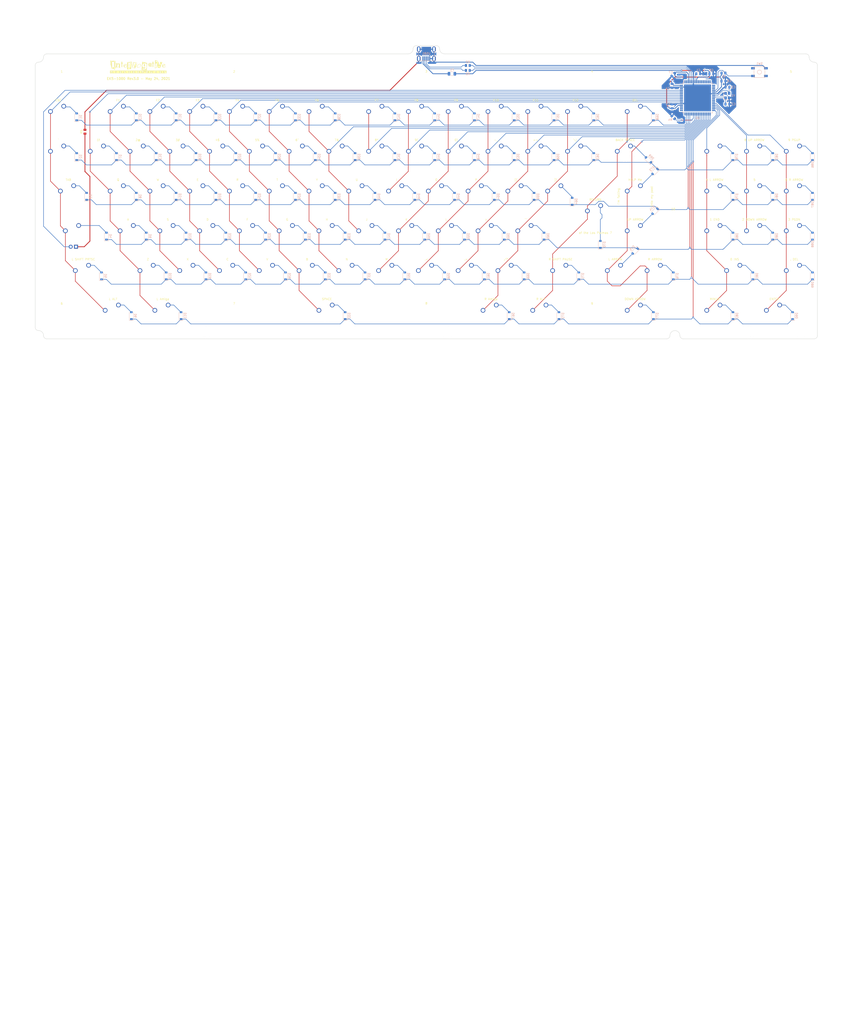
<source format=kicad_pcb>
(kicad_pcb (version 20171130) (host pcbnew 5.1.9)
  (title_block (title EKS-1000) (rev 2.1) (company "Interrogative Microcomputer"))
  (layers (0 F.Cu signal) (31 B.Cu signal) (34 B.Paste user) (35 F.Paste user) (36 B.SilkS user) (37 F.SilkS user) (38 B.Mask user) (39 F.Mask user) (44 Edge.Cuts user))
  (net 0 "")
  (net 1 +5V)
  (net 2 "Net-(C1-Pad1)")
  (net 3 "Net-(C2-Pad1)")
  (net 4 "Net-(C3-Pad1)")
  (net 5 "Net-(D1-Pad2)")
  (net 6 ROW0)
  (net 7 "Net-(D2-Pad2)")
  (net 8 ROW1)
  (net 9 "Net-(D3-Pad2)")
  (net 10 ROW2)
  (net 11 "Net-(D4-Pad2)")
  (net 12 ROW3)
  (net 13 "Net-(D5-Pad2)")
  (net 14 ROW4)
  (net 15 "Net-(D6-Pad2)")
  (net 16 ROW5)
  (net 17 "Net-(D7-Pad2)")
  (net 18 "Net-(D8-Pad2)")
  (net 19 "Net-(D9-Pad2)")
  (net 20 "Net-(D10-Pad2)")
  (net 21 "Net-(D11-Pad2)")
  (net 22 "Net-(D12-Pad2)")
  (net 23 "Net-(D13-Pad2)")
  (net 24 "Net-(D14-Pad2)")
  (net 25 "Net-(D15-Pad2)")
  (net 26 "Net-(D16-Pad2)")
  (net 27 "Net-(D17-Pad2)")
  (net 28 "Net-(D18-Pad2)")
  (net 29 "Net-(D19-Pad2)")
  (net 30 "Net-(D20-Pad2)")
  (net 31 "Net-(D21-Pad2)")
  (net 32 "Net-(D22-Pad2)")
  (net 33 "Net-(D23-Pad2)")
  (net 34 "Net-(D24-Pad2)")
  (net 35 "Net-(D25-Pad2)")
  (net 36 "Net-(D26-Pad2)")
  (net 37 "Net-(D27-Pad2)")
  (net 38 "Net-(D28-Pad2)")
  (net 39 "Net-(D29-Pad2)")
  (net 40 "Net-(D30-Pad2)")
  (net 41 "Net-(D31-Pad2)")
  (net 42 "Net-(D32-Pad2)")
  (net 43 "Net-(D33-Pad2)")
  (net 44 "Net-(D34-Pad2)")
  (net 45 "Net-(D35-Pad2)")
  (net 46 "Net-(D36-Pad2)")
  (net 47 "Net-(D37-Pad2)")
  (net 48 "Net-(D38-Pad2)")
  (net 49 "Net-(D39-Pad2)")
  (net 50 "Net-(D40-Pad2)")
  (net 51 "Net-(D41-Pad2)")
  (net 52 "Net-(D42-Pad2)")
  (net 53 "Net-(D43-Pad2)")
  (net 54 "Net-(D44-Pad2)")
  (net 55 "Net-(D45-Pad2)")
  (net 56 "Net-(D46-Pad2)")
  (net 57 "Net-(D47-Pad2)")
  (net 58 "Net-(D48-Pad2)")
  (net 59 "Net-(D49-Pad2)")
  (net 60 "Net-(D50-Pad2)")
  (net 61 "Net-(D51-Pad2)")
  (net 62 "Net-(D52-Pad2)")
  (net 63 "Net-(D53-Pad2)")
  (net 64 "Net-(D54-Pad2)")
  (net 65 "Net-(D55-Pad2)")
  (net 66 "Net-(D56-Pad2)")
  (net 67 "Net-(D57-Pad2)")
  (net 68 "Net-(D58-Pad2)")
  (net 69 "Net-(D59-Pad2)")
  (net 70 "Net-(D60-Pad2)")
  (net 71 "Net-(D61-Pad2)")
  (net 72 "Net-(D62-Pad2)")
  (net 73 "Net-(D63-Pad2)")
  (net 74 "Net-(D64-Pad2)")
  (net 75 "Net-(D65-Pad2)")
  (net 76 "Net-(D66-Pad2)")
  (net 77 "Net-(D67-Pad2)")
  (net 78 "Net-(D68-Pad2)")
  (net 79 "Net-(D69-Pad2)")
  (net 80 "Net-(D70-Pad2)")
  (net 81 "Net-(D71-Pad2)")
  (net 82 "Net-(D72-Pad2)")
  (net 83 "Net-(D73-Pad2)")
  (net 84 "Net-(D74-Pad2)")
  (net 85 "Net-(D75-Pad2)")
  (net 86 "Net-(D76-Pad2)")
  (net 87 "Net-(D77-Pad2)")
  (net 88 "Net-(D78-Pad2)")
  (net 89 "Net-(D79-Pad2)")
  (net 90 "Net-(D80-Pad2)")
  (net 91 "Net-(D81-Pad2)")
  (net 92 "Net-(D82-Pad2)")
  (net 93 "Net-(D83-Pad2)")
  (net 94 "Net-(D84-Pad2)")
  (net 95 "Net-(D85-Pad2)")
  (net 96 "Net-(D86-Pad2)")
  (net 97 "Net-(D87-Pad2)")
  (net 98 "Net-(D88-Pad2)")
  (net 99 "Net-(D89-Pad2)")
  (net 100 "Net-(D90-Pad2)")
  (net 101 VCC)
  (net 102 COL0)
  (net 103 CAPSGND)
  (net 104 CAPSLED)
  (net 105 COL1)
  (net 106 COL2)
  (net 107 COL3)
  (net 108 COL4)
  (net 109 COL5)
  (net 110 COL6)
  (net 111 COL7)
  (net 112 COL8)
  (net 113 COL9)
  (net 114 COL10)
  (net 115 COL11)
  (net 116 COL12)
  (net 117 COL13)
  (net 118 COL14)
  (net 119 COL15)
  (net 120 COL16)
  (net 121 COL17)
  (net 122 COL18)
  (net 123 "Net-(R1-Pad1)")
  (net 124 D+)
  (net 125 "Net-(R2-Pad1)")
  (net 126 D-)
  (net 127 "Net-(R3-Pad1)")
  (net 128 "Net-(R4-Pad1)")
  (net 129 "Net-(U1-Pad62)")
  (net 130 "Net-(U1-Pad51)")
  (net 131 "Net-(U1-Pad50)")
  (net 132 "Net-(U1-Pad49)")
  (net 133 "Net-(U1-Pad48)")
  (net 134 "Net-(U1-Pad44)")
  (net 135 "Net-(U1-Pad26)")
  (net 136 "Net-(U1-Pad25)")
  (net 137 "Net-(U1-Pad19)")
  (net 138 "Net-(U1-Pad18)")
  (net 139 "Net-(U1-Pad17)")
  (net 140 "Net-(U1-Pad16)")
  (net 141 "Net-(U1-Pad15)")
  (net 142 "Net-(U1-Pad14)")
  (net 143 "Net-(U1-Pad13)")
  (net 144 "Net-(U1-Pad12)")
  (net 145 "Net-(U1-Pad11)")
  (net 146 "Net-(U1-Pad10)")
  (net 147 "Net-(U1-Pad9)")
  (net 148 "Net-(U1-Pad2)")
  (net 149 "Net-(U1-Pad1)")
  (net 150 "Net-(USB1-Pad2)")
  (net 151 GND)
  (net 152 "Net-(U1-Pad27)")
  (module MX_Only:MXOnly-1U-NoLED (layer F.Cu) (at 314.325 19.05)
    (fp_text reference MX78)
    (fp_text value "7 HOME")
    (pad 2 thru_hole circle (at 2.54 -5.08) (size 2.25 2.25) (drill 1.47) (layers *.Cu B.Mask) (net 88 "Net-(D78-Pad2)"))
    (pad "" np_thru_hole circle (at 0 0) (size 3.9878 3.9878) (drill 3.9878) (layers *.Cu *.Mask))
    (pad 1 thru_hole circle (at -3.81 -2.54) (size 2.25 2.25) (drill 1.47) (layers *.Cu B.Mask) (net 120 COL16))
    (pad "" np_thru_hole circle (at -5.08 0 48.0996) (size 1.75 1.75) (drill 1.75) (layers *.Cu *.Mask))
    (pad "" np_thru_hole circle (at 5.08 0 48.0996) (size 1.75 1.75) (drill 1.75) (layers *.Cu *.Mask))
  )
  (module MX_Only:MXOnly-1.75U (layer F.Cu) (at 7.14375 57.15)
    (fp_text reference MX4)
    (fp_text value "CTRL CAPSL")
    (pad "" np_thru_hole circle (at 5.08 0 48.0996) (size 1.75 1.75) (drill 1.75) (layers *.Cu *.Mask))
    (pad "" np_thru_hole circle (at -5.08 0 48.0996) (size 1.75 1.75) (drill 1.75) (layers *.Cu *.Mask))
    (pad 4 thru_hole rect (at 1.27 5.08) (size 1.905 1.905) (drill 1.04) (layers *.Cu B.Mask) (net 103 CAPSGND))
    (pad 3 thru_hole circle (at -1.27 5.08) (size 1.905 1.905) (drill 1.04) (layers *.Cu B.Mask) (net 104 CAPSLED))
    (pad 1 thru_hole circle (at -3.81 -2.54) (size 2.25 2.25) (drill 1.47) (layers *.Cu B.Mask) (net 102 COL0))
    (pad "" np_thru_hole circle (at 0 0) (size 3.9878 3.9878) (drill 3.9878) (layers *.Cu *.Mask))
    (pad 2 thru_hole circle (at 2.54 -5.08) (size 2.25 2.25) (drill 1.47) (layers *.Cu B.Mask) (net 11 "Net-(D4-Pad2)"))
  )
  (module MountingHole:MountingHole_3.2mm_M3 (layer F.Cu) (at 176.2125 93.6625)
    (fp_text reference 8 (at 0 -4.28625) (layer F.SilkS))
    (fp_text value MountingHole_3.2mm_M3)
    (pad 1 np_thru_hole circle (at 0 0) (size 3.2 3.2) (drill 3.2) (layers *.Cu *.Mask))
  )
  (module MountingHole:MountingHole_3.2mm_M3 (layer F.Cu) (at 176.2125 -17.4625)
    (fp_text reference 3 (at 0 -4.28625) (layer F.SilkS))
    (fp_text value MountingHole_3.2mm_M3)
    (pad 1 np_thru_hole circle (at 0 0) (size 3.2 3.2) (drill 3.2) (layers *.Cu *.Mask))
  )
  (module MountingHole:MountingHole_3.2mm_M3 (layer F.Cu) (at 255.5875 -17.4625)
    (fp_text reference 4 (at 0 -4.28625) (layer F.SilkS))
    (fp_text value MountingHole_3.2mm_M3)
    (pad 1 np_thru_hole circle (at 0 0) (size 3.2 3.2) (drill 3.2) (layers *.Cu *.Mask))
  )
  (module MountingHole:MountingHole_3.2mm_M3 (layer F.Cu) (at 294.48125 48.41875)
    (fp_text reference 10 (at 0 -4.2) (layer F.SilkS))
    (fp_text value MountingHole_3.2mm_M3)
    (pad 1 np_thru_hole circle (at 0 0) (size 3.2 3.2) (drill 3.2) (layers *.Cu *.Mask))
  )
  (module random-keyboard-parts:Molex-0548190589c (layer B.Cu) (at 176.2125 -32.385 270)
    (fp_text reference USB1 (at 2.032 0 180) (layer B.SilkS) (effects (justify mirror)))
    (fp_text value Molex-0548190589)
    (pad 6 thru_hole oval (at 0 3.65 270) (size 2.7 1.7) (drill oval 1.9 0.7) (layers *.Cu *.Mask) (net 151 GND))
    (pad 6 thru_hole oval (at 0 -3.65 270) (size 2.7 1.7) (drill oval 1.9 0.7) (layers *.Cu *.Mask) (net 151 GND))
    (pad 6 thru_hole oval (at 4.5 -3.65 270) (size 2.7 1.7) (drill oval 1.9 0.7) (layers *.Cu *.Mask) (net 151 GND))
    (pad 6 thru_hole oval (at 4.5 3.65 270) (size 2.7 1.7) (drill oval 1.9 0.7) (layers *.Cu *.Mask) (net 151 GND))
    (pad 5 smd rect (at 4.5 1.6 270) (size 2.25 0.5) (layers B.Cu B.Paste B.Mask) (net 101 VCC))
    (pad 4 smd rect (at 4.5 0.8 270) (size 2.25 0.5) (layers B.Cu B.Paste B.Mask) (net 126 D-))
    (pad 3 smd rect (at 4.5 0 270) (size 2.25 0.5) (layers B.Cu B.Paste B.Mask) (net 124 D+))
    (pad 2 smd rect (at 4.5 -0.8 270) (size 2.25 0.5) (layers B.Cu B.Paste B.Mask) (net 150 "Net-(USB1-Pad2)"))
    (pad 1 smd rect (at 4.5 -1.6 270) (size 2.25 0.5) (layers B.Cu B.Paste B.Mask) (net 151 GND))
  )
  (module MountingHole:MountingHole_3.2mm_M3 (layer F.Cu) (at 84.1375 93.6625)
    (fp_text reference 7 (at 0 -4.2) (layer F.SilkS))
    (fp_text value MountingHole_3.2mm_M3)
    (pad 1 np_thru_hole circle (at 0 0) (size 3.2 3.2) (drill 3.2) (layers *.Cu *.Mask))
  )
  (module MountingHole:MountingHole_3.2mm_M3 (layer F.Cu) (at 350.8375 -17.4625)
    (fp_text reference 5 (at 0 -4.2) (layer F.SilkS))
    (fp_text value MountingHole_3.2mm_M3)
    (pad 1 np_thru_hole circle (at 0 0) (size 3.2 3.2) (drill 3.2) (layers *.Cu *.Mask))
  )
  (module MountingHole:MountingHole_3.2mm_M3 (layer F.Cu) (at 255.5875 93.6625)
    (fp_text reference 9 (at 0 -4.2) (layer F.SilkS))
    (fp_text value MountingHole_3.2mm_M3)
    (pad 1 np_thru_hole circle (at 0 0) (size 3.2 3.2) (drill 3.2) (layers *.Cu *.Mask))
  )
  (module MountingHole:MountingHole_3.2mm_M3 (layer F.Cu) (at 84.1375 -17.4625)
    (fp_text reference 2 (at 0 -4.2) (layer F.SilkS))
    (fp_text value MountingHole_3.2mm_M3)
    (pad 1 np_thru_hole circle (at 0 0) (size 3.2 3.2) (drill 3.2) (layers *.Cu *.Mask))
  )
  (module MountingHole:MountingHole_3.2mm_M3 (layer F.Cu) (at 1.5875 93.6625)
    (fp_text reference 6 (at 0 -4.2) (layer F.SilkS))
    (fp_text value MountingHole_3.2mm_M3)
    (pad 1 np_thru_hole circle (at 0 0) (size 3.2 3.2) (drill 3.2) (layers *.Cu *.Mask))
  )
  (module MountingHole:MountingHole_3.2mm_M3 (layer F.Cu) (at 1.5875 -17.4625)
    (fp_text reference 1 (at 0 -4.2) (layer F.SilkS))
    (fp_text value MountingHole_3.2mm_M3)
    (pad 1 np_thru_hole circle (at 0 0) (size 3.2 3.2) (drill 3.2) (layers *.Cu *.Mask))
  )
  (module Interrogative:Interrogative (layer F.Cu) (at 38.227 -24.257)
    (fp_text reference G*** hide)
    (fp_text value LOGO hide)
  )
  (module Crystal:Crystal_SMD_3225-4Pin_3.2x2.5mm (layer B.Cu) (at 320.38925 -10.16 90)
    (fp_text reference Y1 (at 0 2.82575 180) (layer B.SilkS) (effects (justify mirror)))
    (fp_text value "16 MHz")
    (pad 4 smd rect (at -1.1 0.85 90) (size 1.4 1.2) (layers B.Cu B.Paste B.Mask) (net 151 GND))
    (pad 3 smd rect (at 1.1 0.85 90) (size 1.4 1.2) (layers B.Cu B.Paste B.Mask) (net 4 "Net-(C3-Pad1)"))
    (pad 2 smd rect (at 1.1 -0.85 90) (size 1.4 1.2) (layers B.Cu B.Paste B.Mask) (net 151 GND))
    (pad 1 smd rect (at -1.1 -0.85 90) (size 1.4 1.2) (layers B.Cu B.Paste B.Mask) (net 3 "Net-(C2-Pad1)"))
  )
  (module Package_QFP:TQFP-64_14x14mm_P0.8mm (layer B.Cu) (at 306.10175 -9.0805 270)
    (fp_text reference U1 (at 9.5885 0.03175 180) (layer B.SilkS) (effects (justify mirror)))
    (fp_text value AT90USB1286-AU)
    (pad 64 smd rect (at -6 7.7 180) (size 1.5 0.55) (layers B.Cu B.Paste B.Mask) (net 1 +5V))
    (pad 63 smd rect (at -5.2 7.7 180) (size 1.5 0.55) (layers B.Cu B.Paste B.Mask) (net 151 GND))
    (pad 62 smd rect (at -4.4 7.7 180) (size 1.5 0.55) (layers B.Cu B.Paste B.Mask) (net 129 "Net-(U1-Pad62)"))
    (pad 61 smd rect (at -3.6 7.7 180) (size 1.5 0.55) (layers B.Cu B.Paste B.Mask) (net 104 CAPSLED))
    (pad 60 smd rect (at -2.8 7.7 180) (size 1.5 0.55) (layers B.Cu B.Paste B.Mask) (net 102 COL0))
    (pad 59 smd rect (at -2 7.7 180) (size 1.5 0.55) (layers B.Cu B.Paste B.Mask) (net 105 COL1))
    (pad 58 smd rect (at -1.2 7.7 180) (size 1.5 0.55) (layers B.Cu B.Paste B.Mask) (net 106 COL2))
    (pad 57 smd rect (at -0.4 7.7 180) (size 1.5 0.55) (layers B.Cu B.Paste B.Mask) (net 107 COL3))
    (pad 56 smd rect (at 0.4 7.7 180) (size 1.5 0.55) (layers B.Cu B.Paste B.Mask) (net 108 COL4))
    (pad 55 smd rect (at 1.2 7.7 180) (size 1.5 0.55) (layers B.Cu B.Paste B.Mask) (net 109 COL5))
    (pad 54 smd rect (at 2 7.7 180) (size 1.5 0.55) (layers B.Cu B.Paste B.Mask) (net 110 COL6))
    (pad 53 smd rect (at 2.8 7.7 180) (size 1.5 0.55) (layers B.Cu B.Paste B.Mask) (net 151 GND))
    (pad 52 smd rect (at 3.6 7.7 180) (size 1.5 0.55) (layers B.Cu B.Paste B.Mask) (net 1 +5V))
    (pad 51 smd rect (at 4.4 7.7 180) (size 1.5 0.55) (layers B.Cu B.Paste B.Mask) (net 130 "Net-(U1-Pad51)"))
    (pad 50 smd rect (at 5.2 7.7 180) (size 1.5 0.55) (layers B.Cu B.Paste B.Mask) (net 131 "Net-(U1-Pad50)"))
    (pad 49 smd rect (at 6 7.7 180) (size 1.5 0.55) (layers B.Cu B.Paste B.Mask) (net 132 "Net-(U1-Pad49)"))
    (pad 48 smd rect (at 7.7 6 270) (size 1.5 0.55) (layers B.Cu B.Paste B.Mask) (net 133 "Net-(U1-Pad48)"))
    (pad 47 smd rect (at 7.7 5.2 270) (size 1.5 0.55) (layers B.Cu B.Paste B.Mask) (net 6 ROW0))
    (pad 46 smd rect (at 7.7 4.4 270) (size 1.5 0.55) (layers B.Cu B.Paste B.Mask) (net 111 COL7))
    (pad 45 smd rect (at 7.7 3.6 270) (size 1.5 0.55) (layers B.Cu B.Paste B.Mask) (net 112 COL8))
    (pad 44 smd rect (at 7.7 2.8 270) (size 1.5 0.55) (layers B.Cu B.Paste B.Mask) (net 134 "Net-(U1-Pad44)"))
    (pad 43 smd rect (at 7.7 2 270) (size 1.5 0.55) (layers B.Cu B.Paste B.Mask) (net 128 "Net-(R4-Pad1)"))
    (pad 42 smd rect (at 7.7 1.2 270) (size 1.5 0.55) (layers B.Cu B.Paste B.Mask) (net 113 COL9))
    (pad 41 smd rect (at 7.7 0.4 270) (size 1.5 0.55) (layers B.Cu B.Paste B.Mask) (net 114 COL10))
    (pad 40 smd rect (at 7.7 -0.4 270) (size 1.5 0.55) (layers B.Cu B.Paste B.Mask) (net 115 COL11))
    (pad 39 smd rect (at 7.7 -1.2 270) (size 1.5 0.55) (layers B.Cu B.Paste B.Mask) (net 116 COL12))
    (pad 38 smd rect (at 7.7 -2 270) (size 1.5 0.55) (layers B.Cu B.Paste B.Mask) (net 117 COL13))
    (pad 37 smd rect (at 7.7 -2.8 270) (size 1.5 0.55) (layers B.Cu B.Paste B.Mask) (net 118 COL14))
    (pad 36 smd rect (at 7.7 -3.6 270) (size 1.5 0.55) (layers B.Cu B.Paste B.Mask) (net 119 COL15))
    (pad 35 smd rect (at 7.7 -4.4 270) (size 1.5 0.55) (layers B.Cu B.Paste B.Mask) (net 8 ROW1))
    (pad 34 smd rect (at 7.7 -5.2 270) (size 1.5 0.55) (layers B.Cu B.Paste B.Mask) (net 10 ROW2))
    (pad 33 smd rect (at 7.7 -6 270) (size 1.5 0.55) (layers B.Cu B.Paste B.Mask) (net 12 ROW3))
    (pad 32 smd rect (at 6 -7.7 180) (size 1.5 0.55) (layers B.Cu B.Paste B.Mask) (net 14 ROW4))
    (pad 31 smd rect (at 5.2 -7.7 180) (size 1.5 0.55) (layers B.Cu B.Paste B.Mask) (net 16 ROW5))
    (pad 30 smd rect (at 4.4 -7.7 180) (size 1.5 0.55) (layers B.Cu B.Paste B.Mask) (net 120 COL16))
    (pad 29 smd rect (at 3.6 -7.7 180) (size 1.5 0.55) (layers B.Cu B.Paste B.Mask) (net 121 COL17))
    (pad 28 smd rect (at 2.8 -7.7 180) (size 1.5 0.55) (layers B.Cu B.Paste B.Mask) (net 122 COL18))
    (pad 27 smd rect (at 2 -7.7 180) (size 1.5 0.55) (layers B.Cu B.Paste B.Mask) (net 152 "Net-(U1-Pad27)"))
    (pad 26 smd rect (at 1.2 -7.7 180) (size 1.5 0.55) (layers B.Cu B.Paste B.Mask) (net 135 "Net-(U1-Pad26)"))
    (pad 25 smd rect (at 0.4 -7.7 180) (size 1.5 0.55) (layers B.Cu B.Paste B.Mask) (net 136 "Net-(U1-Pad25)"))
    (pad 24 smd rect (at -0.4 -7.7 180) (size 1.5 0.55) (layers B.Cu B.Paste B.Mask) (net 3 "Net-(C2-Pad1)"))
    (pad 23 smd rect (at -1.2 -7.7 180) (size 1.5 0.55) (layers B.Cu B.Paste B.Mask) (net 4 "Net-(C3-Pad1)"))
    (pad 22 smd rect (at -2 -7.7 180) (size 1.5 0.55) (layers B.Cu B.Paste B.Mask) (net 151 GND))
    (pad 21 smd rect (at -2.8 -7.7 180) (size 1.5 0.55) (layers B.Cu B.Paste B.Mask) (net 1 +5V))
    (pad 20 smd rect (at -3.6 -7.7 180) (size 1.5 0.55) (layers B.Cu B.Paste B.Mask) (net 123 "Net-(R1-Pad1)"))
    (pad 19 smd rect (at -4.4 -7.7 180) (size 1.5 0.55) (layers B.Cu B.Paste B.Mask) (net 137 "Net-(U1-Pad19)"))
    (pad 18 smd rect (at -5.2 -7.7 180) (size 1.5 0.55) (layers B.Cu B.Paste B.Mask) (net 138 "Net-(U1-Pad18)"))
    (pad 17 smd rect (at -6 -7.7 180) (size 1.5 0.55) (layers B.Cu B.Paste B.Mask) (net 139 "Net-(U1-Pad17)"))
    (pad 16 smd rect (at -7.7 -6 270) (size 1.5 0.55) (layers B.Cu B.Paste B.Mask) (net 140 "Net-(U1-Pad16)"))
    (pad 15 smd rect (at -7.7 -5.2 270) (size 1.5 0.55) (layers B.Cu B.Paste B.Mask) (net 141 "Net-(U1-Pad15)"))
    (pad 14 smd rect (at -7.7 -4.4 270) (size 1.5 0.55) (layers B.Cu B.Paste B.Mask) (net 142 "Net-(U1-Pad14)"))
    (pad 13 smd rect (at -7.7 -3.6 270) (size 1.5 0.55) (layers B.Cu B.Paste B.Mask) (net 143 "Net-(U1-Pad13)"))
    (pad 12 smd rect (at -7.7 -2.8 270) (size 1.5 0.55) (layers B.Cu B.Paste B.Mask) (net 144 "Net-(U1-Pad12)"))
    (pad 11 smd rect (at -7.7 -2 270) (size 1.5 0.55) (layers B.Cu B.Paste B.Mask) (net 145 "Net-(U1-Pad11)"))
    (pad 10 smd rect (at -7.7 -1.2 270) (size 1.5 0.55) (layers B.Cu B.Paste B.Mask) (net 146 "Net-(U1-Pad10)"))
    (pad 9 smd rect (at -7.7 -0.4 270) (size 1.5 0.55) (layers B.Cu B.Paste B.Mask) (net 147 "Net-(U1-Pad9)"))
    (pad 8 smd rect (at -7.7 0.4 270) (size 1.5 0.55) (layers B.Cu B.Paste B.Mask) (net 1 +5V))
    (pad 7 smd rect (at -7.7 1.2 270) (size 1.5 0.55) (layers B.Cu B.Paste B.Mask) (net 2 "Net-(C1-Pad1)"))
    (pad 6 smd rect (at -7.7 2 270) (size 1.5 0.55) (layers B.Cu B.Paste B.Mask) (net 151 GND))
    (pad 5 smd rect (at -7.7 2.8 270) (size 1.5 0.55) (layers B.Cu B.Paste B.Mask) (net 125 "Net-(R2-Pad1)"))
    (pad 4 smd rect (at -7.7 3.6 270) (size 1.5 0.55) (layers B.Cu B.Paste B.Mask) (net 127 "Net-(R3-Pad1)"))
    (pad 3 smd rect (at -7.7 4.4 270) (size 1.5 0.55) (layers B.Cu B.Paste B.Mask) (net 1 +5V))
    (pad 2 smd rect (at -7.7 5.2 270) (size 1.5 0.55) (layers B.Cu B.Paste B.Mask) (net 148 "Net-(U1-Pad2)"))
    (pad 1 smd rect (at -7.7 6 270) (size 1.5 0.55) (layers B.Cu B.Paste B.Mask) (net 149 "Net-(U1-Pad1)"))
  )
  (module random-keyboard-parts:SKQG-1155865 (layer B.Cu) (at 335.75625 -21.43125)
    (fp_text reference SW1 (at 0 -4.064 180) (layer B.SilkS) (effects (justify mirror)))
    (fp_text value SW_PUSH)
    (pad 4 smd rect (at -3.1 -1.85) (size 1.8 1.1) (layers B.Cu B.Paste B.Mask))
    (pad 3 smd rect (at 3.1 1.85) (size 1.8 1.1) (layers B.Cu B.Paste B.Mask))
    (pad 2 smd rect (at -3.1 1.85) (size 1.8 1.1) (layers B.Cu B.Paste B.Mask) (net 123 "Net-(R1-Pad1)"))
    (pad 1 smd rect (at 3.1 -1.85) (size 1.8 1.1) (layers B.Cu B.Paste B.Mask) (net 151 GND))
  )
  (module Resistor_SMD:R_0805_2012Metric (layer F.Cu) (at 12.7 7.14375 90)
    (fp_text reference R5 (at 0 -1.65 270) (layer F.SilkS))
    (fp_text value "330 Ohm")
    (pad 2 smd roundrect (at 0.9125 0 90) (size 1.025 1.4) (layers F.Cu F.Paste F.Mask) (roundrect_rratio 0.2439004878048781) (net 151 GND))
    (pad 1 smd roundrect (at -0.9125 0 90) (size 1.025 1.4) (layers F.Cu F.Paste F.Mask) (roundrect_rratio 0.2439004878048781) (net 103 CAPSGND))
  )
  (module Resistor_SMD:R_0805_2012Metric (layer B.Cu) (at 294.48125 0.254 135)
    (fp_text reference R4 (at 0.1905 -1.8415) (layer B.SilkS) (effects (justify mirror)))
    (fp_text value 1K)
    (pad 2 smd roundrect (at 0.9125 0 135) (size 1.025 1.4) (layers B.Cu B.Paste B.Mask) (roundrect_rratio 0.2439004878048781) (net 151 GND))
    (pad 1 smd roundrect (at -0.9125 0 135) (size 1.025 1.4) (layers B.Cu B.Paste B.Mask) (roundrect_rratio 0.2439004878048781) (net 128 "Net-(R4-Pad1)"))
  )
  (module Resistor_SMD:R_0805_2012Metric (layer B.Cu) (at 196.088 -22.225 180)
    (fp_text reference R3 (at 0 -1.68275) (layer B.SilkS) (effects (justify mirror)))
    (fp_text value 22)
    (pad 2 smd roundrect (at 0.9125 0 180) (size 1.025 1.4) (layers B.Cu B.Paste B.Mask) (roundrect_rratio 0.2439004878048781) (net 126 D-))
    (pad 1 smd roundrect (at -0.9125 0 180) (size 1.025 1.4) (layers B.Cu B.Paste B.Mask) (roundrect_rratio 0.2439004878048781) (net 127 "Net-(R3-Pad1)"))
  )
  (module Resistor_SMD:R_0805_2012Metric (layer B.Cu) (at 196.088 -24.60625 180)
    (fp_text reference R2 (at 0 1.65) (layer B.SilkS) (effects (justify mirror)))
    (fp_text value 22)
    (pad 2 smd roundrect (at 0.9125 0 180) (size 1.025 1.4) (layers B.Cu B.Paste B.Mask) (roundrect_rratio 0.2439004878048781) (net 124 D+))
    (pad 1 smd roundrect (at -0.9125 0 180) (size 1.025 1.4) (layers B.Cu B.Paste B.Mask) (roundrect_rratio 0.2439004878048781) (net 125 "Net-(R2-Pad1)"))
  )
  (module Resistor_SMD:R_0805_2012Metric (layer B.Cu) (at 318.516 -20.955 180)
    (fp_text reference R1 (at -0.0635 -1.68275) (layer B.SilkS) (effects (justify mirror)))
    (fp_text value 10K)
    (pad 2 smd roundrect (at 0.9125 0 180) (size 1.025 1.4) (layers B.Cu B.Paste B.Mask) (roundrect_rratio 0.2439004878048781) (net 1 +5V))
    (pad 1 smd roundrect (at -0.9125 0 180) (size 1.025 1.4) (layers B.Cu B.Paste B.Mask) (roundrect_rratio 0.2439004878048781) (net 123 "Net-(R1-Pad1)"))
  )
  (module MX_Only:MXOnly-2U-NoLED (layer F.Cu) (at 342.9 95.25)
    (fp_text reference MX90)
    (fp_text value ENTER (at 0 -7.9375) (layer F.SilkS))
    (pad 2 thru_hole circle (at 2.54 -5.08) (size 2.25 2.25) (drill 1.47) (layers *.Cu B.Mask) (net 100 "Net-(D90-Pad2)"))
    (pad "" np_thru_hole circle (at 0 0) (size 3.9878 3.9878) (drill 3.9878) (layers *.Cu *.Mask))
    (pad 1 thru_hole circle (at -3.81 -2.54) (size 2.25 2.25) (drill 1.47) (layers *.Cu B.Mask) (net 122 COL18))
    (pad "" np_thru_hole circle (at -5.08 0 48.0996) (size 1.75 1.75) (drill 1.75) (layers *.Cu *.Mask))
    (pad "" np_thru_hole circle (at 5.08 0 48.0996) (size 1.75 1.75) (drill 1.75) (layers *.Cu *.Mask))
    (pad "" np_thru_hole circle (at -11.90625 -6.985) (size 3.048 3.048) (drill 3.048) (layers *.Cu *.Mask))
    (pad "" np_thru_hole circle (at 11.90625 -6.985) (size 3.048 3.048) (drill 3.048) (layers *.Cu *.Mask))
    (pad "" np_thru_hole circle (at -11.90625 8.255) (size 3.9878 3.9878) (drill 3.9878) (layers *.Cu *.Mask))
    (pad "" np_thru_hole circle (at 11.90625 8.255) (size 3.9878 3.9878) (drill 3.9878) (layers *.Cu *.Mask))
  )
  (module MX_Only:MXOnly-1U-NoLED (layer F.Cu) (at 352.425 76.2)
    (fp_text reference MX89)
    (fp_text value ". DEL" (at 0 -7.9375) (layer F.SilkS))
    (pad 2 thru_hole circle (at 2.54 -5.08) (size 2.25 2.25) (drill 1.47) (layers *.Cu B.Mask) (net 99 "Net-(D89-Pad2)"))
    (pad "" np_thru_hole circle (at 0 0) (size 3.9878 3.9878) (drill 3.9878) (layers *.Cu *.Mask))
    (pad 1 thru_hole circle (at -3.81 -2.54) (size 2.25 2.25) (drill 1.47) (layers *.Cu B.Mask) (net 122 COL18))
    (pad "" np_thru_hole circle (at -5.08 0 48.0996) (size 1.75 1.75) (drill 1.75) (layers *.Cu *.Mask))
    (pad "" np_thru_hole circle (at 5.08 0 48.0996) (size 1.75 1.75) (drill 1.75) (layers *.Cu *.Mask))
  )
  (module MX_Only:MXOnly-1U-NoLED (layer F.Cu) (at 352.425 57.15)
    (fp_text reference MX88)
    (fp_text value "3 PGDN" (at 0 -7.9375) (layer F.SilkS))
    (pad 2 thru_hole circle (at 2.54 -5.08) (size 2.25 2.25) (drill 1.47) (layers *.Cu B.Mask) (net 98 "Net-(D88-Pad2)"))
    (pad "" np_thru_hole circle (at 0 0) (size 3.9878 3.9878) (drill 3.9878) (layers *.Cu *.Mask))
    (pad 1 thru_hole circle (at -3.81 -2.54) (size 2.25 2.25) (drill 1.47) (layers *.Cu B.Mask) (net 122 COL18))
    (pad "" np_thru_hole circle (at -5.08 0 48.0996) (size 1.75 1.75) (drill 1.75) (layers *.Cu *.Mask))
    (pad "" np_thru_hole circle (at 5.08 0 48.0996) (size 1.75 1.75) (drill 1.75) (layers *.Cu *.Mask))
  )
  (module MX_Only:MXOnly-1U-NoLED (layer F.Cu) (at 352.425 38.1)
    (fp_text reference MX87)
    (fp_text value "6 R ARROW" (at 0 -7.9375) (layer F.SilkS))
    (pad 2 thru_hole circle (at 2.54 -5.08) (size 2.25 2.25) (drill 1.47) (layers *.Cu B.Mask) (net 97 "Net-(D87-Pad2)"))
    (pad "" np_thru_hole circle (at 0 0) (size 3.9878 3.9878) (drill 3.9878) (layers *.Cu *.Mask))
    (pad 1 thru_hole circle (at -3.81 -2.54) (size 2.25 2.25) (drill 1.47) (layers *.Cu B.Mask) (net 122 COL18))
    (pad "" np_thru_hole circle (at -5.08 0 48.0996) (size 1.75 1.75) (drill 1.75) (layers *.Cu *.Mask))
    (pad "" np_thru_hole circle (at 5.08 0 48.0996) (size 1.75 1.75) (drill 1.75) (layers *.Cu *.Mask))
  )
  (module MX_Only:MXOnly-1U-NoLED (layer F.Cu) (at 352.425 19.05)
    (fp_text reference MX86)
    (fp_text value "9 PGUP" (at 0 -7.9375) (layer F.SilkS))
    (pad 2 thru_hole circle (at 2.54 -5.08) (size 2.25 2.25) (drill 1.47) (layers *.Cu B.Mask) (net 96 "Net-(D86-Pad2)"))
    (pad "" np_thru_hole circle (at 0 0) (size 3.9878 3.9878) (drill 3.9878) (layers *.Cu *.Mask))
    (pad 1 thru_hole circle (at -3.81 -2.54) (size 2.25 2.25) (drill 1.47) (layers *.Cu B.Mask) (net 122 COL18))
    (pad "" np_thru_hole circle (at -5.08 0 48.0996) (size 1.75 1.75) (drill 1.75) (layers *.Cu *.Mask))
    (pad "" np_thru_hole circle (at 5.08 0 48.0996) (size 1.75 1.75) (drill 1.75) (layers *.Cu *.Mask))
  )
  (module MX_Only:MXOnly-1U-NoLED (layer F.Cu) (at 333.375 57.15)
    (fp_text reference MX85)
    (fp_text value "2 DOWN ARROW" (at 0 -7.9375) (layer F.SilkS))
    (pad 2 thru_hole circle (at 2.54 -5.08) (size 2.25 2.25) (drill 1.47) (layers *.Cu B.Mask) (net 95 "Net-(D85-Pad2)"))
    (pad "" np_thru_hole circle (at 0 0) (size 3.9878 3.9878) (drill 3.9878) (layers *.Cu *.Mask))
    (pad 1 thru_hole circle (at -3.81 -2.54) (size 2.25 2.25) (drill 1.47) (layers *.Cu B.Mask) (net 121 COL17))
    (pad "" np_thru_hole circle (at -5.08 0 48.0996) (size 1.75 1.75) (drill 1.75) (layers *.Cu *.Mask))
    (pad "" np_thru_hole circle (at 5.08 0 48.0996) (size 1.75 1.75) (drill 1.75) (layers *.Cu *.Mask))
  )
  (module MX_Only:MXOnly-1U-NoLED (layer F.Cu) (at 333.375 38.1)
    (fp_text reference MX84)
    (fp_text value 5 (at 0 -7.9375) (layer F.SilkS))
    (pad 2 thru_hole circle (at 2.54 -5.08) (size 2.25 2.25) (drill 1.47) (layers *.Cu B.Mask) (net 94 "Net-(D84-Pad2)"))
    (pad "" np_thru_hole circle (at 0 0) (size 3.9878 3.9878) (drill 3.9878) (layers *.Cu *.Mask))
    (pad 1 thru_hole circle (at -3.81 -2.54) (size 2.25 2.25) (drill 1.47) (layers *.Cu B.Mask) (net 121 COL17))
    (pad "" np_thru_hole circle (at -5.08 0 48.0996) (size 1.75 1.75) (drill 1.75) (layers *.Cu *.Mask))
    (pad "" np_thru_hole circle (at 5.08 0 48.0996) (size 1.75 1.75) (drill 1.75) (layers *.Cu *.Mask))
  )
  (module MX_Only:MXOnly-1U-NoLED (layer F.Cu) (at 333.375 19.05)
    (fp_text reference MX83)
    (fp_text value "8 UP ARROW" (at 0 -7.9375) (layer F.SilkS))
    (pad 2 thru_hole circle (at 2.54 -5.08) (size 2.25 2.25) (drill 1.47) (layers *.Cu B.Mask) (net 93 "Net-(D83-Pad2)"))
    (pad "" np_thru_hole circle (at 0 0) (size 3.9878 3.9878) (drill 3.9878) (layers *.Cu *.Mask))
    (pad 1 thru_hole circle (at -3.81 -2.54) (size 2.25 2.25) (drill 1.47) (layers *.Cu B.Mask) (net 121 COL17))
    (pad "" np_thru_hole circle (at -5.08 0 48.0996) (size 1.75 1.75) (drill 1.75) (layers *.Cu *.Mask))
    (pad "" np_thru_hole circle (at 5.08 0 48.0996) (size 1.75 1.75) (drill 1.75) (layers *.Cu *.Mask))
  )
  (module MX_Only:MXOnly-1U-NoLED (layer F.Cu) (at 314.325 95.25)
    (fp_text reference MX82)
    (fp_text value MINUS (at 0 -7.9375) (layer F.SilkS))
    (pad 2 thru_hole circle (at 2.54 -5.08) (size 2.25 2.25) (drill 1.47) (layers *.Cu B.Mask) (net 92 "Net-(D82-Pad2)"))
    (pad "" np_thru_hole circle (at 0 0) (size 3.9878 3.9878) (drill 3.9878) (layers *.Cu *.Mask))
    (pad 1 thru_hole circle (at -3.81 -2.54) (size 2.25 2.25) (drill 1.47) (layers *.Cu B.Mask) (net 120 COL16))
    (pad "" np_thru_hole circle (at -5.08 0 48.0996) (size 1.75 1.75) (drill 1.75) (layers *.Cu *.Mask))
    (pad "" np_thru_hole circle (at 5.08 0 48.0996) (size 1.75 1.75) (drill 1.75) (layers *.Cu *.Mask))
  )
  (module MX_Only:MXOnly-2U-NoLED (layer F.Cu) (at 323.85 76.2)
    (fp_text reference MX81)
    (fp_text value "0 INS" (at 0 -7.9375) (layer F.SilkS))
    (pad 2 thru_hole circle (at 2.54 -5.08) (size 2.25 2.25) (drill 1.47) (layers *.Cu B.Mask) (net 91 "Net-(D81-Pad2)"))
    (pad "" np_thru_hole circle (at 0 0) (size 3.9878 3.9878) (drill 3.9878) (layers *.Cu *.Mask))
    (pad 1 thru_hole circle (at -3.81 -2.54) (size 2.25 2.25) (drill 1.47) (layers *.Cu B.Mask) (net 120 COL16))
    (pad "" np_thru_hole circle (at -5.08 0 48.0996) (size 1.75 1.75) (drill 1.75) (layers *.Cu *.Mask))
    (pad "" np_thru_hole circle (at 5.08 0 48.0996) (size 1.75 1.75) (drill 1.75) (layers *.Cu *.Mask))
    (pad "" np_thru_hole circle (at -11.90625 -6.985) (size 3.048 3.048) (drill 3.048) (layers *.Cu *.Mask))
    (pad "" np_thru_hole circle (at 11.90625 -6.985) (size 3.048 3.048) (drill 3.048) (layers *.Cu *.Mask))
    (pad "" np_thru_hole circle (at -11.90625 8.255) (size 3.9878 3.9878) (drill 3.9878) (layers *.Cu *.Mask))
    (pad "" np_thru_hole circle (at 11.90625 8.255) (size 3.9878 3.9878) (drill 3.9878) (layers *.Cu *.Mask))
  )
  (module MX_Only:MXOnly-1U-NoLED (layer F.Cu) (at 314.325 57.15)
    (fp_text reference MX80)
    (fp_text value "1 END" (at 0 -7.9375) (layer F.SilkS))
    (pad 2 thru_hole circle (at 2.54 -5.08) (size 2.25 2.25) (drill 1.47) (layers *.Cu B.Mask) (net 90 "Net-(D80-Pad2)"))
    (pad "" np_thru_hole circle (at 0 0) (size 3.9878 3.9878) (drill 3.9878) (layers *.Cu *.Mask))
    (pad 1 thru_hole circle (at -3.81 -2.54) (size 2.25 2.25) (drill 1.47) (layers *.Cu B.Mask) (net 120 COL16))
    (pad "" np_thru_hole circle (at -5.08 0 48.0996) (size 1.75 1.75) (drill 1.75) (layers *.Cu *.Mask))
    (pad "" np_thru_hole circle (at 5.08 0 48.0996) (size 1.75 1.75) (drill 1.75) (layers *.Cu *.Mask))
  )
  (module MX_Only:MXOnly-1U-NoLED (layer F.Cu) (at 314.325 38.1)
    (fp_text reference MX79)
    (fp_text value "4 L ARROW" (at 0 -7.9375) (layer F.SilkS))
    (pad 2 thru_hole circle (at 2.54 -5.08) (size 2.25 2.25) (drill 1.47) (layers *.Cu B.Mask) (net 89 "Net-(D79-Pad2)"))
    (pad "" np_thru_hole circle (at 0 0) (size 3.9878 3.9878) (drill 3.9878) (layers *.Cu *.Mask))
    (pad 1 thru_hole circle (at -3.81 -2.54) (size 2.25 2.25) (drill 1.47) (layers *.Cu B.Mask) (net 120 COL16))
    (pad "" np_thru_hole circle (at -5.08 0 48.0996) (size 1.75 1.75) (drill 1.75) (layers *.Cu *.Mask))
    (pad "" np_thru_hole circle (at 5.08 0 48.0996) (size 1.75 1.75) (drill 1.75) (layers *.Cu *.Mask))
  )
  (module MX_Only:MXOnly-1U-NoLED (layer F.Cu) (at 276.225 95.25)
    (fp_text reference MX77)
    (fp_text value "DOWN ARROW" (at 0 -7.9375) (layer F.SilkS))
    (pad 2 thru_hole circle (at 2.54 -5.08) (size 2.25 2.25) (drill 1.47) (layers *.Cu B.Mask) (net 87 "Net-(D77-Pad2)"))
    (pad "" np_thru_hole circle (at 0 0) (size 3.9878 3.9878) (drill 3.9878) (layers *.Cu *.Mask))
    (pad 1 thru_hole circle (at -3.81 -2.54) (size 2.25 2.25) (drill 1.47) (layers *.Cu B.Mask) (net 119 COL15))
    (pad "" np_thru_hole circle (at -5.08 0 48.0996) (size 1.75 1.75) (drill 1.75) (layers *.Cu *.Mask))
    (pad "" np_thru_hole circle (at 5.08 0 48.0996) (size 1.75 1.75) (drill 1.75) (layers *.Cu *.Mask))
  )
  (module MX_Only:MXOnly-1U-NoLED (layer F.Cu) (at 285.75 76.2)
    (fp_text reference MX76)
    (fp_text value "R ARROW" (at 0 -7.9375) (layer F.SilkS))
    (pad 2 thru_hole circle (at 2.54 -5.08) (size 2.25 2.25) (drill 1.47) (layers *.Cu B.Mask) (net 86 "Net-(D76-Pad2)"))
    (pad "" np_thru_hole circle (at 0 0) (size 3.9878 3.9878) (drill 3.9878) (layers *.Cu *.Mask))
    (pad 1 thru_hole circle (at -3.81 -2.54) (size 2.25 2.25) (drill 1.47) (layers *.Cu B.Mask) (net 119 COL15))
    (pad "" np_thru_hole circle (at -5.08 0 48.0996) (size 1.75 1.75) (drill 1.75) (layers *.Cu *.Mask))
    (pad "" np_thru_hole circle (at 5.08 0 48.0996) (size 1.75 1.75) (drill 1.75) (layers *.Cu *.Mask))
  )
  (module MX_Only:MXOnly-1U-NoLED (layer F.Cu) (at 266.7 76.2)
    (fp_text reference MX75)
    (fp_text value "L ARROW" (at 0 -7.9375) (layer F.SilkS))
    (pad 2 thru_hole circle (at 2.54 -5.08) (size 2.25 2.25) (drill 1.47) (layers *.Cu B.Mask) (net 85 "Net-(D75-Pad2)"))
    (pad "" np_thru_hole circle (at 0 0) (size 3.9878 3.9878) (drill 3.9878) (layers *.Cu *.Mask))
    (pad 1 thru_hole circle (at -3.81 -2.54) (size 2.25 2.25) (drill 1.47) (layers *.Cu B.Mask) (net 119 COL15))
    (pad "" np_thru_hole circle (at -5.08 0 48.0996) (size 1.75 1.75) (drill 1.75) (layers *.Cu *.Mask))
    (pad "" np_thru_hole circle (at 5.08 0 48.0996) (size 1.75 1.75) (drill 1.75) (layers *.Cu *.Mask))
  )
  (module MX_Only:MXOnly-1U-NoLED (layer F.Cu) (at 276.225 57.15)
    (fp_text reference MX74)
    (fp_text value "UP ARROW" (at 0 -7.9375) (layer F.SilkS))
    (pad 2 thru_hole circle (at 2.54 -5.08) (size 2.25 2.25) (drill 1.47) (layers *.Cu B.Mask) (net 84 "Net-(D74-Pad2)"))
    (pad "" np_thru_hole circle (at 0 0) (size 3.9878 3.9878) (drill 3.9878) (layers *.Cu *.Mask))
    (pad 1 thru_hole circle (at -3.81 -2.54) (size 2.25 2.25) (drill 1.47) (layers *.Cu B.Mask) (net 119 COL15))
    (pad "" np_thru_hole circle (at -5.08 0 48.0996) (size 1.75 1.75) (drill 1.75) (layers *.Cu *.Mask))
    (pad "" np_thru_hole circle (at 5.08 0 48.0996) (size 1.75 1.75) (drill 1.75) (layers *.Cu *.Mask))
  )
  (module MX_Only:MXOnly-1U-NoLED (layer F.Cu) (at 276.225 38.1)
    (fp_text reference MX73)
    (fp_text value "HELP Me" (at 0 -7.9375) (layer F.SilkS))
    (pad 2 thru_hole circle (at 2.54 -5.08) (size 2.25 2.25) (drill 1.47) (layers *.Cu B.Mask) (net 83 "Net-(D73-Pad2)"))
    (pad "" np_thru_hole circle (at 0 0) (size 3.9878 3.9878) (drill 3.9878) (layers *.Cu *.Mask))
    (pad 1 thru_hole circle (at -3.81 -2.54) (size 2.25 2.25) (drill 1.47) (layers *.Cu B.Mask) (net 119 COL15))
    (pad "" np_thru_hole circle (at -5.08 0 48.0996) (size 1.75 1.75) (drill 1.75) (layers *.Cu *.Mask))
    (pad "" np_thru_hole circle (at 5.08 0 48.0996) (size 1.75 1.75) (drill 1.75) (layers *.Cu *.Mask))
  )
  (module MX_Only:MXOnly-1.25U-NoLED (layer F.Cu) (at 230.98125 95.25)
    (fp_text reference MX72)
    (fp_text value "R ALT" (at 0 -7.9375) (layer F.SilkS))
    (pad 2 thru_hole circle (at 2.54 -5.08) (size 2.25 2.25) (drill 1.47) (layers *.Cu B.Mask) (net 82 "Net-(D72-Pad2)"))
    (pad "" np_thru_hole circle (at 0 0) (size 3.9878 3.9878) (drill 3.9878) (layers *.Cu *.Mask))
    (pad 1 thru_hole circle (at -3.81 -2.54) (size 2.25 2.25) (drill 1.47) (layers *.Cu B.Mask) (net 118 COL14))
    (pad "" np_thru_hole circle (at -5.08 0 48.0996) (size 1.75 1.75) (drill 1.75) (layers *.Cu *.Mask))
    (pad "" np_thru_hole circle (at 5.08 0 48.0996) (size 1.75 1.75) (drill 1.75) (layers *.Cu *.Mask))
  )
  (module MX_Only:MXOnly-1.75U-NoLED (layer F.Cu) (at 240.50625 76.2)
    (fp_text reference MX71)
    (fp_text value "R SHIFT PAUSE" (at 0 -7.9375) (layer F.SilkS))
    (pad 2 thru_hole circle (at 2.54 -5.08) (size 2.25 2.25) (drill 1.47) (layers *.Cu B.Mask) (net 81 "Net-(D71-Pad2)"))
    (pad "" np_thru_hole circle (at 0 0) (size 3.9878 3.9878) (drill 3.9878) (layers *.Cu *.Mask))
    (pad 1 thru_hole circle (at -3.81 -2.54) (size 2.25 2.25) (drill 1.47) (layers *.Cu B.Mask) (net 118 COL14))
    (pad "" np_thru_hole circle (at -5.08 0 48.0996) (size 1.75 1.75) (drill 1.75) (layers *.Cu *.Mask))
    (pad "" np_thru_hole circle (at 5.08 0 48.0996) (size 1.75 1.75) (drill 1.75) (layers *.Cu *.Mask))
  )
  (module MX_Only:MXOnly-sJL-NoLED (layer F.Cu) (at 257.175 47.625)
    (fp_text reference MX70)
    (fp_text value RETURN (at 0 -7.9375) (layer F.SilkS))
    (pad "" np_thru_hole circle (at -8.255 11.90625 270) (size 3.9878 3.9878) (drill 3.9878) (layers *.Cu *.Mask))
    (pad "" np_thru_hole circle (at -8.255 -11.90625 270) (size 3.9878 3.9878) (drill 3.9878) (layers *.Cu *.Mask))
    (pad "" np_thru_hole circle (at 6.985 11.90625 270) (size 3.048 3.048) (drill 3.048) (layers *.Cu *.Mask))
    (pad "" np_thru_hole circle (at 6.985 -11.90625 270) (size 3.048 3.048) (drill 3.048) (layers *.Cu *.Mask))
    (pad "" np_thru_hole circle (at 5.08 0 48.0996) (size 1.75 1.75) (drill 1.75) (layers *.Cu *.Mask))
    (pad "" np_thru_hole circle (at -5.08 0 48.0996) (size 1.75 1.75) (drill 1.75) (layers *.Cu *.Mask))
    (pad 1 thru_hole circle (at -3.81 -2.54) (size 2.25 2.25) (drill 1.47) (layers *.Cu B.Mask) (net 118 COL14))
    (pad "" np_thru_hole circle (at 0 0) (size 3.9878 3.9878) (drill 3.9878) (layers *.Cu *.Mask))
    (pad 2 thru_hole circle (at 2.54 -5.08) (size 2.25 2.25) (drill 1.47) (layers *.Cu B.Mask) (net 80 "Net-(D70-Pad2)"))
  )
  (module MX_Only:MXOnly-1.5U-NoLED (layer F.Cu) (at 271.4625 19.05)
    (fp_text reference MX69)
    (fp_text value "BACK SPACE" (at 0 -7.9375) (layer F.SilkS))
    (pad 2 thru_hole circle (at 2.54 -5.08) (size 2.25 2.25) (drill 1.47) (layers *.Cu B.Mask) (net 79 "Net-(D69-Pad2)"))
    (pad "" np_thru_hole circle (at 0 0) (size 3.9878 3.9878) (drill 3.9878) (layers *.Cu *.Mask))
    (pad 1 thru_hole circle (at -3.81 -2.54) (size 2.25 2.25) (drill 1.47) (layers *.Cu B.Mask) (net 118 COL14))
    (pad "" np_thru_hole circle (at -5.08 0 48.0996) (size 1.75 1.75) (drill 1.75) (layers *.Cu *.Mask))
    (pad "" np_thru_hole circle (at 5.08 0 48.0996) (size 1.75 1.75) (drill 1.75) (layers *.Cu *.Mask))
  )
  (module MX_Only:MXOnly-1U-NoLED (layer F.Cu) (at 276.225 0)
    (fp_text reference MX68)
    (fp_text value DEL (at 0 -7.9375) (layer F.SilkS))
    (pad 2 thru_hole circle (at 2.54 -5.08) (size 2.25 2.25) (drill 1.47) (layers *.Cu B.Mask) (net 78 "Net-(D68-Pad2)"))
    (pad "" np_thru_hole circle (at 0 0) (size 3.9878 3.9878) (drill 3.9878) (layers *.Cu *.Mask))
    (pad 1 thru_hole circle (at -3.81 -2.54) (size 2.25 2.25) (drill 1.47) (layers *.Cu B.Mask) (net 118 COL14))
    (pad "" np_thru_hole circle (at -5.08 0 48.0996) (size 1.75 1.75) (drill 1.75) (layers *.Cu *.Mask))
    (pad "" np_thru_hole circle (at 5.08 0 48.0996) (size 1.75 1.75) (drill 1.75) (layers *.Cu *.Mask))
  )
  (module MX_Only:MXOnly-1.25U-NoLED (layer F.Cu) (at 207.16875 95.25)
    (fp_text reference MX67)
    (fp_text value "R Amiga" (at 0 -7.9375) (layer F.SilkS))
    (pad 2 thru_hole circle (at 2.54 -5.08) (size 2.25 2.25) (drill 1.47) (layers *.Cu B.Mask) (net 77 "Net-(D67-Pad2)"))
    (pad "" np_thru_hole circle (at 0 0) (size 3.9878 3.9878) (drill 3.9878) (layers *.Cu *.Mask))
    (pad 1 thru_hole circle (at -3.81 -2.54) (size 2.25 2.25) (drill 1.47) (layers *.Cu B.Mask) (net 117 COL13))
    (pad "" np_thru_hole circle (at -5.08 0 48.0996) (size 1.75 1.75) (drill 1.75) (layers *.Cu *.Mask))
    (pad "" np_thru_hole circle (at 5.08 0 48.0996) (size 1.75 1.75) (drill 1.75) (layers *.Cu *.Mask))
  )
  (module MX_Only:MXOnly-1U-NoLED (layer F.Cu) (at 214.3125 76.2)
    (fp_text reference MX66)
    (fp_text value /? (at 0 -7.9375) (layer F.SilkS))
    (pad 2 thru_hole circle (at 2.54 -5.08) (size 2.25 2.25) (drill 1.47) (layers *.Cu B.Mask) (net 76 "Net-(D66-Pad2)"))
    (pad "" np_thru_hole circle (at 0 0) (size 3.9878 3.9878) (drill 3.9878) (layers *.Cu *.Mask))
    (pad 1 thru_hole circle (at -3.81 -2.54) (size 2.25 2.25) (drill 1.47) (layers *.Cu B.Mask) (net 117 COL13))
    (pad "" np_thru_hole circle (at -5.08 0 48.0996) (size 1.75 1.75) (drill 1.75) (layers *.Cu *.Mask))
    (pad "" np_thru_hole circle (at 5.08 0 48.0996) (size 1.75 1.75) (drill 1.75) (layers *.Cu *.Mask))
  )
  (module MX_Only:MXOnly-1U-NoLED (layer F.Cu) (at 223.8375 57.15)
    (fp_text reference MX65)
    (fp_text value '" (at 0 -7.9375) (layer F.SilkS))
    (pad 2 thru_hole circle (at 2.54 -5.08) (size 2.25 2.25) (drill 1.47) (layers *.Cu B.Mask) (net 75 "Net-(D65-Pad2)"))
    (pad "" np_thru_hole circle (at 0 0) (size 3.9878 3.9878) (drill 3.9878) (layers *.Cu *.Mask))
    (pad 1 thru_hole circle (at -3.81 -2.54) (size 2.25 2.25) (drill 1.47) (layers *.Cu B.Mask) (net 117 COL13))
    (pad "" np_thru_hole circle (at -5.08 0 48.0996) (size 1.75 1.75) (drill 1.75) (layers *.Cu *.Mask))
    (pad "" np_thru_hole circle (at 5.08 0 48.0996) (size 1.75 1.75) (drill 1.75) (layers *.Cu *.Mask))
  )
  (module MX_Only:MXOnly-1U-NoLED (layer F.Cu) (at 238.125 38.1)
    (fp_text reference MX64)
    (fp_text value ]} (at 0 -7.9375) (layer F.SilkS))
    (pad 2 thru_hole circle (at 2.54 -5.08) (size 2.25 2.25) (drill 1.47) (layers *.Cu B.Mask) (net 74 "Net-(D64-Pad2)"))
    (pad "" np_thru_hole circle (at 0 0) (size 3.9878 3.9878) (drill 3.9878) (layers *.Cu *.Mask))
    (pad 1 thru_hole circle (at -3.81 -2.54) (size 2.25 2.25) (drill 1.47) (layers *.Cu B.Mask) (net 117 COL13))
    (pad "" np_thru_hole circle (at -5.08 0 48.0996) (size 1.75 1.75) (drill 1.75) (layers *.Cu *.Mask))
    (pad "" np_thru_hole circle (at 5.08 0 48.0996) (size 1.75 1.75) (drill 1.75) (layers *.Cu *.Mask))
  )
  (module MX_Only:MXOnly-1U-NoLED (layer F.Cu) (at 247.65 19.05)
    (fp_text reference MX63)
    (fp_text value \| (at 0 -7.9375) (layer F.SilkS))
    (pad 2 thru_hole circle (at 2.54 -5.08) (size 2.25 2.25) (drill 1.47) (layers *.Cu B.Mask) (net 73 "Net-(D63-Pad2)"))
    (pad "" np_thru_hole circle (at 0 0) (size 3.9878 3.9878) (drill 3.9878) (layers *.Cu *.Mask))
    (pad 1 thru_hole circle (at -3.81 -2.54) (size 2.25 2.25) (drill 1.47) (layers *.Cu B.Mask) (net 117 COL13))
    (pad "" np_thru_hole circle (at -5.08 0 48.0996) (size 1.75 1.75) (drill 1.75) (layers *.Cu *.Mask))
    (pad "" np_thru_hole circle (at 5.08 0 48.0996) (size 1.75 1.75) (drill 1.75) (layers *.Cu *.Mask))
  )
  (module MX_Only:MXOnly-1U-NoLED (layer F.Cu) (at 247.65 0)
    (fp_text reference MX62)
    (fp_text value F12 (at 0 -7.9375) (layer F.SilkS))
    (pad 2 thru_hole circle (at 2.54 -5.08) (size 2.25 2.25) (drill 1.47) (layers *.Cu B.Mask) (net 72 "Net-(D62-Pad2)"))
    (pad "" np_thru_hole circle (at 0 0) (size 3.9878 3.9878) (drill 3.9878) (layers *.Cu *.Mask))
    (pad 1 thru_hole circle (at -3.81 -2.54) (size 2.25 2.25) (drill 1.47) (layers *.Cu B.Mask) (net 117 COL13))
    (pad "" np_thru_hole circle (at -5.08 0 48.0996) (size 1.75 1.75) (drill 1.75) (layers *.Cu *.Mask))
    (pad "" np_thru_hole circle (at 5.08 0 48.0996) (size 1.75 1.75) (drill 1.75) (layers *.Cu *.Mask))
  )
  (module MX_Only:MXOnly-1U-NoLED (layer F.Cu) (at 195.2625 76.2)
    (fp_text reference MX61)
    (fp_text value .> (at 0 -7.9375) (layer F.SilkS))
    (pad 2 thru_hole circle (at 2.54 -5.08) (size 2.25 2.25) (drill 1.47) (layers *.Cu B.Mask) (net 71 "Net-(D61-Pad2)"))
    (pad "" np_thru_hole circle (at 0 0) (size 3.9878 3.9878) (drill 3.9878) (layers *.Cu *.Mask))
    (pad 1 thru_hole circle (at -3.81 -2.54) (size 2.25 2.25) (drill 1.47) (layers *.Cu B.Mask) (net 116 COL12))
    (pad "" np_thru_hole circle (at -5.08 0 48.0996) (size 1.75 1.75) (drill 1.75) (layers *.Cu *.Mask))
    (pad "" np_thru_hole circle (at 5.08 0 48.0996) (size 1.75 1.75) (drill 1.75) (layers *.Cu *.Mask))
  )
  (module MX_Only:MXOnly-1U-NoLED (layer F.Cu) (at 204.7875 57.15)
    (fp_text reference MX60)
    (fp_text value ;: (at 0 -7.9375) (layer F.SilkS))
    (pad 2 thru_hole circle (at 2.54 -5.08) (size 2.25 2.25) (drill 1.47) (layers *.Cu B.Mask) (net 70 "Net-(D60-Pad2)"))
    (pad "" np_thru_hole circle (at 0 0) (size 3.9878 3.9878) (drill 3.9878) (layers *.Cu *.Mask))
    (pad 1 thru_hole circle (at -3.81 -2.54) (size 2.25 2.25) (drill 1.47) (layers *.Cu B.Mask) (net 116 COL12))
    (pad "" np_thru_hole circle (at -5.08 0 48.0996) (size 1.75 1.75) (drill 1.75) (layers *.Cu *.Mask))
    (pad "" np_thru_hole circle (at 5.08 0 48.0996) (size 1.75 1.75) (drill 1.75) (layers *.Cu *.Mask))
  )
  (module MX_Only:MXOnly-1U-NoLED (layer F.Cu) (at 219.075 38.1)
    (fp_text reference MX59)
    (fp_text value [{ (at 0 -7.9375) (layer F.SilkS))
    (pad 2 thru_hole circle (at 2.54 -5.08) (size 2.25 2.25) (drill 1.47) (layers *.Cu B.Mask) (net 69 "Net-(D59-Pad2)"))
    (pad "" np_thru_hole circle (at 0 0) (size 3.9878 3.9878) (drill 3.9878) (layers *.Cu *.Mask))
    (pad 1 thru_hole circle (at -3.81 -2.54) (size 2.25 2.25) (drill 1.47) (layers *.Cu B.Mask) (net 116 COL12))
    (pad "" np_thru_hole circle (at -5.08 0 48.0996) (size 1.75 1.75) (drill 1.75) (layers *.Cu *.Mask))
    (pad "" np_thru_hole circle (at 5.08 0 48.0996) (size 1.75 1.75) (drill 1.75) (layers *.Cu *.Mask))
  )
  (module MX_Only:MXOnly-1U-NoLED (layer F.Cu) (at 228.6 19.05)
    (fp_text reference MX58)
    (fp_text value =+ (at 0 -7.9375) (layer F.SilkS))
    (pad 2 thru_hole circle (at 2.54 -5.08) (size 2.25 2.25) (drill 1.47) (layers *.Cu B.Mask) (net 68 "Net-(D58-Pad2)"))
    (pad "" np_thru_hole circle (at 0 0) (size 3.9878 3.9878) (drill 3.9878) (layers *.Cu *.Mask))
    (pad 1 thru_hole circle (at -3.81 -2.54) (size 2.25 2.25) (drill 1.47) (layers *.Cu B.Mask) (net 116 COL12))
    (pad "" np_thru_hole circle (at -5.08 0 48.0996) (size 1.75 1.75) (drill 1.75) (layers *.Cu *.Mask))
    (pad "" np_thru_hole circle (at 5.08 0 48.0996) (size 1.75 1.75) (drill 1.75) (layers *.Cu *.Mask))
  )
  (module MX_Only:MXOnly-1U-NoLED (layer F.Cu) (at 228.6 0)
    (fp_text reference MX57)
    (fp_text value F11 (at 0 -7.9375) (layer F.SilkS))
    (pad 2 thru_hole circle (at 2.54 -5.08) (size 2.25 2.25) (drill 1.47) (layers *.Cu B.Mask) (net 67 "Net-(D57-Pad2)"))
    (pad "" np_thru_hole circle (at 0 0) (size 3.9878 3.9878) (drill 3.9878) (layers *.Cu *.Mask))
    (pad 1 thru_hole circle (at -3.81 -2.54) (size 2.25 2.25) (drill 1.47) (layers *.Cu B.Mask) (net 116 COL12))
    (pad "" np_thru_hole circle (at -5.08 0 48.0996) (size 1.75 1.75) (drill 1.75) (layers *.Cu *.Mask))
    (pad "" np_thru_hole circle (at 5.08 0 48.0996) (size 1.75 1.75) (drill 1.75) (layers *.Cu *.Mask))
  )
  (module MX_Only:MXOnly-1U-NoLED (layer F.Cu) (at 176.2125 76.2)
    (fp_text reference MX56)
    (fp_text value ,< (at 0 -7.9375) (layer F.SilkS))
    (pad 2 thru_hole circle (at 2.54 -5.08) (size 2.25 2.25) (drill 1.47) (layers *.Cu B.Mask) (net 66 "Net-(D56-Pad2)"))
    (pad "" np_thru_hole circle (at 0 0) (size 3.9878 3.9878) (drill 3.9878) (layers *.Cu *.Mask))
    (pad 1 thru_hole circle (at -3.81 -2.54) (size 2.25 2.25) (drill 1.47) (layers *.Cu B.Mask) (net 115 COL11))
    (pad "" np_thru_hole circle (at -5.08 0 48.0996) (size 1.75 1.75) (drill 1.75) (layers *.Cu *.Mask))
    (pad "" np_thru_hole circle (at 5.08 0 48.0996) (size 1.75 1.75) (drill 1.75) (layers *.Cu *.Mask))
  )
  (module MX_Only:MXOnly-1U-NoLED (layer F.Cu) (at 185.7375 57.15)
    (fp_text reference MX55)
    (fp_text value L (at 0 -7.9375) (layer F.SilkS))
    (pad 2 thru_hole circle (at 2.54 -5.08) (size 2.25 2.25) (drill 1.47) (layers *.Cu B.Mask) (net 65 "Net-(D55-Pad2)"))
    (pad "" np_thru_hole circle (at 0 0) (size 3.9878 3.9878) (drill 3.9878) (layers *.Cu *.Mask))
    (pad 1 thru_hole circle (at -3.81 -2.54) (size 2.25 2.25) (drill 1.47) (layers *.Cu B.Mask) (net 115 COL11))
    (pad "" np_thru_hole circle (at -5.08 0 48.0996) (size 1.75 1.75) (drill 1.75) (layers *.Cu *.Mask))
    (pad "" np_thru_hole circle (at 5.08 0 48.0996) (size 1.75 1.75) (drill 1.75) (layers *.Cu *.Mask))
  )
  (module MX_Only:MXOnly-1U-NoLED (layer F.Cu) (at 200.025 38.1)
    (fp_text reference MX54)
    (fp_text value P (at 0 -7.9375) (layer F.SilkS))
    (pad 2 thru_hole circle (at 2.54 -5.08) (size 2.25 2.25) (drill 1.47) (layers *.Cu B.Mask) (net 64 "Net-(D54-Pad2)"))
    (pad "" np_thru_hole circle (at 0 0) (size 3.9878 3.9878) (drill 3.9878) (layers *.Cu *.Mask))
    (pad 1 thru_hole circle (at -3.81 -2.54) (size 2.25 2.25) (drill 1.47) (layers *.Cu B.Mask) (net 115 COL11))
    (pad "" np_thru_hole circle (at -5.08 0 48.0996) (size 1.75 1.75) (drill 1.75) (layers *.Cu *.Mask))
    (pad "" np_thru_hole circle (at 5.08 0 48.0996) (size 1.75 1.75) (drill 1.75) (layers *.Cu *.Mask))
  )
  (module MX_Only:MXOnly-1U-NoLED (layer F.Cu) (at 209.55 19.05)
    (fp_text reference MX53)
    (fp_text value -_ (at 0 -7.9375) (layer F.SilkS))
    (pad 2 thru_hole circle (at 2.54 -5.08) (size 2.25 2.25) (drill 1.47) (layers *.Cu B.Mask) (net 63 "Net-(D53-Pad2)"))
    (pad "" np_thru_hole circle (at 0 0) (size 3.9878 3.9878) (drill 3.9878) (layers *.Cu *.Mask))
    (pad 1 thru_hole circle (at -3.81 -2.54) (size 2.25 2.25) (drill 1.47) (layers *.Cu B.Mask) (net 115 COL11))
    (pad "" np_thru_hole circle (at -5.08 0 48.0996) (size 1.75 1.75) (drill 1.75) (layers *.Cu *.Mask))
    (pad "" np_thru_hole circle (at 5.08 0 48.0996) (size 1.75 1.75) (drill 1.75) (layers *.Cu *.Mask))
  )
  (module MX_Only:MXOnly-1U-NoLED (layer F.Cu) (at 209.55 0)
    (fp_text reference MX52)
    (fp_text value F10 (at 0 -7.9375) (layer F.SilkS))
    (pad 2 thru_hole circle (at 2.54 -5.08) (size 2.25 2.25) (drill 1.47) (layers *.Cu B.Mask) (net 62 "Net-(D52-Pad2)"))
    (pad "" np_thru_hole circle (at 0 0) (size 3.9878 3.9878) (drill 3.9878) (layers *.Cu *.Mask))
    (pad 1 thru_hole circle (at -3.81 -2.54) (size 2.25 2.25) (drill 1.47) (layers *.Cu B.Mask) (net 115 COL11))
    (pad "" np_thru_hole circle (at -5.08 0 48.0996) (size 1.75 1.75) (drill 1.75) (layers *.Cu *.Mask))
    (pad "" np_thru_hole circle (at 5.08 0 48.0996) (size 1.75 1.75) (drill 1.75) (layers *.Cu *.Mask))
  )
  (module MX_Only:MXOnly-1U-NoLED (layer F.Cu) (at 157.1625 76.2)
    (fp_text reference MX51)
    (fp_text value M (at 0 -7.9375) (layer F.SilkS))
    (pad 2 thru_hole circle (at 2.54 -5.08) (size 2.25 2.25) (drill 1.47) (layers *.Cu B.Mask) (net 61 "Net-(D51-Pad2)"))
    (pad "" np_thru_hole circle (at 0 0) (size 3.9878 3.9878) (drill 3.9878) (layers *.Cu *.Mask))
    (pad 1 thru_hole circle (at -3.81 -2.54) (size 2.25 2.25) (drill 1.47) (layers *.Cu B.Mask) (net 114 COL10))
    (pad "" np_thru_hole circle (at -5.08 0 48.0996) (size 1.75 1.75) (drill 1.75) (layers *.Cu *.Mask))
    (pad "" np_thru_hole circle (at 5.08 0 48.0996) (size 1.75 1.75) (drill 1.75) (layers *.Cu *.Mask))
  )
  (module MX_Only:MXOnly-1U-NoLED (layer F.Cu) (at 166.6875 57.15)
    (fp_text reference MX50)
    (fp_text value K (at 0 -7.9375) (layer F.SilkS))
    (pad 2 thru_hole circle (at 2.54 -5.08) (size 2.25 2.25) (drill 1.47) (layers *.Cu B.Mask) (net 60 "Net-(D50-Pad2)"))
    (pad "" np_thru_hole circle (at 0 0) (size 3.9878 3.9878) (drill 3.9878) (layers *.Cu *.Mask))
    (pad 1 thru_hole circle (at -3.81 -2.54) (size 2.25 2.25) (drill 1.47) (layers *.Cu B.Mask) (net 114 COL10))
    (pad "" np_thru_hole circle (at -5.08 0 48.0996) (size 1.75 1.75) (drill 1.75) (layers *.Cu *.Mask))
    (pad "" np_thru_hole circle (at 5.08 0 48.0996) (size 1.75 1.75) (drill 1.75) (layers *.Cu *.Mask))
  )
  (module MX_Only:MXOnly-1U-NoLED (layer F.Cu) (at 180.975 38.1)
    (fp_text reference MX49)
    (fp_text value O (at 0 -7.9375) (layer F.SilkS))
    (pad 2 thru_hole circle (at 2.54 -5.08) (size 2.25 2.25) (drill 1.47) (layers *.Cu B.Mask) (net 59 "Net-(D49-Pad2)"))
    (pad "" np_thru_hole circle (at 0 0) (size 3.9878 3.9878) (drill 3.9878) (layers *.Cu *.Mask))
    (pad 1 thru_hole circle (at -3.81 -2.54) (size 2.25 2.25) (drill 1.47) (layers *.Cu B.Mask) (net 114 COL10))
    (pad "" np_thru_hole circle (at -5.08 0 48.0996) (size 1.75 1.75) (drill 1.75) (layers *.Cu *.Mask))
    (pad "" np_thru_hole circle (at 5.08 0 48.0996) (size 1.75 1.75) (drill 1.75) (layers *.Cu *.Mask))
  )
  (module MX_Only:MXOnly-1U-NoLED (layer F.Cu) (at 190.5 19.05)
    (fp_text reference MX48)
    (fp_text value "0)" (at 0 -7.9375) (layer F.SilkS))
    (pad 2 thru_hole circle (at 2.54 -5.08) (size 2.25 2.25) (drill 1.47) (layers *.Cu B.Mask) (net 58 "Net-(D48-Pad2)"))
    (pad "" np_thru_hole circle (at 0 0) (size 3.9878 3.9878) (drill 3.9878) (layers *.Cu *.Mask))
    (pad 1 thru_hole circle (at -3.81 -2.54) (size 2.25 2.25) (drill 1.47) (layers *.Cu B.Mask) (net 114 COL10))
    (pad "" np_thru_hole circle (at -5.08 0 48.0996) (size 1.75 1.75) (drill 1.75) (layers *.Cu *.Mask))
    (pad "" np_thru_hole circle (at 5.08 0 48.0996) (size 1.75 1.75) (drill 1.75) (layers *.Cu *.Mask))
  )
  (module MX_Only:MXOnly-1U-NoLED (layer F.Cu) (at 190.5 0)
    (fp_text reference MX47)
    (fp_text value F9 (at 0 -7.9375) (layer F.SilkS))
    (pad 2 thru_hole circle (at 2.54 -5.08) (size 2.25 2.25) (drill 1.47) (layers *.Cu B.Mask) (net 57 "Net-(D47-Pad2)"))
    (pad "" np_thru_hole circle (at 0 0) (size 3.9878 3.9878) (drill 3.9878) (layers *.Cu *.Mask))
    (pad 1 thru_hole circle (at -3.81 -2.54) (size 2.25 2.25) (drill 1.47) (layers *.Cu B.Mask) (net 114 COL10))
    (pad "" np_thru_hole circle (at -5.08 0 48.0996) (size 1.75 1.75) (drill 1.75) (layers *.Cu *.Mask))
    (pad "" np_thru_hole circle (at 5.08 0 48.0996) (size 1.75 1.75) (drill 1.75) (layers *.Cu *.Mask))
  )
  (module MX_Only:MXOnly-1U-NoLED (layer F.Cu) (at 161.925 38.1)
    (fp_text reference MX46)
    (fp_text value I (at 0 -7.9375) (layer F.SilkS))
    (pad 2 thru_hole circle (at 2.54 -5.08) (size 2.25 2.25) (drill 1.47) (layers *.Cu B.Mask) (net 56 "Net-(D46-Pad2)"))
    (pad "" np_thru_hole circle (at 0 0) (size 3.9878 3.9878) (drill 3.9878) (layers *.Cu *.Mask))
    (pad 1 thru_hole circle (at -3.81 -2.54) (size 2.25 2.25) (drill 1.47) (layers *.Cu B.Mask) (net 113 COL9))
    (pad "" np_thru_hole circle (at -5.08 0 48.0996) (size 1.75 1.75) (drill 1.75) (layers *.Cu *.Mask))
    (pad "" np_thru_hole circle (at 5.08 0 48.0996) (size 1.75 1.75) (drill 1.75) (layers *.Cu *.Mask))
  )
  (module MX_Only:MXOnly-1U-NoLED (layer F.Cu) (at 171.45 19.05)
    (fp_text reference MX45)
    (fp_text value "9(" (at 0 -7.9375) (layer F.SilkS))
    (pad 2 thru_hole circle (at 2.54 -5.08) (size 2.25 2.25) (drill 1.47) (layers *.Cu B.Mask) (net 55 "Net-(D45-Pad2)"))
    (pad "" np_thru_hole circle (at 0 0) (size 3.9878 3.9878) (drill 3.9878) (layers *.Cu *.Mask))
    (pad 1 thru_hole circle (at -3.81 -2.54) (size 2.25 2.25) (drill 1.47) (layers *.Cu B.Mask) (net 113 COL9))
    (pad "" np_thru_hole circle (at -5.08 0 48.0996) (size 1.75 1.75) (drill 1.75) (layers *.Cu *.Mask))
    (pad "" np_thru_hole circle (at 5.08 0 48.0996) (size 1.75 1.75) (drill 1.75) (layers *.Cu *.Mask))
  )
  (module MX_Only:MXOnly-1U-NoLED (layer F.Cu) (at 171.45 0)
    (fp_text reference MX44)
    (fp_text value F8 (at 0 -7.9375) (layer F.SilkS))
    (pad 2 thru_hole circle (at 2.54 -5.08) (size 2.25 2.25) (drill 1.47) (layers *.Cu B.Mask) (net 54 "Net-(D44-Pad2)"))
    (pad "" np_thru_hole circle (at 0 0) (size 3.9878 3.9878) (drill 3.9878) (layers *.Cu *.Mask))
    (pad 1 thru_hole circle (at -3.81 -2.54) (size 2.25 2.25) (drill 1.47) (layers *.Cu B.Mask) (net 113 COL9))
    (pad "" np_thru_hole circle (at -5.08 0 48.0996) (size 1.75 1.75) (drill 1.75) (layers *.Cu *.Mask))
    (pad "" np_thru_hole circle (at 5.08 0 48.0996) (size 1.75 1.75) (drill 1.75) (layers *.Cu *.Mask))
  )
  (module MX_Only:MXOnly-1U-NoLED (layer F.Cu) (at 152.4 19.05)
    (fp_text reference MX43)
    (fp_text value 8* (at 0 -7.9375) (layer F.SilkS))
    (pad 2 thru_hole circle (at 2.54 -5.08) (size 2.25 2.25) (drill 1.47) (layers *.Cu B.Mask) (net 53 "Net-(D43-Pad2)"))
    (pad "" np_thru_hole circle (at 0 0) (size 3.9878 3.9878) (drill 3.9878) (layers *.Cu *.Mask))
    (pad 1 thru_hole circle (at -3.81 -2.54) (size 2.25 2.25) (drill 1.47) (layers *.Cu B.Mask) (net 112 COL8))
    (pad "" np_thru_hole circle (at -5.08 0 48.0996) (size 1.75 1.75) (drill 1.75) (layers *.Cu *.Mask))
    (pad "" np_thru_hole circle (at 5.08 0 48.0996) (size 1.75 1.75) (drill 1.75) (layers *.Cu *.Mask))
  )
  (module MX_Only:MXOnly-1U-NoLED (layer F.Cu) (at 152.4 0)
    (fp_text reference MX42)
    (fp_text value F7 (at 0 -7.9375) (layer F.SilkS))
    (pad 2 thru_hole circle (at 2.54 -5.08) (size 2.25 2.25) (drill 1.47) (layers *.Cu B.Mask) (net 52 "Net-(D42-Pad2)"))
    (pad "" np_thru_hole circle (at 0 0) (size 3.9878 3.9878) (drill 3.9878) (layers *.Cu *.Mask))
    (pad 1 thru_hole circle (at -3.81 -2.54) (size 2.25 2.25) (drill 1.47) (layers *.Cu B.Mask) (net 112 COL8))
    (pad "" np_thru_hole circle (at -5.08 0 48.0996) (size 1.75 1.75) (drill 1.75) (layers *.Cu *.Mask))
    (pad "" np_thru_hole circle (at 5.08 0 48.0996) (size 1.75 1.75) (drill 1.75) (layers *.Cu *.Mask))
  )
  (module MX_Only:MXOnly-1U-NoLED (layer F.Cu) (at 147.6375 57.15)
    (fp_text reference MX41)
    (fp_text value J (at 0 -7.9375) (layer F.SilkS))
    (pad 2 thru_hole circle (at 2.54 -5.08) (size 2.25 2.25) (drill 1.47) (layers *.Cu B.Mask) (net 51 "Net-(D41-Pad2)"))
    (pad "" np_thru_hole circle (at 0 0) (size 3.9878 3.9878) (drill 3.9878) (layers *.Cu *.Mask))
    (pad 1 thru_hole circle (at -3.81 -2.54) (size 2.25 2.25) (drill 1.47) (layers *.Cu B.Mask) (net 111 COL7))
    (pad "" np_thru_hole circle (at -5.08 0 48.0996) (size 1.75 1.75) (drill 1.75) (layers *.Cu *.Mask))
    (pad "" np_thru_hole circle (at 5.08 0 48.0996) (size 1.75 1.75) (drill 1.75) (layers *.Cu *.Mask))
  )
  (module MX_Only:MXOnly-1U-NoLED (layer F.Cu) (at 142.875 38.1)
    (fp_text reference MX40)
    (fp_text value U (at 0 -7.9375) (layer F.SilkS))
    (pad 2 thru_hole circle (at 2.54 -5.08) (size 2.25 2.25) (drill 1.47) (layers *.Cu B.Mask) (net 50 "Net-(D40-Pad2)"))
    (pad "" np_thru_hole circle (at 0 0) (size 3.9878 3.9878) (drill 3.9878) (layers *.Cu *.Mask))
    (pad 1 thru_hole circle (at -3.81 -2.54) (size 2.25 2.25) (drill 1.47) (layers *.Cu B.Mask) (net 111 COL7))
    (pad "" np_thru_hole circle (at -5.08 0 48.0996) (size 1.75 1.75) (drill 1.75) (layers *.Cu *.Mask))
    (pad "" np_thru_hole circle (at 5.08 0 48.0996) (size 1.75 1.75) (drill 1.75) (layers *.Cu *.Mask))
  )
  (module MX_Only:MXOnly-1U-NoLED (layer F.Cu) (at 133.35 19.05)
    (fp_text reference MX39)
    (fp_text value 7& (at 0 -7.9375) (layer F.SilkS))
    (pad 2 thru_hole circle (at 2.54 -5.08) (size 2.25 2.25) (drill 1.47) (layers *.Cu B.Mask) (net 49 "Net-(D39-Pad2)"))
    (pad "" np_thru_hole circle (at 0 0) (size 3.9878 3.9878) (drill 3.9878) (layers *.Cu *.Mask))
    (pad 1 thru_hole circle (at -3.81 -2.54) (size 2.25 2.25) (drill 1.47) (layers *.Cu B.Mask) (net 111 COL7))
    (pad "" np_thru_hole circle (at -5.08 0 48.0996) (size 1.75 1.75) (drill 1.75) (layers *.Cu *.Mask))
    (pad "" np_thru_hole circle (at 5.08 0 48.0996) (size 1.75 1.75) (drill 1.75) (layers *.Cu *.Mask))
  )
  (module MX_Only:MXOnly-1U-NoLED (layer F.Cu) (at 123.825 0)
    (fp_text reference MX38)
    (fp_text value F6 (at 0 -7.9375) (layer F.SilkS))
    (pad 2 thru_hole circle (at 2.54 -5.08) (size 2.25 2.25) (drill 1.47) (layers *.Cu B.Mask) (net 48 "Net-(D38-Pad2)"))
    (pad "" np_thru_hole circle (at 0 0) (size 3.9878 3.9878) (drill 3.9878) (layers *.Cu *.Mask))
    (pad 1 thru_hole circle (at -3.81 -2.54) (size 2.25 2.25) (drill 1.47) (layers *.Cu B.Mask) (net 111 COL7))
    (pad "" np_thru_hole circle (at -5.08 0 48.0996) (size 1.75 1.75) (drill 1.75) (layers *.Cu *.Mask))
    (pad "" np_thru_hole circle (at 5.08 0 48.0996) (size 1.75 1.75) (drill 1.75) (layers *.Cu *.Mask))
  )
  (module MX_Only:MXOnly-1U-NoLED (layer F.Cu) (at 138.1125 76.2)
    (fp_text reference MX37)
    (fp_text value N (at 0 -7.9375) (layer F.SilkS))
    (pad 2 thru_hole circle (at 2.54 -5.08) (size 2.25 2.25) (drill 1.47) (layers *.Cu B.Mask) (net 47 "Net-(D37-Pad2)"))
    (pad "" np_thru_hole circle (at 0 0) (size 3.9878 3.9878) (drill 3.9878) (layers *.Cu *.Mask))
    (pad 1 thru_hole circle (at -3.81 -2.54) (size 2.25 2.25) (drill 1.47) (layers *.Cu B.Mask) (net 110 COL6))
    (pad "" np_thru_hole circle (at -5.08 0 48.0996) (size 1.75 1.75) (drill 1.75) (layers *.Cu *.Mask))
    (pad "" np_thru_hole circle (at 5.08 0 48.0996) (size 1.75 1.75) (drill 1.75) (layers *.Cu *.Mask))
  )
  (module MX_Only:MXOnly-1U-NoLED (layer F.Cu) (at 128.5875 57.15)
    (fp_text reference MX36)
    (fp_text value H (at 0 -7.9375) (layer F.SilkS))
    (pad 2 thru_hole circle (at 2.54 -5.08) (size 2.25 2.25) (drill 1.47) (layers *.Cu B.Mask) (net 46 "Net-(D36-Pad2)"))
    (pad "" np_thru_hole circle (at 0 0) (size 3.9878 3.9878) (drill 3.9878) (layers *.Cu *.Mask))
    (pad 1 thru_hole circle (at -3.81 -2.54) (size 2.25 2.25) (drill 1.47) (layers *.Cu B.Mask) (net 110 COL6))
    (pad "" np_thru_hole circle (at -5.08 0 48.0996) (size 1.75 1.75) (drill 1.75) (layers *.Cu *.Mask))
    (pad "" np_thru_hole circle (at 5.08 0 48.0996) (size 1.75 1.75) (drill 1.75) (layers *.Cu *.Mask))
  )
  (module MX_Only:MXOnly-1U-NoLED (layer F.Cu) (at 123.825 38.1)
    (fp_text reference MX35)
    (fp_text value Y (at 0 -7.9375) (layer F.SilkS))
    (pad 2 thru_hole circle (at 2.54 -5.08) (size 2.25 2.25) (drill 1.47) (layers *.Cu B.Mask) (net 45 "Net-(D35-Pad2)"))
    (pad "" np_thru_hole circle (at 0 0) (size 3.9878 3.9878) (drill 3.9878) (layers *.Cu *.Mask))
    (pad 1 thru_hole circle (at -3.81 -2.54) (size 2.25 2.25) (drill 1.47) (layers *.Cu B.Mask) (net 110 COL6))
    (pad "" np_thru_hole circle (at -5.08 0 48.0996) (size 1.75 1.75) (drill 1.75) (layers *.Cu *.Mask))
    (pad "" np_thru_hole circle (at 5.08 0 48.0996) (size 1.75 1.75) (drill 1.75) (layers *.Cu *.Mask))
  )
  (module MX_Only:MXOnly-1U-NoLED (layer F.Cu) (at 114.3 19.05)
    (fp_text reference MX34)
    (fp_text value 6^ (at 0 -7.9375) (layer F.SilkS))
    (pad 2 thru_hole circle (at 2.54 -5.08) (size 2.25 2.25) (drill 1.47) (layers *.Cu B.Mask) (net 44 "Net-(D34-Pad2)"))
    (pad "" np_thru_hole circle (at 0 0) (size 3.9878 3.9878) (drill 3.9878) (layers *.Cu *.Mask))
    (pad 1 thru_hole circle (at -3.81 -2.54) (size 2.25 2.25) (drill 1.47) (layers *.Cu B.Mask) (net 110 COL6))
    (pad "" np_thru_hole circle (at -5.08 0 48.0996) (size 1.75 1.75) (drill 1.75) (layers *.Cu *.Mask))
    (pad "" np_thru_hole circle (at 5.08 0 48.0996) (size 1.75 1.75) (drill 1.75) (layers *.Cu *.Mask))
  )
  (module MX_Only:MXOnly-1U-NoLED (layer F.Cu) (at 104.775 0)
    (fp_text reference MX33)
    (fp_text value F5 (at 0 -7.9375) (layer F.SilkS))
    (pad 2 thru_hole circle (at 2.54 -5.08) (size 2.25 2.25) (drill 1.47) (layers *.Cu B.Mask) (net 43 "Net-(D33-Pad2)"))
    (pad "" np_thru_hole circle (at 0 0) (size 3.9878 3.9878) (drill 3.9878) (layers *.Cu *.Mask))
    (pad 1 thru_hole circle (at -3.81 -2.54) (size 2.25 2.25) (drill 1.47) (layers *.Cu B.Mask) (net 110 COL6))
    (pad "" np_thru_hole circle (at -5.08 0 48.0996) (size 1.75 1.75) (drill 1.75) (layers *.Cu *.Mask))
    (pad "" np_thru_hole circle (at 5.08 0 48.0996) (size 1.75 1.75) (drill 1.75) (layers *.Cu *.Mask))
  )
  (module MX_Only:MXOnly-7U-NoLED (layer F.Cu) (at 128.5875 95.25)
    (fp_text reference MX32)
    (fp_text value SPACE (at 0 -7.9375) (layer F.SilkS))
    (pad 2 thru_hole circle (at 2.54 -5.08) (size 2.25 2.25) (drill 1.47) (layers *.Cu B.Mask) (net 42 "Net-(D32-Pad2)"))
    (pad "" np_thru_hole circle (at 0 0) (size 3.9878 3.9878) (drill 3.9878) (layers *.Cu *.Mask))
    (pad 1 thru_hole circle (at -3.81 -2.54) (size 2.25 2.25) (drill 1.47) (layers *.Cu B.Mask) (net 109 COL5))
    (pad "" np_thru_hole circle (at -5.08 0 48.0996) (size 1.75 1.75) (drill 1.75) (layers *.Cu *.Mask))
    (pad "" np_thru_hole circle (at 5.08 0 48.0996) (size 1.75 1.75) (drill 1.75) (layers *.Cu *.Mask))
    (pad "" np_thru_hole circle (at -57.15 -6.985) (size 3.048 3.048) (drill 3.048) (layers *.Cu *.Mask))
    (pad "" np_thru_hole circle (at 57.15 -6.985) (size 3.048 3.048) (drill 3.048) (layers *.Cu *.Mask))
    (pad "" np_thru_hole circle (at -57.15 8.255) (size 3.9878 3.9878) (drill 3.9878) (layers *.Cu *.Mask))
    (pad "" np_thru_hole circle (at 57.15 8.255) (size 3.9878 3.9878) (drill 3.9878) (layers *.Cu *.Mask))
  )
  (module MX_Only:MXOnly-1U-NoLED (layer F.Cu) (at 119.0625 76.2)
    (fp_text reference MX31)
    (fp_text value B (at 0 -7.9375) (layer F.SilkS))
    (pad 2 thru_hole circle (at 2.54 -5.08) (size 2.25 2.25) (drill 1.47) (layers *.Cu B.Mask) (net 41 "Net-(D31-Pad2)"))
    (pad "" np_thru_hole circle (at 0 0) (size 3.9878 3.9878) (drill 3.9878) (layers *.Cu *.Mask))
    (pad 1 thru_hole circle (at -3.81 -2.54) (size 2.25 2.25) (drill 1.47) (layers *.Cu B.Mask) (net 109 COL5))
    (pad "" np_thru_hole circle (at -5.08 0 48.0996) (size 1.75 1.75) (drill 1.75) (layers *.Cu *.Mask))
    (pad "" np_thru_hole circle (at 5.08 0 48.0996) (size 1.75 1.75) (drill 1.75) (layers *.Cu *.Mask))
  )
  (module MX_Only:MXOnly-1U-NoLED (layer F.Cu) (at 109.5375 57.15)
    (fp_text reference MX30)
    (fp_text value G (at 0 -7.9375) (layer F.SilkS))
    (pad 2 thru_hole circle (at 2.54 -5.08) (size 2.25 2.25) (drill 1.47) (layers *.Cu B.Mask) (net 40 "Net-(D30-Pad2)"))
    (pad "" np_thru_hole circle (at 0 0) (size 3.9878 3.9878) (drill 3.9878) (layers *.Cu *.Mask))
    (pad 1 thru_hole circle (at -3.81 -2.54) (size 2.25 2.25) (drill 1.47) (layers *.Cu B.Mask) (net 109 COL5))
    (pad "" np_thru_hole circle (at -5.08 0 48.0996) (size 1.75 1.75) (drill 1.75) (layers *.Cu *.Mask))
    (pad "" np_thru_hole circle (at 5.08 0 48.0996) (size 1.75 1.75) (drill 1.75) (layers *.Cu *.Mask))
  )
  (module MX_Only:MXOnly-1U-NoLED (layer F.Cu) (at 104.775 38.1)
    (fp_text reference MX29)
    (fp_text value T (at 0 -7.9375) (layer F.SilkS))
    (pad 2 thru_hole circle (at 2.54 -5.08) (size 2.25 2.25) (drill 1.47) (layers *.Cu B.Mask) (net 39 "Net-(D29-Pad2)"))
    (pad "" np_thru_hole circle (at 0 0) (size 3.9878 3.9878) (drill 3.9878) (layers *.Cu *.Mask))
    (pad 1 thru_hole circle (at -3.81 -2.54) (size 2.25 2.25) (drill 1.47) (layers *.Cu B.Mask) (net 109 COL5))
    (pad "" np_thru_hole circle (at -5.08 0 48.0996) (size 1.75 1.75) (drill 1.75) (layers *.Cu *.Mask))
    (pad "" np_thru_hole circle (at 5.08 0 48.0996) (size 1.75 1.75) (drill 1.75) (layers *.Cu *.Mask))
  )
  (module MX_Only:MXOnly-1U-NoLED (layer F.Cu) (at 95.25 19.05)
    (fp_text reference MX28)
    (fp_text value 5% (at 0 -7.9375) (layer F.SilkS))
    (pad 2 thru_hole circle (at 2.54 -5.08) (size 2.25 2.25) (drill 1.47) (layers *.Cu B.Mask) (net 38 "Net-(D28-Pad2)"))
    (pad "" np_thru_hole circle (at 0 0) (size 3.9878 3.9878) (drill 3.9878) (layers *.Cu *.Mask))
    (pad 1 thru_hole circle (at -3.81 -2.54) (size 2.25 2.25) (drill 1.47) (layers *.Cu B.Mask) (net 109 COL5))
    (pad "" np_thru_hole circle (at -5.08 0 48.0996) (size 1.75 1.75) (drill 1.75) (layers *.Cu *.Mask))
    (pad "" np_thru_hole circle (at 5.08 0 48.0996) (size 1.75 1.75) (drill 1.75) (layers *.Cu *.Mask))
  )
  (module MX_Only:MXOnly-1U-NoLED (layer F.Cu) (at 85.725 0)
    (fp_text reference MX27)
    (fp_text value F4 (at 0 -7.9375) (layer F.SilkS))
    (pad 2 thru_hole circle (at 2.54 -5.08) (size 2.25 2.25) (drill 1.47) (layers *.Cu B.Mask) (net 37 "Net-(D27-Pad2)"))
    (pad "" np_thru_hole circle (at 0 0) (size 3.9878 3.9878) (drill 3.9878) (layers *.Cu *.Mask))
    (pad 1 thru_hole circle (at -3.81 -2.54) (size 2.25 2.25) (drill 1.47) (layers *.Cu B.Mask) (net 109 COL5))
    (pad "" np_thru_hole circle (at -5.08 0 48.0996) (size 1.75 1.75) (drill 1.75) (layers *.Cu *.Mask))
    (pad "" np_thru_hole circle (at 5.08 0 48.0996) (size 1.75 1.75) (drill 1.75) (layers *.Cu *.Mask))
  )
  (module MX_Only:MXOnly-1U-NoLED (layer F.Cu) (at 100.0125 76.2)
    (fp_text reference MX26)
    (fp_text value V (at 0 -7.9375) (layer F.SilkS))
    (pad 2 thru_hole circle (at 2.54 -5.08) (size 2.25 2.25) (drill 1.47) (layers *.Cu B.Mask) (net 36 "Net-(D26-Pad2)"))
    (pad "" np_thru_hole circle (at 0 0) (size 3.9878 3.9878) (drill 3.9878) (layers *.Cu *.Mask))
    (pad 1 thru_hole circle (at -3.81 -2.54) (size 2.25 2.25) (drill 1.47) (layers *.Cu B.Mask) (net 108 COL4))
    (pad "" np_thru_hole circle (at -5.08 0 48.0996) (size 1.75 1.75) (drill 1.75) (layers *.Cu *.Mask))
    (pad "" np_thru_hole circle (at 5.08 0 48.0996) (size 1.75 1.75) (drill 1.75) (layers *.Cu *.Mask))
  )
  (module MX_Only:MXOnly-1U-NoLED (layer F.Cu) (at 90.4875 57.15)
    (fp_text reference MX25)
    (fp_text value F (at 0 -7.9375) (layer F.SilkS))
    (pad 2 thru_hole circle (at 2.54 -5.08) (size 2.25 2.25) (drill 1.47) (layers *.Cu B.Mask) (net 35 "Net-(D25-Pad2)"))
    (pad "" np_thru_hole circle (at 0 0) (size 3.9878 3.9878) (drill 3.9878) (layers *.Cu *.Mask))
    (pad 1 thru_hole circle (at -3.81 -2.54) (size 2.25 2.25) (drill 1.47) (layers *.Cu B.Mask) (net 108 COL4))
    (pad "" np_thru_hole circle (at -5.08 0 48.0996) (size 1.75 1.75) (drill 1.75) (layers *.Cu *.Mask))
    (pad "" np_thru_hole circle (at 5.08 0 48.0996) (size 1.75 1.75) (drill 1.75) (layers *.Cu *.Mask))
  )
  (module MX_Only:MXOnly-1U-NoLED (layer F.Cu) (at 85.725 38.1)
    (fp_text reference MX24)
    (fp_text value R (at 0 -7.9375) (layer F.SilkS))
    (pad 2 thru_hole circle (at 2.54 -5.08) (size 2.25 2.25) (drill 1.47) (layers *.Cu B.Mask) (net 34 "Net-(D24-Pad2)"))
    (pad "" np_thru_hole circle (at 0 0) (size 3.9878 3.9878) (drill 3.9878) (layers *.Cu *.Mask))
    (pad 1 thru_hole circle (at -3.81 -2.54) (size 2.25 2.25) (drill 1.47) (layers *.Cu B.Mask) (net 108 COL4))
    (pad "" np_thru_hole circle (at -5.08 0 48.0996) (size 1.75 1.75) (drill 1.75) (layers *.Cu *.Mask))
    (pad "" np_thru_hole circle (at 5.08 0 48.0996) (size 1.75 1.75) (drill 1.75) (layers *.Cu *.Mask))
  )
  (module MX_Only:MXOnly-1U-NoLED (layer F.Cu) (at 76.2 19.05)
    (fp_text reference MX23)
    (fp_text value 4$ (at 0 -7.9375) (layer F.SilkS))
    (pad 2 thru_hole circle (at 2.54 -5.08) (size 2.25 2.25) (drill 1.47) (layers *.Cu B.Mask) (net 33 "Net-(D23-Pad2)"))
    (pad "" np_thru_hole circle (at 0 0) (size 3.9878 3.9878) (drill 3.9878) (layers *.Cu *.Mask))
    (pad 1 thru_hole circle (at -3.81 -2.54) (size 2.25 2.25) (drill 1.47) (layers *.Cu B.Mask) (net 108 COL4))
    (pad "" np_thru_hole circle (at -5.08 0 48.0996) (size 1.75 1.75) (drill 1.75) (layers *.Cu *.Mask))
    (pad "" np_thru_hole circle (at 5.08 0 48.0996) (size 1.75 1.75) (drill 1.75) (layers *.Cu *.Mask))
  )
  (module MX_Only:MXOnly-1U-NoLED (layer F.Cu) (at 66.675 0)
    (fp_text reference MX22)
    (fp_text value F3 (at 0 -7.9375) (layer F.SilkS))
    (pad 2 thru_hole circle (at 2.54 -5.08) (size 2.25 2.25) (drill 1.47) (layers *.Cu B.Mask) (net 32 "Net-(D22-Pad2)"))
    (pad "" np_thru_hole circle (at 0 0) (size 3.9878 3.9878) (drill 3.9878) (layers *.Cu *.Mask))
    (pad 1 thru_hole circle (at -3.81 -2.54) (size 2.25 2.25) (drill 1.47) (layers *.Cu B.Mask) (net 108 COL4))
    (pad "" np_thru_hole circle (at -5.08 0 48.0996) (size 1.75 1.75) (drill 1.75) (layers *.Cu *.Mask))
    (pad "" np_thru_hole circle (at 5.08 0 48.0996) (size 1.75 1.75) (drill 1.75) (layers *.Cu *.Mask))
  )
  (module MX_Only:MXOnly-1U-NoLED (layer F.Cu) (at 80.9625 76.2)
    (fp_text reference MX21)
    (fp_text value C (at 0 -7.9375) (layer F.SilkS))
    (pad 2 thru_hole circle (at 2.54 -5.08) (size 2.25 2.25) (drill 1.47) (layers *.Cu B.Mask) (net 31 "Net-(D21-Pad2)"))
    (pad "" np_thru_hole circle (at 0 0) (size 3.9878 3.9878) (drill 3.9878) (layers *.Cu *.Mask))
    (pad 1 thru_hole circle (at -3.81 -2.54) (size 2.25 2.25) (drill 1.47) (layers *.Cu B.Mask) (net 107 COL3))
    (pad "" np_thru_hole circle (at -5.08 0 48.0996) (size 1.75 1.75) (drill 1.75) (layers *.Cu *.Mask))
    (pad "" np_thru_hole circle (at 5.08 0 48.0996) (size 1.75 1.75) (drill 1.75) (layers *.Cu *.Mask))
  )
  (module MX_Only:MXOnly-1U-NoLED (layer F.Cu) (at 71.4375 57.15)
    (fp_text reference MX20)
    (fp_text value D (at 0 -7.9375) (layer F.SilkS))
    (pad 2 thru_hole circle (at 2.54 -5.08) (size 2.25 2.25) (drill 1.47) (layers *.Cu B.Mask) (net 30 "Net-(D20-Pad2)"))
    (pad "" np_thru_hole circle (at 0 0) (size 3.9878 3.9878) (drill 3.9878) (layers *.Cu *.Mask))
    (pad 1 thru_hole circle (at -3.81 -2.54) (size 2.25 2.25) (drill 1.47) (layers *.Cu B.Mask) (net 107 COL3))
    (pad "" np_thru_hole circle (at -5.08 0 48.0996) (size 1.75 1.75) (drill 1.75) (layers *.Cu *.Mask))
    (pad "" np_thru_hole circle (at 5.08 0 48.0996) (size 1.75 1.75) (drill 1.75) (layers *.Cu *.Mask))
  )
  (module MX_Only:MXOnly-1U-NoLED (layer F.Cu) (at 66.675 38.1)
    (fp_text reference MX19)
    (fp_text value E (at 0 -7.9375) (layer F.SilkS))
    (pad 2 thru_hole circle (at 2.54 -5.08) (size 2.25 2.25) (drill 1.47) (layers *.Cu B.Mask) (net 29 "Net-(D19-Pad2)"))
    (pad "" np_thru_hole circle (at 0 0) (size 3.9878 3.9878) (drill 3.9878) (layers *.Cu *.Mask))
    (pad 1 thru_hole circle (at -3.81 -2.54) (size 2.25 2.25) (drill 1.47) (layers *.Cu B.Mask) (net 107 COL3))
    (pad "" np_thru_hole circle (at -5.08 0 48.0996) (size 1.75 1.75) (drill 1.75) (layers *.Cu *.Mask))
    (pad "" np_thru_hole circle (at 5.08 0 48.0996) (size 1.75 1.75) (drill 1.75) (layers *.Cu *.Mask))
  )
  (module MX_Only:MXOnly-1U-NoLED (layer F.Cu) (at 57.15 19.05)
    (fp_text reference MX18)
    (fp_text value 3# (at 0 -7.9375) (layer F.SilkS))
    (pad 2 thru_hole circle (at 2.54 -5.08) (size 2.25 2.25) (drill 1.47) (layers *.Cu B.Mask) (net 28 "Net-(D18-Pad2)"))
    (pad "" np_thru_hole circle (at 0 0) (size 3.9878 3.9878) (drill 3.9878) (layers *.Cu *.Mask))
    (pad 1 thru_hole circle (at -3.81 -2.54) (size 2.25 2.25) (drill 1.47) (layers *.Cu B.Mask) (net 107 COL3))
    (pad "" np_thru_hole circle (at -5.08 0 48.0996) (size 1.75 1.75) (drill 1.75) (layers *.Cu *.Mask))
    (pad "" np_thru_hole circle (at 5.08 0 48.0996) (size 1.75 1.75) (drill 1.75) (layers *.Cu *.Mask))
  )
  (module MX_Only:MXOnly-1U-NoLED (layer F.Cu) (at 47.625 0)
    (fp_text reference MX17)
    (fp_text value F2 (at 0 -7.9375) (layer F.SilkS))
    (pad 2 thru_hole circle (at 2.54 -5.08) (size 2.25 2.25) (drill 1.47) (layers *.Cu B.Mask) (net 27 "Net-(D17-Pad2)"))
    (pad "" np_thru_hole circle (at 0 0) (size 3.9878 3.9878) (drill 3.9878) (layers *.Cu *.Mask))
    (pad 1 thru_hole circle (at -3.81 -2.54) (size 2.25 2.25) (drill 1.47) (layers *.Cu B.Mask) (net 107 COL3))
    (pad "" np_thru_hole circle (at -5.08 0 48.0996) (size 1.75 1.75) (drill 1.75) (layers *.Cu *.Mask))
    (pad "" np_thru_hole circle (at 5.08 0 48.0996) (size 1.75 1.75) (drill 1.75) (layers *.Cu *.Mask))
  )
  (module MX_Only:MXOnly-1U-NoLED (layer F.Cu) (at 61.9125 76.2)
    (fp_text reference MX16)
    (fp_text value X (at 0 -7.9375) (layer F.SilkS))
    (pad 2 thru_hole circle (at 2.54 -5.08) (size 2.25 2.25) (drill 1.47) (layers *.Cu B.Mask) (net 26 "Net-(D16-Pad2)"))
    (pad "" np_thru_hole circle (at 0 0) (size 3.9878 3.9878) (drill 3.9878) (layers *.Cu *.Mask))
    (pad 1 thru_hole circle (at -3.81 -2.54) (size 2.25 2.25) (drill 1.47) (layers *.Cu B.Mask) (net 106 COL2))
    (pad "" np_thru_hole circle (at -5.08 0 48.0996) (size 1.75 1.75) (drill 1.75) (layers *.Cu *.Mask))
    (pad "" np_thru_hole circle (at 5.08 0 48.0996) (size 1.75 1.75) (drill 1.75) (layers *.Cu *.Mask))
  )
  (module MX_Only:MXOnly-1U-NoLED (layer F.Cu) (at 52.3875 57.15)
    (fp_text reference MX15)
    (fp_text value S (at 0 -7.9375) (layer F.SilkS))
    (pad 2 thru_hole circle (at 2.54 -5.08) (size 2.25 2.25) (drill 1.47) (layers *.Cu B.Mask) (net 25 "Net-(D15-Pad2)"))
    (pad "" np_thru_hole circle (at 0 0) (size 3.9878 3.9878) (drill 3.9878) (layers *.Cu *.Mask))
    (pad 1 thru_hole circle (at -3.81 -2.54) (size 2.25 2.25) (drill 1.47) (layers *.Cu B.Mask) (net 106 COL2))
    (pad "" np_thru_hole circle (at -5.08 0 48.0996) (size 1.75 1.75) (drill 1.75) (layers *.Cu *.Mask))
    (pad "" np_thru_hole circle (at 5.08 0 48.0996) (size 1.75 1.75) (drill 1.75) (layers *.Cu *.Mask))
  )
  (module MX_Only:MXOnly-1U-NoLED (layer F.Cu) (at 47.625 38.1)
    (fp_text reference MX14)
    (fp_text value W (at 0 -7.9375) (layer F.SilkS))
    (pad 2 thru_hole circle (at 2.54 -5.08) (size 2.25 2.25) (drill 1.47) (layers *.Cu B.Mask) (net 24 "Net-(D14-Pad2)"))
    (pad "" np_thru_hole circle (at 0 0) (size 3.9878 3.9878) (drill 3.9878) (layers *.Cu *.Mask))
    (pad 1 thru_hole circle (at -3.81 -2.54) (size 2.25 2.25) (drill 1.47) (layers *.Cu B.Mask) (net 106 COL2))
    (pad "" np_thru_hole circle (at -5.08 0 48.0996) (size 1.75 1.75) (drill 1.75) (layers *.Cu *.Mask))
    (pad "" np_thru_hole circle (at 5.08 0 48.0996) (size 1.75 1.75) (drill 1.75) (layers *.Cu *.Mask))
  )
  (module MX_Only:MXOnly-1U-NoLED (layer F.Cu) (at 38.1 19.05)
    (fp_text reference MX13)
    (fp_text value 2@ (at 0 -7.9375) (layer F.SilkS))
    (pad 2 thru_hole circle (at 2.54 -5.08) (size 2.25 2.25) (drill 1.47) (layers *.Cu B.Mask) (net 23 "Net-(D13-Pad2)"))
    (pad "" np_thru_hole circle (at 0 0) (size 3.9878 3.9878) (drill 3.9878) (layers *.Cu *.Mask))
    (pad 1 thru_hole circle (at -3.81 -2.54) (size 2.25 2.25) (drill 1.47) (layers *.Cu B.Mask) (net 106 COL2))
    (pad "" np_thru_hole circle (at -5.08 0 48.0996) (size 1.75 1.75) (drill 1.75) (layers *.Cu *.Mask))
    (pad "" np_thru_hole circle (at 5.08 0 48.0996) (size 1.75 1.75) (drill 1.75) (layers *.Cu *.Mask))
  )
  (module MX_Only:MXOnly-1U-NoLED (layer F.Cu) (at 28.575 0)
    (fp_text reference MX12)
    (fp_text value F1 (at 0 -7.9375) (layer F.SilkS))
    (pad 2 thru_hole circle (at 2.54 -5.08) (size 2.25 2.25) (drill 1.47) (layers *.Cu B.Mask) (net 22 "Net-(D12-Pad2)"))
    (pad "" np_thru_hole circle (at 0 0) (size 3.9878 3.9878) (drill 3.9878) (layers *.Cu *.Mask))
    (pad 1 thru_hole circle (at -3.81 -2.54) (size 2.25 2.25) (drill 1.47) (layers *.Cu B.Mask) (net 106 COL2))
    (pad "" np_thru_hole circle (at -5.08 0 48.0996) (size 1.75 1.75) (drill 1.75) (layers *.Cu *.Mask))
    (pad "" np_thru_hole circle (at 5.08 0 48.0996) (size 1.75 1.75) (drill 1.75) (layers *.Cu *.Mask))
  )
  (module MX_Only:MXOnly-1.25U-NoLED (layer F.Cu) (at 50.00625 95.25)
    (fp_text reference MX11)
    (fp_text value "L Amiga" (at 0 -7.9375) (layer F.SilkS))
    (pad 2 thru_hole circle (at 2.54 -5.08) (size 2.25 2.25) (drill 1.47) (layers *.Cu B.Mask) (net 21 "Net-(D11-Pad2)"))
    (pad "" np_thru_hole circle (at 0 0) (size 3.9878 3.9878) (drill 3.9878) (layers *.Cu *.Mask))
    (pad 1 thru_hole circle (at -3.81 -2.54) (size 2.25 2.25) (drill 1.47) (layers *.Cu B.Mask) (net 105 COL1))
    (pad "" np_thru_hole circle (at -5.08 0 48.0996) (size 1.75 1.75) (drill 1.75) (layers *.Cu *.Mask))
    (pad "" np_thru_hole circle (at 5.08 0 48.0996) (size 1.75 1.75) (drill 1.75) (layers *.Cu *.Mask))
  )
  (module MX_Only:MXOnly-1U-NoLED (layer F.Cu) (at 42.8625 76.2)
    (fp_text reference MX10)
    (fp_text value Z (at 0 -7.9375) (layer F.SilkS))
    (pad 2 thru_hole circle (at 2.54 -5.08) (size 2.25 2.25) (drill 1.47) (layers *.Cu B.Mask) (net 20 "Net-(D10-Pad2)"))
    (pad "" np_thru_hole circle (at 0 0) (size 3.9878 3.9878) (drill 3.9878) (layers *.Cu *.Mask))
    (pad 1 thru_hole circle (at -3.81 -2.54) (size 2.25 2.25) (drill 1.47) (layers *.Cu B.Mask) (net 105 COL1))
    (pad "" np_thru_hole circle (at -5.08 0 48.0996) (size 1.75 1.75) (drill 1.75) (layers *.Cu *.Mask))
    (pad "" np_thru_hole circle (at 5.08 0 48.0996) (size 1.75 1.75) (drill 1.75) (layers *.Cu *.Mask))
  )
  (module MX_Only:MXOnly-1U-NoLED (layer F.Cu) (at 33.3375 57.15)
    (fp_text reference MX9)
    (fp_text value A (at 0 -7.9375) (layer F.SilkS))
    (pad 2 thru_hole circle (at 2.54 -5.08) (size 2.25 2.25) (drill 1.47) (layers *.Cu B.Mask) (net 19 "Net-(D9-Pad2)"))
    (pad "" np_thru_hole circle (at 0 0) (size 3.9878 3.9878) (drill 3.9878) (layers *.Cu *.Mask))
    (pad 1 thru_hole circle (at -3.81 -2.54) (size 2.25 2.25) (drill 1.47) (layers *.Cu B.Mask) (net 105 COL1))
    (pad "" np_thru_hole circle (at -5.08 0 48.0996) (size 1.75 1.75) (drill 1.75) (layers *.Cu *.Mask))
    (pad "" np_thru_hole circle (at 5.08 0 48.0996) (size 1.75 1.75) (drill 1.75) (layers *.Cu *.Mask))
  )
  (module MX_Only:MXOnly-1U-NoLED (layer F.Cu) (at 28.575 38.1)
    (fp_text reference MX8)
    (fp_text value Q (at 0 -7.9375) (layer F.SilkS))
    (pad 2 thru_hole circle (at 2.54 -5.08) (size 2.25 2.25) (drill 1.47) (layers *.Cu B.Mask) (net 18 "Net-(D8-Pad2)"))
    (pad "" np_thru_hole circle (at 0 0) (size 3.9878 3.9878) (drill 3.9878) (layers *.Cu *.Mask))
    (pad 1 thru_hole circle (at -3.81 -2.54) (size 2.25 2.25) (drill 1.47) (layers *.Cu B.Mask) (net 105 COL1))
    (pad "" np_thru_hole circle (at -5.08 0 48.0996) (size 1.75 1.75) (drill 1.75) (layers *.Cu *.Mask))
    (pad "" np_thru_hole circle (at 5.08 0 48.0996) (size 1.75 1.75) (drill 1.75) (layers *.Cu *.Mask))
  )
  (module MX_Only:MXOnly-1U-NoLED (layer F.Cu) (at 19.05 19.05)
    (fp_text reference MX7)
    (fp_text value 1! (at 0 -7.9375) (layer F.SilkS))
    (pad 2 thru_hole circle (at 2.54 -5.08) (size 2.25 2.25) (drill 1.47) (layers *.Cu B.Mask) (net 17 "Net-(D7-Pad2)"))
    (pad "" np_thru_hole circle (at 0 0) (size 3.9878 3.9878) (drill 3.9878) (layers *.Cu *.Mask))
    (pad 1 thru_hole circle (at -3.81 -2.54) (size 2.25 2.25) (drill 1.47) (layers *.Cu B.Mask) (net 105 COL1))
    (pad "" np_thru_hole circle (at -5.08 0 48.0996) (size 1.75 1.75) (drill 1.75) (layers *.Cu *.Mask))
    (pad "" np_thru_hole circle (at 5.08 0 48.0996) (size 1.75 1.75) (drill 1.75) (layers *.Cu *.Mask))
  )
  (module MX_Only:MXOnly-1.25U-NoLED (layer F.Cu) (at 26.19375 95.25)
    (fp_text reference MX6)
    (fp_text value "L ALT" (at 0 -7.9375) (layer F.SilkS))
    (pad 2 thru_hole circle (at 2.54 -5.08) (size 2.25 2.25) (drill 1.47) (layers *.Cu B.Mask) (net 15 "Net-(D6-Pad2)"))
    (pad "" np_thru_hole circle (at 0 0) (size 3.9878 3.9878) (drill 3.9878) (layers *.Cu *.Mask))
    (pad 1 thru_hole circle (at -3.81 -2.54) (size 2.25 2.25) (drill 1.47) (layers *.Cu B.Mask) (net 102 COL0))
    (pad "" np_thru_hole circle (at -5.08 0 48.0996) (size 1.75 1.75) (drill 1.75) (layers *.Cu *.Mask))
    (pad "" np_thru_hole circle (at 5.08 0 48.0996) (size 1.75 1.75) (drill 1.75) (layers *.Cu *.Mask))
  )
  (module MX_Only:MXOnly-2.25U-NoLED (layer F.Cu) (at 11.90625 76.2)
    (fp_text reference MX5)
    (fp_text value "L SHIFT PRTSC" (at 0 -7.9375) (layer F.SilkS))
    (pad 2 thru_hole circle (at 2.54 -5.08) (size 2.25 2.25) (drill 1.47) (layers *.Cu B.Mask) (net 13 "Net-(D5-Pad2)"))
    (pad "" np_thru_hole circle (at 0 0) (size 3.9878 3.9878) (drill 3.9878) (layers *.Cu *.Mask))
    (pad 1 thru_hole circle (at -3.81 -2.54) (size 2.25 2.25) (drill 1.47) (layers *.Cu B.Mask) (net 102 COL0))
    (pad "" np_thru_hole circle (at -5.08 0 48.0996) (size 1.75 1.75) (drill 1.75) (layers *.Cu *.Mask))
    (pad "" np_thru_hole circle (at 5.08 0 48.0996) (size 1.75 1.75) (drill 1.75) (layers *.Cu *.Mask))
    (pad "" np_thru_hole circle (at -11.90625 -6.985) (size 3.048 3.048) (drill 3.048) (layers *.Cu *.Mask))
    (pad "" np_thru_hole circle (at 11.90625 -6.985) (size 3.048 3.048) (drill 3.048) (layers *.Cu *.Mask))
    (pad "" np_thru_hole circle (at -11.90625 8.255) (size 3.9878 3.9878) (drill 3.9878) (layers *.Cu *.Mask))
    (pad "" np_thru_hole circle (at 11.90625 8.255) (size 3.9878 3.9878) (drill 3.9878) (layers *.Cu *.Mask))
  )
  (module MX_Only:MXOnly-1.5U-NoLED (layer F.Cu) (at 4.7625 38.1)
    (fp_text reference MX3)
    (fp_text value TAB (at 0 -7.9375) (layer F.SilkS))
    (pad 2 thru_hole circle (at 2.54 -5.08) (size 2.25 2.25) (drill 1.47) (layers *.Cu B.Mask) (net 9 "Net-(D3-Pad2)"))
    (pad "" np_thru_hole circle (at 0 0) (size 3.9878 3.9878) (drill 3.9878) (layers *.Cu *.Mask))
    (pad 1 thru_hole circle (at -3.81 -2.54) (size 2.25 2.25) (drill 1.47) (layers *.Cu B.Mask) (net 102 COL0))
    (pad "" np_thru_hole circle (at -5.08 0 48.0996) (size 1.75 1.75) (drill 1.75) (layers *.Cu *.Mask))
    (pad "" np_thru_hole circle (at 5.08 0 48.0996) (size 1.75 1.75) (drill 1.75) (layers *.Cu *.Mask))
  )
  (module MX_Only:MXOnly-1U-NoLED (layer F.Cu) (at 0 19.05)
    (fp_text reference MX2)
    (fp_text value `~ (at 0 -7.9375) (layer F.SilkS))
    (pad 2 thru_hole circle (at 2.54 -5.08) (size 2.25 2.25) (drill 1.47) (layers *.Cu B.Mask) (net 7 "Net-(D2-Pad2)"))
    (pad "" np_thru_hole circle (at 0 0) (size 3.9878 3.9878) (drill 3.9878) (layers *.Cu *.Mask))
    (pad 1 thru_hole circle (at -3.81 -2.54) (size 2.25 2.25) (drill 1.47) (layers *.Cu B.Mask) (net 102 COL0))
    (pad "" np_thru_hole circle (at -5.08 0 48.0996) (size 1.75 1.75) (drill 1.75) (layers *.Cu *.Mask))
    (pad "" np_thru_hole circle (at 5.08 0 48.0996) (size 1.75 1.75) (drill 1.75) (layers *.Cu *.Mask))
  )
  (module MX_Only:MXOnly-1U-NoLED (layer F.Cu) (at 0 0)
    (fp_text reference MX1)
    (fp_text value ESC (at 0 -7.9375) (layer F.SilkS))
    (pad 2 thru_hole circle (at 2.54 -5.08) (size 2.25 2.25) (drill 1.47) (layers *.Cu B.Mask) (net 5 "Net-(D1-Pad2)"))
    (pad "" np_thru_hole circle (at 0 0) (size 3.9878 3.9878) (drill 3.9878) (layers *.Cu *.Mask))
    (pad 1 thru_hole circle (at -3.81 -2.54) (size 2.25 2.25) (drill 1.47) (layers *.Cu B.Mask) (net 102 COL0))
    (pad "" np_thru_hole circle (at -5.08 0 48.0996) (size 1.75 1.75) (drill 1.75) (layers *.Cu *.Mask))
    (pad "" np_thru_hole circle (at 5.08 0 48.0996) (size 1.75 1.75) (drill 1.75) (layers *.Cu *.Mask))
  )
  (module Fuse:Fuse_1206_3216Metric (layer B.Cu) (at 188.468 -20.6375 180)
    (fp_text reference F1 (at 0 1.82) (layer B.SilkS) (effects (justify mirror)))
    (fp_text value 500mA)
    (pad 2 smd roundrect (at 1.4 0 180) (size 1.25 1.75) (layers B.Cu B.Paste B.Mask) (roundrect_rratio 0.2) (net 101 VCC))
    (pad 1 smd roundrect (at -1.4 0 180) (size 1.25 1.75) (layers B.Cu B.Paste B.Mask) (roundrect_rratio 0.2) (net 1 +5V))
  )
  (module Diode_SMD:D_SOD-123 (layer B.Cu) (at 351.63125 95.25 90)
    (fp_text reference D90 (at 0 2 90) (layer B.SilkS) (effects (justify mirror)))
    (fp_text value D_Small)
    (pad 2 smd rect (at 1.65 0 90) (size 0.9 1.2) (layers B.Cu B.Paste B.Mask) (net 100 "Net-(D90-Pad2)"))
    (pad 1 smd rect (at -1.65 0 90) (size 0.9 1.2) (layers B.Cu B.Paste B.Mask) (net 16 ROW5))
  )
  (module Diode_SMD:D_SOD-123 (layer B.Cu) (at 361.15625 76.2 90)
    (fp_text reference D89 (at -4.191 0.03175 90) (layer B.SilkS) (effects (justify mirror)))
    (fp_text value D_Small)
    (pad 2 smd rect (at 1.65 0 90) (size 0.9 1.2) (layers B.Cu B.Paste B.Mask) (net 99 "Net-(D89-Pad2)"))
    (pad 1 smd rect (at -1.65 0 90) (size 0.9 1.2) (layers B.Cu B.Paste B.Mask) (net 14 ROW4))
  )
  (module Diode_SMD:D_SOD-123 (layer B.Cu) (at 361.15625 57.15 90)
    (fp_text reference D88 (at -3.937 0.03175 90) (layer B.SilkS) (effects (justify mirror)))
    (fp_text value D_Small)
    (pad 2 smd rect (at 1.65 0 90) (size 0.9 1.2) (layers B.Cu B.Paste B.Mask) (net 98 "Net-(D88-Pad2)"))
    (pad 1 smd rect (at -1.65 0 90) (size 0.9 1.2) (layers B.Cu B.Paste B.Mask) (net 12 ROW3))
  )
  (module Diode_SMD:D_SOD-123 (layer B.Cu) (at 361.15625 38.1 90)
    (fp_text reference D87 (at -3.937 0.03175 90) (layer B.SilkS) (effects (justify mirror)))
    (fp_text value D_Small)
    (pad 2 smd rect (at 1.65 0 90) (size 0.9 1.2) (layers B.Cu B.Paste B.Mask) (net 97 "Net-(D87-Pad2)"))
    (pad 1 smd rect (at -1.65 0 90) (size 0.9 1.2) (layers B.Cu B.Paste B.Mask) (net 10 ROW2))
  )
  (module Diode_SMD:D_SOD-123 (layer B.Cu) (at 361.15625 19.05 90)
    (fp_text reference D86 (at -3.937 0.03175 270) (layer B.SilkS) (effects (justify mirror)))
    (fp_text value D_Small)
    (pad 2 smd rect (at 1.65 0 90) (size 0.9 1.2) (layers B.Cu B.Paste B.Mask) (net 96 "Net-(D86-Pad2)"))
    (pad 1 smd rect (at -1.65 0 90) (size 0.9 1.2) (layers B.Cu B.Paste B.Mask) (net 8 ROW1))
  )
  (module Diode_SMD:D_SOD-123 (layer B.Cu) (at 342.10625 57.15 90)
    (fp_text reference D85 (at 0 2 90) (layer B.SilkS) (effects (justify mirror)))
    (fp_text value D_Small)
    (pad 2 smd rect (at 1.65 0 90) (size 0.9 1.2) (layers B.Cu B.Paste B.Mask) (net 95 "Net-(D85-Pad2)"))
    (pad 1 smd rect (at -1.65 0 90) (size 0.9 1.2) (layers B.Cu B.Paste B.Mask) (net 12 ROW3))
  )
  (module Diode_SMD:D_SOD-123 (layer B.Cu) (at 342.10625 38.1 90)
    (fp_text reference D84 (at 0 2.000001 270) (layer B.SilkS) (effects (justify mirror)))
    (fp_text value D_Small)
    (pad 2 smd rect (at 1.65 0 90) (size 0.9 1.2) (layers B.Cu B.Paste B.Mask) (net 94 "Net-(D84-Pad2)"))
    (pad 1 smd rect (at -1.65 0 90) (size 0.9 1.2) (layers B.Cu B.Paste B.Mask) (net 10 ROW2))
  )
  (module Diode_SMD:D_SOD-123 (layer B.Cu) (at 342.10625 19.05 90)
    (fp_text reference D83 (at 0 2.000001 270) (layer B.SilkS) (effects (justify mirror)))
    (fp_text value D_Small)
    (pad 2 smd rect (at 1.65 0 90) (size 0.9 1.2) (layers B.Cu B.Paste B.Mask) (net 93 "Net-(D83-Pad2)"))
    (pad 1 smd rect (at -1.65 0 90) (size 0.9 1.2) (layers B.Cu B.Paste B.Mask) (net 8 ROW1))
  )
  (module Diode_SMD:D_SOD-123 (layer B.Cu) (at 323.05625 95.25 90)
    (fp_text reference D82 (at 0 2 90) (layer B.SilkS) (effects (justify mirror)))
    (fp_text value D_Small)
    (pad 2 smd rect (at 1.65 0 90) (size 0.9 1.2) (layers B.Cu B.Paste B.Mask) (net 92 "Net-(D82-Pad2)"))
    (pad 1 smd rect (at -1.65 0 90) (size 0.9 1.2) (layers B.Cu B.Paste B.Mask) (net 16 ROW5))
  )
  (module Diode_SMD:D_SOD-123 (layer B.Cu) (at 332.58125 76.2 90)
    (fp_text reference D81 (at 0 2 90) (layer B.SilkS) (effects (justify mirror)))
    (fp_text value D_Small)
    (pad 2 smd rect (at 1.65 0 90) (size 0.9 1.2) (layers B.Cu B.Paste B.Mask) (net 91 "Net-(D81-Pad2)"))
    (pad 1 smd rect (at -1.65 0 90) (size 0.9 1.2) (layers B.Cu B.Paste B.Mask) (net 14 ROW4))
  )
  (module Diode_SMD:D_SOD-123 (layer B.Cu) (at 323.05625 57.15 90)
    (fp_text reference D80 (at 0 2.000001 270) (layer B.SilkS) (effects (justify mirror)))
    (fp_text value D_Small)
    (pad 2 smd rect (at 1.65 0 90) (size 0.9 1.2) (layers B.Cu B.Paste B.Mask) (net 90 "Net-(D80-Pad2)"))
    (pad 1 smd rect (at -1.65 0 90) (size 0.9 1.2) (layers B.Cu B.Paste B.Mask) (net 12 ROW3))
  )
  (module Diode_SMD:D_SOD-123 (layer B.Cu) (at 323.05625 38.1 90)
    (fp_text reference D79 (at 0 2.000001 270) (layer B.SilkS) (effects (justify mirror)))
    (fp_text value D_Small)
    (pad 2 smd rect (at 1.65 0 90) (size 0.9 1.2) (layers B.Cu B.Paste B.Mask) (net 89 "Net-(D79-Pad2)"))
    (pad 1 smd rect (at -1.65 0 90) (size 0.9 1.2) (layers B.Cu B.Paste B.Mask) (net 10 ROW2))
  )
  (module Diode_SMD:D_SOD-123 (layer B.Cu) (at 322.961 19.05 90)
    (fp_text reference D78 (at 0 2 90) (layer B.SilkS) (effects (justify mirror)))
    (fp_text value D_Small)
    (pad 2 smd rect (at 1.65 0 90) (size 0.9 1.2) (layers B.Cu B.Paste B.Mask) (net 88 "Net-(D78-Pad2)"))
    (pad 1 smd rect (at -1.65 0 90) (size 0.9 1.2) (layers B.Cu B.Paste B.Mask) (net 8 ROW1))
  )
  (module Diode_SMD:D_SOD-123 (layer B.Cu) (at 284.95625 95.25 90)
    (fp_text reference D77 (at 0 2 90) (layer B.SilkS) (effects (justify mirror)))
    (fp_text value D_Small)
    (pad 2 smd rect (at 1.65 0 90) (size 0.9 1.2) (layers B.Cu B.Paste B.Mask) (net 87 "Net-(D77-Pad2)"))
    (pad 1 smd rect (at -1.65 0 90) (size 0.9 1.2) (layers B.Cu B.Paste B.Mask) (net 16 ROW5))
  )
  (module Diode_SMD:D_SOD-123 (layer B.Cu) (at 294.48125 76.2 90)
    (fp_text reference D76 (at 0 2 90) (layer B.SilkS) (effects (justify mirror)))
    (fp_text value D_Small)
    (pad 2 smd rect (at 1.65 0 90) (size 0.9 1.2) (layers B.Cu B.Paste B.Mask) (net 86 "Net-(D76-Pad2)"))
    (pad 1 smd rect (at -1.65 0 90) (size 0.9 1.2) (layers B.Cu B.Paste B.Mask) (net 14 ROW4))
  )
  (module Diode_SMD:D_SOD-123 (layer B.Cu) (at 276.225 64.29375 225)
    (fp_text reference D75 (at 0 2 45) (layer B.SilkS) (effects (justify mirror)))
    (fp_text value D_Small)
    (pad 2 smd rect (at 1.65 0 225) (size 0.9 1.2) (layers B.Cu B.Paste B.Mask) (net 85 "Net-(D75-Pad2)"))
    (pad 1 smd rect (at -1.65 0 225) (size 0.9 1.2) (layers B.Cu B.Paste B.Mask) (net 12 ROW3))
  )
  (module Diode_SMD:D_SOD-123 (layer B.Cu) (at 285.75 45.24375 225)
    (fp_text reference D74 (at 0 2 45) (layer B.SilkS) (effects (justify mirror)))
    (fp_text value D_Small)
    (pad 2 smd rect (at 1.65 0 225) (size 0.9 1.2) (layers B.Cu B.Paste B.Mask) (net 84 "Net-(D74-Pad2)"))
    (pad 1 smd rect (at -1.65 0 225) (size 0.9 1.2) (layers B.Cu B.Paste B.Mask) (net 10 ROW2))
  )
  (module Diode_SMD:D_SOD-123 (layer B.Cu) (at 285.75 26.19375 225)
    (fp_text reference D73 (at 0 2 45) (layer B.SilkS) (effects (justify mirror)))
    (fp_text value D_Small)
    (pad 2 smd rect (at 1.65 0 225) (size 0.9 1.2) (layers B.Cu B.Paste B.Mask) (net 83 "Net-(D73-Pad2)"))
    (pad 1 smd rect (at -1.65 0 225) (size 0.9 1.2) (layers B.Cu B.Paste B.Mask) (net 8 ROW1))
  )
  (module Diode_SMD:D_SOD-123 (layer B.Cu) (at 239.7125 95.25 90)
    (fp_text reference D72 (at 0 2 90) (layer B.SilkS) (effects (justify mirror)))
    (fp_text value D_Small)
    (pad 2 smd rect (at 1.65 0 90) (size 0.9 1.2) (layers B.Cu B.Paste B.Mask) (net 82 "Net-(D72-Pad2)"))
    (pad 1 smd rect (at -1.65 0 90) (size 0.9 1.2) (layers B.Cu B.Paste B.Mask) (net 16 ROW5))
  )
  (module Diode_SMD:D_SOD-123 (layer B.Cu) (at 249.2375 76.2 90)
    (fp_text reference D71 (at 0 2 90) (layer B.SilkS) (effects (justify mirror)))
    (fp_text value D_Small)
    (pad 2 smd rect (at 1.65 0 90) (size 0.9 1.2) (layers B.Cu B.Paste B.Mask) (net 81 "Net-(D71-Pad2)"))
    (pad 1 smd rect (at -1.65 0 90) (size 0.9 1.2) (layers B.Cu B.Paste B.Mask) (net 14 ROW4))
  )
  (module Diode_SMD:D_SOD-123 (layer B.Cu) (at 259.55625 61.11875 90)
    (fp_text reference D70 (at 0 2 90) (layer B.SilkS) (effects (justify mirror)))
    (fp_text value D_Small)
    (pad 2 smd rect (at 1.65 0 90) (size 0.9 1.2) (layers B.Cu B.Paste B.Mask) (net 80 "Net-(D70-Pad2)"))
    (pad 1 smd rect (at -1.65 0 90) (size 0.9 1.2) (layers B.Cu B.Paste B.Mask) (net 12 ROW3))
  )
  (module Diode_SMD:D_SOD-123 (layer B.Cu) (at 282.575 20.6375 135)
    (fp_text reference D69 (at 0 2.000001 315) (layer B.SilkS) (effects (justify mirror)))
    (fp_text value D_Small)
    (pad 2 smd rect (at 1.65 0 135) (size 0.9 1.2) (layers B.Cu B.Paste B.Mask) (net 79 "Net-(D69-Pad2)"))
    (pad 1 smd rect (at -1.65 0 135) (size 0.9 1.2) (layers B.Cu B.Paste B.Mask) (net 8 ROW1))
  )
  (module Diode_SMD:D_SOD-123 (layer B.Cu) (at 284.95625 0 90)
    (fp_text reference D68 (at 0 2.000001 270) (layer B.SilkS) (effects (justify mirror)))
    (fp_text value D_Small)
    (pad 2 smd rect (at 1.65 0 90) (size 0.9 1.2) (layers B.Cu B.Paste B.Mask) (net 78 "Net-(D68-Pad2)"))
    (pad 1 smd rect (at -1.65 0 90) (size 0.9 1.2) (layers B.Cu B.Paste B.Mask) (net 6 ROW0))
  )
  (module Diode_SMD:D_SOD-123 (layer B.Cu) (at 215.9 95.25 90)
    (fp_text reference D67 (at 0 2 90) (layer B.SilkS) (effects (justify mirror)))
    (fp_text value D_Small)
    (pad 2 smd rect (at 1.65 0 90) (size 0.9 1.2) (layers B.Cu B.Paste B.Mask) (net 77 "Net-(D67-Pad2)"))
    (pad 1 smd rect (at -1.65 0 90) (size 0.9 1.2) (layers B.Cu B.Paste B.Mask) (net 16 ROW5))
  )
  (module Diode_SMD:D_SOD-123 (layer B.Cu) (at 223.04375 76.2 90)
    (fp_text reference D66 (at 0 2.000001 270) (layer B.SilkS) (effects (justify mirror)))
    (fp_text value D_Small)
    (pad 2 smd rect (at 1.65 0 90) (size 0.9 1.2) (layers B.Cu B.Paste B.Mask) (net 76 "Net-(D66-Pad2)"))
    (pad 1 smd rect (at -1.65 0 90) (size 0.9 1.2) (layers B.Cu B.Paste B.Mask) (net 14 ROW4))
  )
  (module Diode_SMD:D_SOD-123 (layer B.Cu) (at 232.56875 57.15 90)
    (fp_text reference D65 (at 0 2.000001 270) (layer B.SilkS) (effects (justify mirror)))
    (fp_text value D_Small)
    (pad 2 smd rect (at 1.65 0 90) (size 0.9 1.2) (layers B.Cu B.Paste B.Mask) (net 75 "Net-(D65-Pad2)"))
    (pad 1 smd rect (at -1.65 0 90) (size 0.9 1.2) (layers B.Cu B.Paste B.Mask) (net 12 ROW3))
  )
  (module Diode_SMD:D_SOD-123 (layer B.Cu) (at 246.0625 40.48125 90)
    (fp_text reference D64 (at 0 2 90) (layer B.SilkS) (effects (justify mirror)))
    (fp_text value D_Small)
    (pad 2 smd rect (at 1.65 0 90) (size 0.9 1.2) (layers B.Cu B.Paste B.Mask) (net 74 "Net-(D64-Pad2)"))
    (pad 1 smd rect (at -1.65 0 90) (size 0.9 1.2) (layers B.Cu B.Paste B.Mask) (net 10 ROW2))
  )
  (module Diode_SMD:D_SOD-123 (layer B.Cu) (at 256.38125 19.05 90)
    (fp_text reference D63 (at 0 2 90) (layer B.SilkS) (effects (justify mirror)))
    (fp_text value D_Small)
    (pad 2 smd rect (at 1.65 0 90) (size 0.9 1.2) (layers B.Cu B.Paste B.Mask) (net 73 "Net-(D63-Pad2)"))
    (pad 1 smd rect (at -1.65 0 90) (size 0.9 1.2) (layers B.Cu B.Paste B.Mask) (net 8 ROW1))
  )
  (module Diode_SMD:D_SOD-123 (layer B.Cu) (at 256.38125 0 90)
    (fp_text reference D62 (at 0 2 90) (layer B.SilkS) (effects (justify mirror)))
    (fp_text value D_Small)
    (pad 2 smd rect (at 1.65 0 90) (size 0.9 1.2) (layers B.Cu B.Paste B.Mask) (net 72 "Net-(D62-Pad2)"))
    (pad 1 smd rect (at -1.65 0 90) (size 0.9 1.2) (layers B.Cu B.Paste B.Mask) (net 6 ROW0))
  )
  (module Diode_SMD:D_SOD-123 (layer B.Cu) (at 203.99375 76.2 90)
    (fp_text reference D61 (at 0 2 90) (layer B.SilkS) (effects (justify mirror)))
    (fp_text value D_Small)
    (pad 2 smd rect (at 1.65 0 90) (size 0.9 1.2) (layers B.Cu B.Paste B.Mask) (net 71 "Net-(D61-Pad2)"))
    (pad 1 smd rect (at -1.65 0 90) (size 0.9 1.2) (layers B.Cu B.Paste B.Mask) (net 14 ROW4))
  )
  (module Diode_SMD:D_SOD-123 (layer B.Cu) (at 213.51875 57.15 90)
    (fp_text reference D60 (at 0 2.000001 270) (layer B.SilkS) (effects (justify mirror)))
    (fp_text value D_Small)
    (pad 2 smd rect (at 1.65 0 90) (size 0.9 1.2) (layers B.Cu B.Paste B.Mask) (net 70 "Net-(D60-Pad2)"))
    (pad 1 smd rect (at -1.65 0 90) (size 0.9 1.2) (layers B.Cu B.Paste B.Mask) (net 12 ROW3))
  )
  (module Diode_SMD:D_SOD-123 (layer B.Cu) (at 227.80625 38.1 90)
    (fp_text reference D59 (at 0 2 90) (layer B.SilkS) (effects (justify mirror)))
    (fp_text value D_Small)
    (pad 2 smd rect (at 1.65 0 90) (size 0.9 1.2) (layers B.Cu B.Paste B.Mask) (net 69 "Net-(D59-Pad2)"))
    (pad 1 smd rect (at -1.65 0 90) (size 0.9 1.2) (layers B.Cu B.Paste B.Mask) (net 10 ROW2))
  )
  (module Diode_SMD:D_SOD-123 (layer B.Cu) (at 237.33125 19.05 90)
    (fp_text reference D58 (at 0 2 90) (layer B.SilkS) (effects (justify mirror)))
    (fp_text value D_Small)
    (pad 2 smd rect (at 1.65 0 90) (size 0.9 1.2) (layers B.Cu B.Paste B.Mask) (net 68 "Net-(D58-Pad2)"))
    (pad 1 smd rect (at -1.65 0 90) (size 0.9 1.2) (layers B.Cu B.Paste B.Mask) (net 8 ROW1))
  )
  (module Diode_SMD:D_SOD-123 (layer B.Cu) (at 237.33125 0 90)
    (fp_text reference D57 (at 0 2 90) (layer B.SilkS) (effects (justify mirror)))
    (fp_text value D_Small)
    (pad 2 smd rect (at 1.65 0 90) (size 0.9 1.2) (layers B.Cu B.Paste B.Mask) (net 67 "Net-(D57-Pad2)"))
    (pad 1 smd rect (at -1.65 0 90) (size 0.9 1.2) (layers B.Cu B.Paste B.Mask) (net 6 ROW0))
  )
  (module Diode_SMD:D_SOD-123 (layer B.Cu) (at 184.94375 76.2 90)
    (fp_text reference D56 (at 0 2 90) (layer B.SilkS) (effects (justify mirror)))
    (fp_text value D_Small)
    (pad 2 smd rect (at 1.65 0 90) (size 0.9 1.2) (layers B.Cu B.Paste B.Mask) (net 66 "Net-(D56-Pad2)"))
    (pad 1 smd rect (at -1.65 0 90) (size 0.9 1.2) (layers B.Cu B.Paste B.Mask) (net 14 ROW4))
  )
  (module Diode_SMD:D_SOD-123 (layer B.Cu) (at 194.46875 57.15 90)
    (fp_text reference D55 (at 0 2 90) (layer B.SilkS) (effects (justify mirror)))
    (fp_text value D_Small)
    (pad 2 smd rect (at 1.65 0 90) (size 0.9 1.2) (layers B.Cu B.Paste B.Mask) (net 65 "Net-(D55-Pad2)"))
    (pad 1 smd rect (at -1.65 0 90) (size 0.9 1.2) (layers B.Cu B.Paste B.Mask) (net 12 ROW3))
  )
  (module Diode_SMD:D_SOD-123 (layer B.Cu) (at 208.75625 38.1 90)
    (fp_text reference D54 (at 0 2 90) (layer B.SilkS) (effects (justify mirror)))
    (fp_text value D_Small)
    (pad 2 smd rect (at 1.65 0 90) (size 0.9 1.2) (layers B.Cu B.Paste B.Mask) (net 64 "Net-(D54-Pad2)"))
    (pad 1 smd rect (at -1.65 0 90) (size 0.9 1.2) (layers B.Cu B.Paste B.Mask) (net 10 ROW2))
  )
  (module Diode_SMD:D_SOD-123 (layer B.Cu) (at 218.28125 19.05 90)
    (fp_text reference D53 (at 0 2 90) (layer B.SilkS) (effects (justify mirror)))
    (fp_text value D_Small)
    (pad 2 smd rect (at 1.65 0 90) (size 0.9 1.2) (layers B.Cu B.Paste B.Mask) (net 63 "Net-(D53-Pad2)"))
    (pad 1 smd rect (at -1.65 0 90) (size 0.9 1.2) (layers B.Cu B.Paste B.Mask) (net 8 ROW1))
  )
  (module Diode_SMD:D_SOD-123 (layer B.Cu) (at 218.28125 0 90)
    (fp_text reference D52 (at 0 2 90) (layer B.SilkS) (effects (justify mirror)))
    (fp_text value D_Small)
    (pad 2 smd rect (at 1.65 0 90) (size 0.9 1.2) (layers B.Cu B.Paste B.Mask) (net 62 "Net-(D52-Pad2)"))
    (pad 1 smd rect (at -1.65 0 90) (size 0.9 1.2) (layers B.Cu B.Paste B.Mask) (net 6 ROW0))
  )
  (module Diode_SMD:D_SOD-123 (layer B.Cu) (at 165.89375 76.2 90)
    (fp_text reference D51 (at 0 2 90) (layer B.SilkS) (effects (justify mirror)))
    (fp_text value D_Small)
    (pad 2 smd rect (at 1.65 0 90) (size 0.9 1.2) (layers B.Cu B.Paste B.Mask) (net 61 "Net-(D51-Pad2)"))
    (pad 1 smd rect (at -1.65 0 90) (size 0.9 1.2) (layers B.Cu B.Paste B.Mask) (net 14 ROW4))
  )
  (module Diode_SMD:D_SOD-123 (layer B.Cu) (at 175.41875 57.15 90)
    (fp_text reference D50 (at 0 2 90) (layer B.SilkS) (effects (justify mirror)))
    (fp_text value D_Small)
    (pad 2 smd rect (at 1.65 0 90) (size 0.9 1.2) (layers B.Cu B.Paste B.Mask) (net 60 "Net-(D50-Pad2)"))
    (pad 1 smd rect (at -1.65 0 90) (size 0.9 1.2) (layers B.Cu B.Paste B.Mask) (net 12 ROW3))
  )
  (module Diode_SMD:D_SOD-123 (layer B.Cu) (at 189.70625 38.1 90)
    (fp_text reference D49 (at 0 2 90) (layer B.SilkS) (effects (justify mirror)))
    (fp_text value D_Small)
    (pad 2 smd rect (at 1.65 0 90) (size 0.9 1.2) (layers B.Cu B.Paste B.Mask) (net 59 "Net-(D49-Pad2)"))
    (pad 1 smd rect (at -1.65 0 90) (size 0.9 1.2) (layers B.Cu B.Paste B.Mask) (net 10 ROW2))
  )
  (module Diode_SMD:D_SOD-123 (layer B.Cu) (at 199.23125 19.05 90)
    (fp_text reference D48 (at 0 2 90) (layer B.SilkS) (effects (justify mirror)))
    (fp_text value D_Small)
    (pad 2 smd rect (at 1.65 0 90) (size 0.9 1.2) (layers B.Cu B.Paste B.Mask) (net 58 "Net-(D48-Pad2)"))
    (pad 1 smd rect (at -1.65 0 90) (size 0.9 1.2) (layers B.Cu B.Paste B.Mask) (net 8 ROW1))
  )
  (module Diode_SMD:D_SOD-123 (layer B.Cu) (at 199.23125 0 90)
    (fp_text reference D47 (at 0 2 90) (layer B.SilkS) (effects (justify mirror)))
    (fp_text value D_Small)
    (pad 2 smd rect (at 1.65 0 90) (size 0.9 1.2) (layers B.Cu B.Paste B.Mask) (net 57 "Net-(D47-Pad2)"))
    (pad 1 smd rect (at -1.65 0 90) (size 0.9 1.2) (layers B.Cu B.Paste B.Mask) (net 6 ROW0))
  )
  (module Diode_SMD:D_SOD-123 (layer B.Cu) (at 170.65625 38.1 90)
    (fp_text reference D46 (at 0 2 90) (layer B.SilkS) (effects (justify mirror)))
    (fp_text value D_Small)
    (pad 2 smd rect (at 1.65 0 90) (size 0.9 1.2) (layers B.Cu B.Paste B.Mask) (net 56 "Net-(D46-Pad2)"))
    (pad 1 smd rect (at -1.65 0 90) (size 0.9 1.2) (layers B.Cu B.Paste B.Mask) (net 10 ROW2))
  )
  (module Diode_SMD:D_SOD-123 (layer B.Cu) (at 180.18125 19.05 90)
    (fp_text reference D45 (at 0 2 90) (layer B.SilkS) (effects (justify mirror)))
    (fp_text value D_Small)
    (pad 2 smd rect (at 1.65 0 90) (size 0.9 1.2) (layers B.Cu B.Paste B.Mask) (net 55 "Net-(D45-Pad2)"))
    (pad 1 smd rect (at -1.65 0 90) (size 0.9 1.2) (layers B.Cu B.Paste B.Mask) (net 8 ROW1))
  )
  (module Diode_SMD:D_SOD-123 (layer B.Cu) (at 180.18125 0 90)
    (fp_text reference D44 (at 0 2 90) (layer B.SilkS) (effects (justify mirror)))
    (fp_text value D_Small)
    (pad 2 smd rect (at 1.65 0 90) (size 0.9 1.2) (layers B.Cu B.Paste B.Mask) (net 54 "Net-(D44-Pad2)"))
    (pad 1 smd rect (at -1.65 0 90) (size 0.9 1.2) (layers B.Cu B.Paste B.Mask) (net 6 ROW0))
  )
  (module Diode_SMD:D_SOD-123 (layer B.Cu) (at 161.13125 19.05 90)
    (fp_text reference D43 (at 0 2 90) (layer B.SilkS) (effects (justify mirror)))
    (fp_text value D_Small)
    (pad 2 smd rect (at 1.65 0 90) (size 0.9 1.2) (layers B.Cu B.Paste B.Mask) (net 53 "Net-(D43-Pad2)"))
    (pad 1 smd rect (at -1.65 0 90) (size 0.9 1.2) (layers B.Cu B.Paste B.Mask) (net 8 ROW1))
  )
  (module Diode_SMD:D_SOD-123 (layer B.Cu) (at 161.13125 0 90)
    (fp_text reference D42 (at 0 2 90) (layer B.SilkS) (effects (justify mirror)))
    (fp_text value D_Small)
    (pad 2 smd rect (at 1.65 0 90) (size 0.9 1.2) (layers B.Cu B.Paste B.Mask) (net 52 "Net-(D42-Pad2)"))
    (pad 1 smd rect (at -1.65 0 90) (size 0.9 1.2) (layers B.Cu B.Paste B.Mask) (net 6 ROW0))
  )
  (module Diode_SMD:D_SOD-123 (layer B.Cu) (at 156.36875 57.15 90)
    (fp_text reference D41 (at 0 2 90) (layer B.SilkS) (effects (justify mirror)))
    (fp_text value D_Small)
    (pad 2 smd rect (at 1.65 0 90) (size 0.9 1.2) (layers B.Cu B.Paste B.Mask) (net 51 "Net-(D41-Pad2)"))
    (pad 1 smd rect (at -1.65 0 90) (size 0.9 1.2) (layers B.Cu B.Paste B.Mask) (net 12 ROW3))
  )
  (module Diode_SMD:D_SOD-123 (layer B.Cu) (at 151.60625 38.1 90)
    (fp_text reference D40 (at 0 2 90) (layer B.SilkS) (effects (justify mirror)))
    (fp_text value D_Small)
    (pad 2 smd rect (at 1.65 0 90) (size 0.9 1.2) (layers B.Cu B.Paste B.Mask) (net 50 "Net-(D40-Pad2)"))
    (pad 1 smd rect (at -1.65 0 90) (size 0.9 1.2) (layers B.Cu B.Paste B.Mask) (net 10 ROW2))
  )
  (module Diode_SMD:D_SOD-123 (layer B.Cu) (at 142.08125 19.05 90)
    (fp_text reference D39 (at 0 2 90) (layer B.SilkS) (effects (justify mirror)))
    (fp_text value D_Small)
    (pad 2 smd rect (at 1.65 0 90) (size 0.9 1.2) (layers B.Cu B.Paste B.Mask) (net 49 "Net-(D39-Pad2)"))
    (pad 1 smd rect (at -1.65 0 90) (size 0.9 1.2) (layers B.Cu B.Paste B.Mask) (net 8 ROW1))
  )
  (module Diode_SMD:D_SOD-123 (layer B.Cu) (at 132.55625 0 90)
    (fp_text reference D38 (at 0 2 90) (layer B.SilkS) (effects (justify mirror)))
    (fp_text value D_Small)
    (pad 2 smd rect (at 1.65 0 90) (size 0.9 1.2) (layers B.Cu B.Paste B.Mask) (net 48 "Net-(D38-Pad2)"))
    (pad 1 smd rect (at -1.65 0 90) (size 0.9 1.2) (layers B.Cu B.Paste B.Mask) (net 6 ROW0))
  )
  (module Diode_SMD:D_SOD-123 (layer B.Cu) (at 146.84375 76.2 90)
    (fp_text reference D37 (at 0 2 90) (layer B.SilkS) (effects (justify mirror)))
    (fp_text value D_Small)
    (pad 2 smd rect (at 1.65 0 90) (size 0.9 1.2) (layers B.Cu B.Paste B.Mask) (net 47 "Net-(D37-Pad2)"))
    (pad 1 smd rect (at -1.65 0 90) (size 0.9 1.2) (layers B.Cu B.Paste B.Mask) (net 14 ROW4))
  )
  (module Diode_SMD:D_SOD-123 (layer B.Cu) (at 137.31875 57.15 90)
    (fp_text reference D36 (at 0 2 90) (layer B.SilkS) (effects (justify mirror)))
    (fp_text value D_Small)
    (pad 2 smd rect (at 1.65 0 90) (size 0.9 1.2) (layers B.Cu B.Paste B.Mask) (net 46 "Net-(D36-Pad2)"))
    (pad 1 smd rect (at -1.65 0 90) (size 0.9 1.2) (layers B.Cu B.Paste B.Mask) (net 12 ROW3))
  )
  (module Diode_SMD:D_SOD-123 (layer B.Cu) (at 132.55625 38.1 90)
    (fp_text reference D35 (at 0 2 90) (layer B.SilkS) (effects (justify mirror)))
    (fp_text value D_Small)
    (pad 2 smd rect (at 1.65 0 90) (size 0.9 1.2) (layers B.Cu B.Paste B.Mask) (net 45 "Net-(D35-Pad2)"))
    (pad 1 smd rect (at -1.65 0 90) (size 0.9 1.2) (layers B.Cu B.Paste B.Mask) (net 10 ROW2))
  )
  (module Diode_SMD:D_SOD-123 (layer B.Cu) (at 123.03125 19.05 90)
    (fp_text reference D34 (at 0 2 90) (layer B.SilkS) (effects (justify mirror)))
    (fp_text value D_Small)
    (pad 2 smd rect (at 1.65 0 90) (size 0.9 1.2) (layers B.Cu B.Paste B.Mask) (net 44 "Net-(D34-Pad2)"))
    (pad 1 smd rect (at -1.65 0 90) (size 0.9 1.2) (layers B.Cu B.Paste B.Mask) (net 8 ROW1))
  )
  (module Diode_SMD:D_SOD-123 (layer B.Cu) (at 113.50625 0 90)
    (fp_text reference D33 (at 0 2 90) (layer B.SilkS) (effects (justify mirror)))
    (fp_text value D_Small)
    (pad 2 smd rect (at 1.65 0 90) (size 0.9 1.2) (layers B.Cu B.Paste B.Mask) (net 43 "Net-(D33-Pad2)"))
    (pad 1 smd rect (at -1.65 0 90) (size 0.9 1.2) (layers B.Cu B.Paste B.Mask) (net 6 ROW0))
  )
  (module Diode_SMD:D_SOD-123 (layer B.Cu) (at 137.31875 95.25 90)
    (fp_text reference D32 (at 0 2 90) (layer B.SilkS) (effects (justify mirror)))
    (fp_text value D_Small)
    (pad 2 smd rect (at 1.65 0 90) (size 0.9 1.2) (layers B.Cu B.Paste B.Mask) (net 42 "Net-(D32-Pad2)"))
    (pad 1 smd rect (at -1.65 0 90) (size 0.9 1.2) (layers B.Cu B.Paste B.Mask) (net 16 ROW5))
  )
  (module Diode_SMD:D_SOD-123 (layer B.Cu) (at 127.79375 76.2 90)
    (fp_text reference D31 (at 0 2 90) (layer B.SilkS) (effects (justify mirror)))
    (fp_text value D_Small)
    (pad 2 smd rect (at 1.65 0 90) (size 0.9 1.2) (layers B.Cu B.Paste B.Mask) (net 41 "Net-(D31-Pad2)"))
    (pad 1 smd rect (at -1.65 0 90) (size 0.9 1.2) (layers B.Cu B.Paste B.Mask) (net 14 ROW4))
  )
  (module Diode_SMD:D_SOD-123 (layer B.Cu) (at 118.26875 57.15 90)
    (fp_text reference D30 (at 0 2 90) (layer B.SilkS) (effects (justify mirror)))
    (fp_text value D_Small)
    (pad 2 smd rect (at 1.65 0 90) (size 0.9 1.2) (layers B.Cu B.Paste B.Mask) (net 40 "Net-(D30-Pad2)"))
    (pad 1 smd rect (at -1.65 0 90) (size 0.9 1.2) (layers B.Cu B.Paste B.Mask) (net 12 ROW3))
  )
  (module Diode_SMD:D_SOD-123 (layer B.Cu) (at 113.50625 38.1 90)
    (fp_text reference D29 (at 0 2 90) (layer B.SilkS) (effects (justify mirror)))
    (fp_text value D_Small)
    (pad 2 smd rect (at 1.65 0 90) (size 0.9 1.2) (layers B.Cu B.Paste B.Mask) (net 39 "Net-(D29-Pad2)"))
    (pad 1 smd rect (at -1.65 0 90) (size 0.9 1.2) (layers B.Cu B.Paste B.Mask) (net 10 ROW2))
  )
  (module Diode_SMD:D_SOD-123 (layer B.Cu) (at 103.98125 19.05 90)
    (fp_text reference D28 (at 0 2 90) (layer B.SilkS) (effects (justify mirror)))
    (fp_text value D_Small)
    (pad 2 smd rect (at 1.65 0 90) (size 0.9 1.2) (layers B.Cu B.Paste B.Mask) (net 38 "Net-(D28-Pad2)"))
    (pad 1 smd rect (at -1.65 0 90) (size 0.9 1.2) (layers B.Cu B.Paste B.Mask) (net 8 ROW1))
  )
  (module Diode_SMD:D_SOD-123 (layer B.Cu) (at 94.45625 0 90)
    (fp_text reference D27 (at 0 2 90) (layer B.SilkS) (effects (justify mirror)))
    (fp_text value D_Small)
    (pad 2 smd rect (at 1.65 0 90) (size 0.9 1.2) (layers B.Cu B.Paste B.Mask) (net 37 "Net-(D27-Pad2)"))
    (pad 1 smd rect (at -1.65 0 90) (size 0.9 1.2) (layers B.Cu B.Paste B.Mask) (net 6 ROW0))
  )
  (module Diode_SMD:D_SOD-123 (layer B.Cu) (at 108.74375 76.2 90)
    (fp_text reference D26 (at 0 2 90) (layer B.SilkS) (effects (justify mirror)))
    (fp_text value D_Small)
    (pad 2 smd rect (at 1.65 0 90) (size 0.9 1.2) (layers B.Cu B.Paste B.Mask) (net 36 "Net-(D26-Pad2)"))
    (pad 1 smd rect (at -1.65 0 90) (size 0.9 1.2) (layers B.Cu B.Paste B.Mask) (net 14 ROW4))
  )
  (module Diode_SMD:D_SOD-123 (layer B.Cu) (at 99.21875 57.15 90)
    (fp_text reference D25 (at 0 2 90) (layer B.SilkS) (effects (justify mirror)))
    (fp_text value D_Small)
    (pad 2 smd rect (at 1.65 0 90) (size 0.9 1.2) (layers B.Cu B.Paste B.Mask) (net 35 "Net-(D25-Pad2)"))
    (pad 1 smd rect (at -1.65 0 90) (size 0.9 1.2) (layers B.Cu B.Paste B.Mask) (net 12 ROW3))
  )
  (module Diode_SMD:D_SOD-123 (layer B.Cu) (at 94.45625 38.1 90)
    (fp_text reference D24 (at 0 2 90) (layer B.SilkS) (effects (justify mirror)))
    (fp_text value D_Small)
    (pad 2 smd rect (at 1.65 0 90) (size 0.9 1.2) (layers B.Cu B.Paste B.Mask) (net 34 "Net-(D24-Pad2)"))
    (pad 1 smd rect (at -1.65 0 90) (size 0.9 1.2) (layers B.Cu B.Paste B.Mask) (net 10 ROW2))
  )
  (module Diode_SMD:D_SOD-123 (layer B.Cu) (at 84.93125 19.05 90)
    (fp_text reference D23 (at 0 2 90) (layer B.SilkS) (effects (justify mirror)))
    (fp_text value D_Small)
    (pad 2 smd rect (at 1.65 0 90) (size 0.9 1.2) (layers B.Cu B.Paste B.Mask) (net 33 "Net-(D23-Pad2)"))
    (pad 1 smd rect (at -1.65 0 90) (size 0.9 1.2) (layers B.Cu B.Paste B.Mask) (net 8 ROW1))
  )
  (module Diode_SMD:D_SOD-123 (layer B.Cu) (at 75.40625 0 90)
    (fp_text reference D22 (at 0 2 90) (layer B.SilkS) (effects (justify mirror)))
    (fp_text value D_Small)
    (pad 2 smd rect (at 1.65 0 90) (size 0.9 1.2) (layers B.Cu B.Paste B.Mask) (net 32 "Net-(D22-Pad2)"))
    (pad 1 smd rect (at -1.65 0 90) (size 0.9 1.2) (layers B.Cu B.Paste B.Mask) (net 6 ROW0))
  )
  (module Diode_SMD:D_SOD-123 (layer B.Cu) (at 89.69375 76.2 90)
    (fp_text reference D21 (at 0 2 90) (layer B.SilkS) (effects (justify mirror)))
    (fp_text value D_Small)
    (pad 2 smd rect (at 1.65 0 90) (size 0.9 1.2) (layers B.Cu B.Paste B.Mask) (net 31 "Net-(D21-Pad2)"))
    (pad 1 smd rect (at -1.65 0 90) (size 0.9 1.2) (layers B.Cu B.Paste B.Mask) (net 14 ROW4))
  )
  (module Diode_SMD:D_SOD-123 (layer B.Cu) (at 80.16875 57.15 90)
    (fp_text reference D20 (at 0 2 90) (layer B.SilkS) (effects (justify mirror)))
    (fp_text value D_Small)
    (pad 2 smd rect (at 1.65 0 90) (size 0.9 1.2) (layers B.Cu B.Paste B.Mask) (net 30 "Net-(D20-Pad2)"))
    (pad 1 smd rect (at -1.65 0 90) (size 0.9 1.2) (layers B.Cu B.Paste B.Mask) (net 12 ROW3))
  )
  (module Diode_SMD:D_SOD-123 (layer B.Cu) (at 75.40625 38.1 90)
    (fp_text reference D19 (at 0 2 90) (layer B.SilkS) (effects (justify mirror)))
    (fp_text value D_Small)
    (pad 2 smd rect (at 1.65 0 90) (size 0.9 1.2) (layers B.Cu B.Paste B.Mask) (net 29 "Net-(D19-Pad2)"))
    (pad 1 smd rect (at -1.65 0 90) (size 0.9 1.2) (layers B.Cu B.Paste B.Mask) (net 10 ROW2))
  )
  (module Diode_SMD:D_SOD-123 (layer B.Cu) (at 65.88125 19.05 90)
    (fp_text reference D18 (at 0 2 90) (layer B.SilkS) (effects (justify mirror)))
    (fp_text value D_Small)
    (pad 2 smd rect (at 1.65 0 90) (size 0.9 1.2) (layers B.Cu B.Paste B.Mask) (net 28 "Net-(D18-Pad2)"))
    (pad 1 smd rect (at -1.65 0 90) (size 0.9 1.2) (layers B.Cu B.Paste B.Mask) (net 8 ROW1))
  )
  (module Diode_SMD:D_SOD-123 (layer B.Cu) (at 56.35625 0 90)
    (fp_text reference D17 (at 0 2 90) (layer B.SilkS) (effects (justify mirror)))
    (fp_text value D_Small)
    (pad 2 smd rect (at 1.65 0 90) (size 0.9 1.2) (layers B.Cu B.Paste B.Mask) (net 27 "Net-(D17-Pad2)"))
    (pad 1 smd rect (at -1.65 0 90) (size 0.9 1.2) (layers B.Cu B.Paste B.Mask) (net 6 ROW0))
  )
  (module Diode_SMD:D_SOD-123 (layer B.Cu) (at 70.64375 76.2 90)
    (fp_text reference D16 (at 0 2 90) (layer B.SilkS) (effects (justify mirror)))
    (fp_text value D_Small)
    (pad 2 smd rect (at 1.65 0 90) (size 0.9 1.2) (layers B.Cu B.Paste B.Mask) (net 26 "Net-(D16-Pad2)"))
    (pad 1 smd rect (at -1.65 0 90) (size 0.9 1.2) (layers B.Cu B.Paste B.Mask) (net 14 ROW4))
  )
  (module Diode_SMD:D_SOD-123 (layer B.Cu) (at 61.11875 57.15 90)
    (fp_text reference D15 (at 0 2 90) (layer B.SilkS) (effects (justify mirror)))
    (fp_text value D_Small)
    (pad 2 smd rect (at 1.65 0 90) (size 0.9 1.2) (layers B.Cu B.Paste B.Mask) (net 25 "Net-(D15-Pad2)"))
    (pad 1 smd rect (at -1.65 0 90) (size 0.9 1.2) (layers B.Cu B.Paste B.Mask) (net 12 ROW3))
  )
  (module Diode_SMD:D_SOD-123 (layer B.Cu) (at 56.35625 38.1 90)
    (fp_text reference D14 (at 0 2.000001 270) (layer B.SilkS) (effects (justify mirror)))
    (fp_text value D_Small)
    (pad 2 smd rect (at 1.65 0 90) (size 0.9 1.2) (layers B.Cu B.Paste B.Mask) (net 24 "Net-(D14-Pad2)"))
    (pad 1 smd rect (at -1.65 0 90) (size 0.9 1.2) (layers B.Cu B.Paste B.Mask) (net 10 ROW2))
  )
  (module Diode_SMD:D_SOD-123 (layer B.Cu) (at 46.83125 19.05 90)
    (fp_text reference D13 (at 0 2.000001 270) (layer B.SilkS) (effects (justify mirror)))
    (fp_text value D_Small)
    (pad 2 smd rect (at 1.65 0 90) (size 0.9 1.2) (layers B.Cu B.Paste B.Mask) (net 23 "Net-(D13-Pad2)"))
    (pad 1 smd rect (at -1.65 0 90) (size 0.9 1.2) (layers B.Cu B.Paste B.Mask) (net 8 ROW1))
  )
  (module Diode_SMD:D_SOD-123 (layer B.Cu) (at 37.30625 0 90)
    (fp_text reference D12 (at 0 2 90) (layer B.SilkS) (effects (justify mirror)))
    (fp_text value D_Small)
    (pad 2 smd rect (at 1.65 0 90) (size 0.9 1.2) (layers B.Cu B.Paste B.Mask) (net 22 "Net-(D12-Pad2)"))
    (pad 1 smd rect (at -1.65 0 90) (size 0.9 1.2) (layers B.Cu B.Paste B.Mask) (net 6 ROW0))
  )
  (module Diode_SMD:D_SOD-123 (layer B.Cu) (at 58.7375 95.25 90)
    (fp_text reference D11 (at 0 2 90) (layer B.SilkS) (effects (justify mirror)))
    (fp_text value D_Small)
    (pad 2 smd rect (at 1.65 0 90) (size 0.9 1.2) (layers B.Cu B.Paste B.Mask) (net 21 "Net-(D11-Pad2)"))
    (pad 1 smd rect (at -1.65 0 90) (size 0.9 1.2) (layers B.Cu B.Paste B.Mask) (net 16 ROW5))
  )
  (module Diode_SMD:D_SOD-123 (layer B.Cu) (at 51.59375 76.2 90)
    (fp_text reference D10 (at 0 2 90) (layer B.SilkS) (effects (justify mirror)))
    (fp_text value D_Small)
    (pad 2 smd rect (at 1.65 0 90) (size 0.9 1.2) (layers B.Cu B.Paste B.Mask) (net 20 "Net-(D10-Pad2)"))
    (pad 1 smd rect (at -1.65 0 90) (size 0.9 1.2) (layers B.Cu B.Paste B.Mask) (net 14 ROW4))
  )
  (module Diode_SMD:D_SOD-123 (layer B.Cu) (at 42.06875 57.15 90)
    (fp_text reference D9 (at 0 2 90) (layer B.SilkS) (effects (justify mirror)))
    (fp_text value D_Small)
    (pad 2 smd rect (at 1.65 0 90) (size 0.9 1.2) (layers B.Cu B.Paste B.Mask) (net 19 "Net-(D9-Pad2)"))
    (pad 1 smd rect (at -1.65 0 90) (size 0.9 1.2) (layers B.Cu B.Paste B.Mask) (net 12 ROW3))
  )
  (module Diode_SMD:D_SOD-123 (layer B.Cu) (at 37.30625 38.1 90)
    (fp_text reference D8 (at 0 2 90) (layer B.SilkS) (effects (justify mirror)))
    (fp_text value D_Small)
    (pad 2 smd rect (at 1.65 0 90) (size 0.9 1.2) (layers B.Cu B.Paste B.Mask) (net 18 "Net-(D8-Pad2)"))
    (pad 1 smd rect (at -1.65 0 90) (size 0.9 1.2) (layers B.Cu B.Paste B.Mask) (net 10 ROW2))
  )
  (module Diode_SMD:D_SOD-123 (layer B.Cu) (at 27.78125 19.05 90)
    (fp_text reference D7 (at 0 2 90) (layer B.SilkS) (effects (justify mirror)))
    (fp_text value D_Small)
    (pad 2 smd rect (at 1.65 0 90) (size 0.9 1.2) (layers B.Cu B.Paste B.Mask) (net 17 "Net-(D7-Pad2)"))
    (pad 1 smd rect (at -1.65 0 90) (size 0.9 1.2) (layers B.Cu B.Paste B.Mask) (net 8 ROW1))
  )
  (module Diode_SMD:D_SOD-123 (layer B.Cu) (at 34.925 95.25 90)
    (fp_text reference D6 (at 0 2 90) (layer B.SilkS) (effects (justify mirror)))
    (fp_text value D_Small)
    (pad 2 smd rect (at 1.65 0 90) (size 0.9 1.2) (layers B.Cu B.Paste B.Mask) (net 15 "Net-(D6-Pad2)"))
    (pad 1 smd rect (at -1.65 0 90) (size 0.9 1.2) (layers B.Cu B.Paste B.Mask) (net 16 ROW5))
  )
  (module Diode_SMD:D_SOD-123 (layer B.Cu) (at 20.6375 76.2 90)
    (fp_text reference D5 (at 0 2 90) (layer B.SilkS) (effects (justify mirror)))
    (fp_text value D_Small)
    (pad 2 smd rect (at 1.65 0 90) (size 0.9 1.2) (layers B.Cu B.Paste B.Mask) (net 13 "Net-(D5-Pad2)"))
    (pad 1 smd rect (at -1.65 0 90) (size 0.9 1.2) (layers B.Cu B.Paste B.Mask) (net 14 ROW4))
  )
  (module Diode_SMD:D_SOD-123 (layer B.Cu) (at 22.987 57.15 90)
    (fp_text reference D4 (at 0 2 90) (layer B.SilkS) (effects (justify mirror)))
    (fp_text value D_Small)
    (pad 2 smd rect (at 1.65 0 90) (size 0.9 1.2) (layers B.Cu B.Paste B.Mask) (net 11 "Net-(D4-Pad2)"))
    (pad 1 smd rect (at -1.65 0 90) (size 0.9 1.2) (layers B.Cu B.Paste B.Mask) (net 12 ROW3))
  )
  (module Diode_SMD:D_SOD-123 (layer B.Cu) (at 13.49375 38.1 90)
    (fp_text reference D3 (at 0 2 90) (layer B.SilkS) (effects (justify mirror)))
    (fp_text value D_Small)
    (pad 2 smd rect (at 1.65 0 90) (size 0.9 1.2) (layers B.Cu B.Paste B.Mask) (net 9 "Net-(D3-Pad2)"))
    (pad 1 smd rect (at -1.65 0 90) (size 0.9 1.2) (layers B.Cu B.Paste B.Mask) (net 10 ROW2))
  )
  (module Diode_SMD:D_SOD-123 (layer B.Cu) (at 8.73125 19.05 90)
    (fp_text reference D2 (at 0 2 90) (layer B.SilkS) (effects (justify mirror)))
    (fp_text value D_Small)
    (pad 2 smd rect (at 1.65 0 90) (size 0.9 1.2) (layers B.Cu B.Paste B.Mask) (net 7 "Net-(D2-Pad2)"))
    (pad 1 smd rect (at -1.65 0 90) (size 0.9 1.2) (layers B.Cu B.Paste B.Mask) (net 8 ROW1))
  )
  (module Diode_SMD:D_SOD-123 (layer B.Cu) (at 8.73125 0 90)
    (fp_text reference D1 (at 0 2 270) (layer B.SilkS) (effects (justify mirror)))
    (fp_text value D_Small)
    (pad 2 smd rect (at 1.65 0 90) (size 0.9 1.2) (layers B.Cu B.Paste B.Mask) (net 5 "Net-(D1-Pad2)"))
    (pad 1 smd rect (at -1.65 0 90) (size 0.9 1.2) (layers B.Cu B.Paste B.Mask) (net 6 ROW0))
  )
  (module Capacitor_SMD:C_0805_2012Metric (layer B.Cu) (at 312.7375 -20.6375)
    (fp_text reference C8 (at 0 -1.7145) (layer B.SilkS) (effects (justify mirror)))
    (fp_text value 10uF)
    (pad 2 smd roundrect (at 0.95 0) (size 1 1.45) (layers B.Cu B.Paste B.Mask) (net 151 GND))
    (pad 1 smd roundrect (at -0.95 0) (size 1 1.45) (layers B.Cu B.Paste B.Mask) (net 1 +5V))
  )
  (module Capacitor_SMD:C_0805_2012Metric (layer B.Cu) (at 294.48125 -20.193 225)
    (fp_text reference C7 (at 0 1.679999 180) (layer B.SilkS) (effects (justify mirror)))
    (fp_text value 0.1uF)
    (pad 2 smd roundrect (at 0.95 0 225) (size 1 1.45) (layers B.Cu B.Paste B.Mask) (net 151 GND))
    (pad 1 smd roundrect (at -0.95 0 225) (size 1 1.45) (layers B.Cu B.Paste B.Mask) (net 1 +5V))
  )
  (module Capacitor_SMD:C_0805_2012Metric (layer B.Cu) (at 318.516 -17.145)
    (fp_text reference C6 (at 2.794 -0.0635) (layer B.SilkS) (effects (justify mirror)))
    (fp_text value 0.1uF)
    (pad 1 smd roundrect (at -0.95 0) (size 1 1.45) (layers B.Cu B.Paste B.Mask) (net 1 +5V))
    (pad 2 smd roundrect (at 0.95 0) (size 1 1.45) (layers B.Cu B.Paste B.Mask) (net 151 GND))
  )
  (module Capacitor_SMD:C_0805_2012Metric (layer B.Cu) (at 293.90975 -5.0165 90)
    (fp_text reference C5 (at 1.0795 -2.06375 180) (layer B.SilkS) (effects (justify mirror)))
    (fp_text value 0.1uF)
    (pad 2 smd roundrect (at 0.95 0 90) (size 1 1.45) (layers B.Cu B.Paste B.Mask) (net 151 GND))
    (pad 1 smd roundrect (at -0.95 0 90) (size 1 1.45) (layers B.Cu B.Paste B.Mask) (net 1 +5V))
  )
  (module Capacitor_SMD:C_0805_2012Metric (layer B.Cu) (at 293.90975 -14.859 270)
    (fp_text reference C4 (at 1.27 2.19075 180) (layer B.SilkS) (effects (justify mirror)))
    (fp_text value 0.1uF)
    (pad 2 smd roundrect (at 0.95 0 270) (size 1 1.45) (layers B.Cu B.Paste B.Mask) (net 151 GND))
    (pad 1 smd roundrect (at -0.95 0 270) (size 1 1.45) (layers B.Cu B.Paste B.Mask) (net 1 +5V))
  )
  (module Capacitor_SMD:C_0805_2012Metric (layer B.Cu) (at 320.421 -14.224 180)
    (fp_text reference C3 (at -2.8575 0) (layer B.SilkS) (effects (justify mirror)))
    (fp_text value 22pF)
    (pad 2 smd roundrect (at 0.95 0 180) (size 1 1.45) (layers B.Cu B.Paste B.Mask) (net 151 GND))
    (pad 1 smd roundrect (at -0.95 0 180) (size 1 1.45) (layers B.Cu B.Paste B.Mask) (net 4 "Net-(C3-Pad1)"))
  )
  (module Capacitor_SMD:C_0805_2012Metric (layer B.Cu) (at 320.421 -6.096)
    (fp_text reference C2 (at 2.921 0) (layer B.SilkS) (effects (justify mirror)))
    (fp_text value 22pF)
    (pad 2 smd roundrect (at 0.95 0) (size 1 1.45) (layers B.Cu B.Paste B.Mask) (net 151 GND))
    (pad 1 smd roundrect (at -0.95 0) (size 1 1.45) (layers B.Cu B.Paste B.Mask) (net 3 "Net-(C2-Pad1)"))
  )
  (module Capacitor_SMD:C_0805_2012Metric (layer B.Cu) (at 306.451 -20.6375)
    (fp_text reference C1 (at 0 -1.7145) (layer B.SilkS) (effects (justify mirror)))
    (fp_text value 1uF)
    (pad 2 smd roundrect (at 0.95 0) (size 1 1.45) (layers B.Cu B.Paste B.Mask) (net 151 GND))
    (pad 1 smd roundrect (at -0.95 0) (size 1 1.45) (layers B.Cu B.Paste B.Mask) (net 2 "Net-(C1-Pad1)"))
  )
  (gr_arc (start 361.95 104.775) (end 361.95 106.3625) (angle -90) (layer Edge.Cuts) (width 0.15))
  (gr_arc (start -9.525 104.775) (end -7.14375 104.775) (angle -90) (layer Edge.Cuts) (width 0.15))
  (gr_arc (start 361.95 -28.575) (end 359.56875 -28.575) (angle -90) (layer Edge.Cuts) (width 0.15))
  (gr_arc (start -9.525 -28.575) (end -9.525 -26.19375) (angle -90) (layer Edge.Cuts) (width 0.15))
  (gr_arc (start 167.48125 -32.54375) (end 167.48125 -30.1625) (angle -90) (layer Edge.Cuts) (width 0.15))
  (gr_arc (start 184.94375 -32.54375) (end 182.5625 -32.54375) (angle -90) (layer Edge.Cuts) (width 0.15))
  (gr_arc (start 291.30625 104.775) (end 291.30625 106.3625) (angle -90) (layer Edge.Cuts) (width 0.15))
  (gr_arc (start 299.24375 104.775) (end 297.65625 104.775) (angle -90) (layer Edge.Cuts) (width 0.15))
  (gr_arc (start 295.275 104.775) (end 297.65625 104.775) (angle -180) (layer Edge.Cuts) (width 0.15))
  (gr_line (start 299.24375 106.3625) (end 361.95 106.3625) (layer Edge.Cuts) (width 0.15))
  (gr_arc (start 171.45 -32.54375) (end 171.45 -34.13125) (angle -90) (layer Edge.Cuts) (width 0.15))
  (gr_arc (start -9.525 100.80625) (end -11.1125 100.80625) (angle -90) (layer Edge.Cuts) (width 0.15))
  (gr_arc (start -5.55625 104.775) (end -7.14375 104.775) (angle -90) (layer Edge.Cuts) (width 0.15))
  (gr_arc (start 361.95 -24.60625) (end 363.5375 -24.60625) (angle -90) (layer Edge.Cuts) (width 0.15))
  (gr_arc (start 357.98125 -28.575) (end 359.56875 -28.575) (angle -90) (layer Edge.Cuts) (width 0.15))
  (gr_arc (start -9.525 -24.60625) (end -9.525 -26.19375) (angle -90) (layer Edge.Cuts) (width 0.15))
  (gr_arc (start -5.55625 -28.575) (end -5.55625 -30.1625) (angle -90) (layer Edge.Cuts) (width 0.15))
  (gr_arc (start 180.975 -32.54375) (end 182.5625 -32.54375) (angle -90) (layer Edge.Cuts) (width 0.15))
  (gr_line (start 184.94375 -30.1625) (end 357.98125 -30.1625) (layer Edge.Cuts) (width 0.15))
  (gr_line (start 171.45 -34.13125) (end 180.975 -34.13125) (layer Edge.Cuts) (width 0.15))
  (gr_text "into my past" (at 284.1625 38.1 90) (layer F.SilkS) (effects (font (size 1 1))))
  (gr_text "I'm falling" (at 268.2875 38.1 90) (layer F.SilkS) (effects (font (size 1 1))))
  (gr_text "of the Los Palmas 7" (at 257.175 55.5625) (layer F.SilkS) (effects (font (size 1 1))))
  (gr_line (start -11.1125 100.80625) (end -11.1125 -24.60625) (layer Edge.Cuts) (width 0.15))
  (gr_line (start 363.5375 104.775) (end 363.5375 -24.60625) (layer Edge.Cuts) (width 0.15))
  (gr_line (start -5.55625 106.3625) (end 291.30625 106.3625) (layer Edge.Cuts) (width 0.15))
  (gr_line (start -5.55625 -30.1625) (end 167.48125 -30.1625) (layer Edge.Cuts) (width 0.15))
  (gr_text "EKS-1000 Rev3.0 - May 24, 2021" (at 38.354 -18.288) (layer F.SilkS) (effects (font (size 1.125 1.125) (thickness 0.25))))
  (segment (start 298.40175 -5.4805) (end 296.78675 -5.4805) (width 0.381) (layer B.Cu) (net 1))
  (segment (start 295.37275 -4.0665) (end 293.90975 -4.0665) (width 0.381) (layer B.Cu) (net 1))
  (segment (start 296.78675 -5.4805) (end 295.37275 -4.0665) (width 0.381) (layer B.Cu) (net 1))
  (via (at 316.70625 -19.05) (size 0.8) (drill 0.4) (layers F.Cu B.Cu) (net 1))
  (segment (start 293.6875 -3.84425) (end 293.90975 -4.0665) (width 0.381) (layer B.Cu) (net 1))
  (segment (start 292.1 -4.7625) (end 292.1 -4.7625) (width 0.381) (layer F.Cu) (net 1))
  (via (at 292.1 -4.7625) (size 0.8) (drill 0.4) (layers F.Cu B.Cu) (net 1))
  (segment (start 292.796 -4.0665) (end 292.1 -4.7625) (width 0.381) (layer B.Cu) (net 1))
  (segment (start 293.90975 -4.0665) (end 292.796 -4.0665) (width 0.381) (layer B.Cu) (net 1))
  (via (at 298.45 -22.225) (size 0.8) (drill 0.4) (layers F.Cu B.Cu) (net 1))
  (via (at 309.5625 -22.225) (size 0.8) (drill 0.4) (layers F.Cu B.Cu) (net 1))
  (segment (start 305.70175 -18.22546) (end 306.52629 -19.05) (width 0.381) (layer B.Cu) (net 1))
  (segment (start 305.70175 -16.7805) (end 305.70175 -18.22546) (width 0.381) (layer B.Cu) (net 1))
  (segment (start 294.63825 -15.0805) (end 293.90975 -15.809) (width 0.381) (layer B.Cu) (net 1))
  (segment (start 298.40175 -15.0805) (end 294.63825 -15.0805) (width 0.381) (layer B.Cu) (net 1))
  (segment (start 316.70625 -19.05) (end 295.275 -19.05) (width 0.381) (layer F.Cu) (net 1))
  (segment (start 301.70175 -20.56075) (end 301.70175 -16.7805) (width 0.381) (layer B.Cu) (net 1))
  (segment (start 291.30625 -15.08125) (end 293.6875 -17.4625) (width 0.381) (layer F.Cu) (net 1))
  (segment (start 291.30625 -5.55625) (end 291.30625 -15.08125) (width 0.381) (layer F.Cu) (net 1))
  (segment (start 292.1 -4.7625) (end 291.30625 -5.55625) (width 0.381) (layer F.Cu) (net 1))
  (segment (start 293.6875 -17.4625) (end 295.275 -19.05) (width 0.381) (layer F.Cu) (net 1))
  (via (at 293.6875 -17.4625) (size 0.8) (drill 0.4) (layers F.Cu B.Cu) (net 1))
  (segment (start 293.6875 -16.03125) (end 293.90975 -15.809) (width 0.381) (layer B.Cu) (net 1))
  (segment (start 293.6875 -17.4625) (end 293.6875 -16.03125) (width 0.381) (layer B.Cu) (net 1))
  (via (at 298.45 -19.05) (size 0.8) (drill 0.4) (layers F.Cu B.Cu) (net 1))
  (segment (start 295.7195 -21.43125) (end 295.153001 -20.864751) (width 0.381) (layer B.Cu) (net 1))
  (segment (start 300.83125 -21.43125) (end 295.7195 -21.43125) (width 0.381) (layer B.Cu) (net 1))
  (segment (start 300.83125 -21.43125) (end 301.70175 -20.56075) (width 0.381) (layer B.Cu) (net 1))
  (segment (start 309.5625 -22.225) (end 298.45 -22.225) (width 0.381) (layer F.Cu) (net 1))
  (segment (start 309.5625 -19.05) (end 306.52629 -19.05) (width 0.381) (layer B.Cu) (net 1))
  (via (at 309.5625 -19.05) (size 0.8) (drill 0.4) (layers F.Cu B.Cu) (net 1))
  (segment (start 311.7875 -21.5875) (end 311.7875 -20.6375) (width 0.381) (layer B.Cu) (net 1))
  (segment (start 311.15 -22.225) (end 311.7875 -21.5875) (width 0.381) (layer B.Cu) (net 1))
  (segment (start 309.5625 -22.225) (end 311.15 -22.225) (width 0.381) (layer B.Cu) (net 1))
  (segment (start 311.7875 -20.6375) (end 311.7875 -19.6875) (width 0.381) (layer B.Cu) (net 1))
  (segment (start 311.15 -19.05) (end 309.5625 -19.05) (width 0.381) (layer B.Cu) (net 1))
  (segment (start 311.7875 -19.6875) (end 311.15 -19.05) (width 0.381) (layer B.Cu) (net 1))
  (segment (start 295.153001 -19.965749) (end 295.153001 -20.864751) (width 0.381) (layer B.Cu) (net 1))
  (segment (start 296.06875 -19.05) (end 295.153001 -19.965749) (width 0.381) (layer B.Cu) (net 1))
  (segment (start 296.06875 -19.05) (end 298.45 -19.05) (width 0.381) (layer B.Cu) (net 1))
  (segment (start 317.5 -17.211) (end 317.566 -17.145) (width 0.381) (layer B.Cu) (net 1))
  (segment (start 317.566 -14.3535) (end 317.566 -17.145) (width 0.381) (layer B.Cu) (net 1))
  (segment (start 315.093 -11.8805) (end 317.566 -14.3535) (width 0.381) (layer B.Cu) (net 1))
  (segment (start 313.80175 -11.8805) (end 315.093 -11.8805) (width 0.381) (layer B.Cu) (net 1))
  (segment (start 317.566 -18.19025) (end 317.566 -17.145) (width 0.381) (layer B.Cu) (net 1))
  (segment (start 316.70625 -19.05) (end 317.566 -18.19025) (width 0.381) (layer B.Cu) (net 1))
  (segment (start 317.6035 -19.94725) (end 316.70625 -19.05) (width 0.381) (layer B.Cu) (net 1))
  (segment (start 317.6035 -20.955) (end 317.6035 -19.94725) (width 0.381) (layer B.Cu) (net 1))
  (segment (start 200.025 -22.225) (end 298.45 -22.225) (width 0.381) (layer B.Cu) (net 1))
  (segment (start 198.4375 -20.6375) (end 200.025 -22.225) (width 0.381) (layer B.Cu) (net 1))
  (segment (start 189.868 -20.6375) (end 198.4375 -20.6375) (width 0.381) (layer B.Cu) (net 1))
  (segment (start 305.501 -20.6375) (end 304.90175 -20.03825) (width 0.25) (layer B.Cu) (net 2))
  (segment (start 304.90175 -20.03825) (end 304.90175 -16.7805) (width 0.25) (layer B.Cu) (net 2))
  (segment (start 319.471 -8.99175) (end 319.53925 -9.06) (width 0.25) (layer B.Cu) (net 3))
  (segment (start 319.471 -6.096) (end 319.471 -8.99175) (width 0.25) (layer B.Cu) (net 3))
  (segment (start 319.11875 -9.4805) (end 319.53925 -9.06) (width 0.25) (layer B.Cu) (net 3))
  (segment (start 313.80175 -9.4805) (end 319.11875 -9.4805) (width 0.25) (layer B.Cu) (net 3))
  (segment (start 321.23925 -14.09225) (end 321.371 -14.224) (width 0.25) (layer B.Cu) (net 4))
  (segment (start 321.23925 -11.26) (end 321.23925 -14.09225) (width 0.25) (layer B.Cu) (net 4))
  (segment (start 321.23925 -11.62775) (end 321.23925 -11.26) (width 0.25) (layer B.Cu) (net 4))
  (segment (start 320.167 -12.7) (end 321.23925 -11.62775) (width 0.25) (layer B.Cu) (net 4))
  (segment (start 318.29375 -12.7) (end 320.167 -12.7) (width 0.25) (layer B.Cu) (net 4))
  (segment (start 315.87425 -10.2805) (end 318.29375 -12.7) (width 0.25) (layer B.Cu) (net 4))
  (segment (start 313.80175 -10.2805) (end 315.87425 -10.2805) (width 0.25) (layer B.Cu) (net 4))
  (segment (start 8.73125 -1.65) (end 8.66875 -1.65) (width 0.25) (layer B.Cu) (net 5))
  (segment (start 8.66875 -1.65) (end 5.55625 -4.7625) (width 0.25) (layer B.Cu) (net 5))
  (segment (start 2.8575 -4.7625) (end 2.54 -5.08) (width 0.25) (layer B.Cu) (net 5))
  (segment (start 5.55625 -4.7625) (end 2.8575 -4.7625) (width 0.25) (layer B.Cu) (net 5))
  (segment (start 54.0375 3.96875) (end 56.35625 1.65) (width 0.25) (layer B.Cu) (net 6))
  (segment (start 41.94375 3.96875) (end 54.0375 3.96875) (width 0.25) (layer B.Cu) (net 6))
  (segment (start 39.625 1.65) (end 41.94375 3.96875) (width 0.25) (layer B.Cu) (net 6))
  (segment (start 37.30625 1.65) (end 39.625 1.65) (width 0.25) (layer B.Cu) (net 6))
  (segment (start 73.0875 3.96875) (end 75.40625 1.65) (width 0.25) (layer B.Cu) (net 6))
  (segment (start 60.99375 3.96875) (end 73.0875 3.96875) (width 0.25) (layer B.Cu) (net 6))
  (segment (start 58.675 1.65) (end 60.99375 3.96875) (width 0.25) (layer B.Cu) (net 6))
  (segment (start 56.35625 1.65) (end 58.675 1.65) (width 0.25) (layer B.Cu) (net 6))
  (segment (start 92.1375 3.96875) (end 94.45625 1.65) (width 0.25) (layer B.Cu) (net 6))
  (segment (start 80.04375 3.96875) (end 92.1375 3.96875) (width 0.25) (layer B.Cu) (net 6))
  (segment (start 77.725 1.65) (end 80.04375 3.96875) (width 0.25) (layer B.Cu) (net 6))
  (segment (start 75.40625 1.65) (end 77.725 1.65) (width 0.25) (layer B.Cu) (net 6))
  (segment (start 111.1875 3.96875) (end 113.50625 1.65) (width 0.25) (layer B.Cu) (net 6))
  (segment (start 99.09375 3.96875) (end 111.1875 3.96875) (width 0.25) (layer B.Cu) (net 6))
  (segment (start 96.775 1.65) (end 99.09375 3.96875) (width 0.25) (layer B.Cu) (net 6))
  (segment (start 94.45625 1.65) (end 96.775 1.65) (width 0.25) (layer B.Cu) (net 6))
  (segment (start 130.2375 3.96875) (end 132.55625 1.65) (width 0.25) (layer B.Cu) (net 6))
  (segment (start 118.14375 3.96875) (end 130.2375 3.96875) (width 0.25) (layer B.Cu) (net 6))
  (segment (start 115.825 1.65) (end 118.14375 3.96875) (width 0.25) (layer B.Cu) (net 6))
  (segment (start 113.50625 1.65) (end 115.825 1.65) (width 0.25) (layer B.Cu) (net 6))
  (segment (start 137.19375 3.96875) (end 158.8125 3.96875) (width 0.25) (layer B.Cu) (net 6))
  (segment (start 158.8125 3.96875) (end 161.13125 1.65) (width 0.25) (layer B.Cu) (net 6))
  (segment (start 134.875 1.65) (end 137.19375 3.96875) (width 0.25) (layer B.Cu) (net 6))
  (segment (start 132.55625 1.65) (end 134.875 1.65) (width 0.25) (layer B.Cu) (net 6))
  (segment (start 177.8625 3.96875) (end 180.18125 1.65) (width 0.25) (layer B.Cu) (net 6))
  (segment (start 165.76875 3.96875) (end 177.8625 3.96875) (width 0.25) (layer B.Cu) (net 6))
  (segment (start 163.45 1.65) (end 165.76875 3.96875) (width 0.25) (layer B.Cu) (net 6))
  (segment (start 161.13125 1.65) (end 163.45 1.65) (width 0.25) (layer B.Cu) (net 6))
  (segment (start 184.81875 3.96875) (end 196.9125 3.96875) (width 0.25) (layer B.Cu) (net 6))
  (segment (start 182.5 1.65) (end 184.81875 3.96875) (width 0.25) (layer B.Cu) (net 6))
  (segment (start 196.9125 3.96875) (end 199.23125 1.65) (width 0.25) (layer B.Cu) (net 6))
  (segment (start 180.18125 1.65) (end 182.5 1.65) (width 0.25) (layer B.Cu) (net 6))
  (segment (start 215.9625 3.96875) (end 218.28125 1.65) (width 0.25) (layer B.Cu) (net 6))
  (segment (start 203.86875 3.96875) (end 215.9625 3.96875) (width 0.25) (layer B.Cu) (net 6))
  (segment (start 201.55 1.65) (end 203.86875 3.96875) (width 0.25) (layer B.Cu) (net 6))
  (segment (start 199.23125 1.65) (end 201.55 1.65) (width 0.25) (layer B.Cu) (net 6))
  (segment (start 235.0125 3.96875) (end 237.33125 1.65) (width 0.25) (layer B.Cu) (net 6))
  (segment (start 220.6 1.65) (end 222.91875 3.96875) (width 0.25) (layer B.Cu) (net 6))
  (segment (start 222.91875 3.96875) (end 235.0125 3.96875) (width 0.25) (layer B.Cu) (net 6))
  (segment (start 218.28125 1.65) (end 220.6 1.65) (width 0.25) (layer B.Cu) (net 6))
  (segment (start 254.0625 3.96875) (end 256.38125 1.65) (width 0.25) (layer B.Cu) (net 6))
  (segment (start 241.96875 3.96875) (end 254.0625 3.96875) (width 0.25) (layer B.Cu) (net 6))
  (segment (start 239.65 1.65) (end 241.96875 3.96875) (width 0.25) (layer B.Cu) (net 6))
  (segment (start 237.33125 1.65) (end 239.65 1.65) (width 0.25) (layer B.Cu) (net 6))
  (segment (start 8.73125 1.65) (end 11.05 1.65) (width 0.25) (layer B.Cu) (net 6))
  (segment (start 11.05 1.65) (end 13.36875 3.96875) (width 0.25) (layer B.Cu) (net 6))
  (segment (start 34.9875 3.96875) (end 37.30625 1.65) (width 0.25) (layer B.Cu) (net 6))
  (segment (start 13.36875 3.96875) (end 34.9875 3.96875) (width 0.25) (layer B.Cu) (net 6))
  (segment (start 282.6375 3.96875) (end 284.95625 1.65) (width 0.25) (layer B.Cu) (net 6))
  (segment (start 261.01875 3.96875) (end 282.6375 3.96875) (width 0.25) (layer B.Cu) (net 6))
  (segment (start 258.7 1.65) (end 261.01875 3.96875) (width 0.25) (layer B.Cu) (net 6))
  (segment (start 256.38125 1.65) (end 258.7 1.65) (width 0.25) (layer B.Cu) (net 6))
  (segment (start 300.90175 3.1045) (end 300.90175 -1.3805) (width 0.25) (layer B.Cu) (net 6))
  (segment (start 289.71875 3.96875) (end 300.0375 3.96875) (width 0.25) (layer B.Cu) (net 6))
  (segment (start 300.0375 3.96875) (end 300.90175 3.1045) (width 0.25) (layer B.Cu) (net 6))
  (segment (start 287.4 1.65) (end 289.71875 3.96875) (width 0.25) (layer B.Cu) (net 6))
  (segment (start 284.95625 1.65) (end 287.4 1.65) (width 0.25) (layer B.Cu) (net 6))
  (segment (start 8.73125 17.4) (end 8.66875 17.4) (width 0.25) (layer B.Cu) (net 7))
  (segment (start 5.23875 13.97) (end 2.54 13.97) (width 0.25) (layer B.Cu) (net 7))
  (segment (start 8.66875 17.4) (end 5.23875 13.97) (width 0.25) (layer B.Cu) (net 7))
  (segment (start 25.4625 23.01875) (end 27.78125 20.7) (width 0.25) (layer B.Cu) (net 8))
  (segment (start 13.36875 23.01875) (end 25.4625 23.01875) (width 0.25) (layer B.Cu) (net 8))
  (segment (start 11.05 20.7) (end 13.36875 23.01875) (width 0.25) (layer B.Cu) (net 8))
  (segment (start 8.73125 20.7) (end 11.05 20.7) (width 0.25) (layer B.Cu) (net 8))
  (segment (start 44.5125 23.01875) (end 46.83125 20.7) (width 0.25) (layer B.Cu) (net 8))
  (segment (start 32.41875 23.01875) (end 44.5125 23.01875) (width 0.25) (layer B.Cu) (net 8))
  (segment (start 30.1 20.7) (end 32.41875 23.01875) (width 0.25) (layer B.Cu) (net 8))
  (segment (start 27.78125 20.7) (end 30.1 20.7) (width 0.25) (layer B.Cu) (net 8))
  (segment (start 63.5625 23.01875) (end 65.88125 20.7) (width 0.25) (layer B.Cu) (net 8))
  (segment (start 51.46875 23.01875) (end 63.5625 23.01875) (width 0.25) (layer B.Cu) (net 8))
  (segment (start 49.15 20.7) (end 51.46875 23.01875) (width 0.25) (layer B.Cu) (net 8))
  (segment (start 46.83125 20.7) (end 49.15 20.7) (width 0.25) (layer B.Cu) (net 8))
  (segment (start 82.6125 23.01875) (end 84.93125 20.7) (width 0.25) (layer B.Cu) (net 8))
  (segment (start 70.51875 23.01875) (end 82.6125 23.01875) (width 0.25) (layer B.Cu) (net 8))
  (segment (start 68.2 20.7) (end 70.51875 23.01875) (width 0.25) (layer B.Cu) (net 8))
  (segment (start 65.88125 20.7) (end 68.2 20.7) (width 0.25) (layer B.Cu) (net 8))
  (segment (start 101.6625 23.01875) (end 103.98125 20.7) (width 0.25) (layer B.Cu) (net 8))
  (segment (start 89.56875 23.01875) (end 101.6625 23.01875) (width 0.25) (layer B.Cu) (net 8))
  (segment (start 87.25 20.7) (end 89.56875 23.01875) (width 0.25) (layer B.Cu) (net 8))
  (segment (start 84.93125 20.7) (end 87.25 20.7) (width 0.25) (layer B.Cu) (net 8))
  (segment (start 120.7125 23.01875) (end 123.03125 20.7) (width 0.25) (layer B.Cu) (net 8))
  (segment (start 108.61875 23.01875) (end 120.7125 23.01875) (width 0.25) (layer B.Cu) (net 8))
  (segment (start 106.3 20.7) (end 108.61875 23.01875) (width 0.25) (layer B.Cu) (net 8))
  (segment (start 103.98125 20.7) (end 106.3 20.7) (width 0.25) (layer B.Cu) (net 8))
  (segment (start 139.7625 23.01875) (end 142.08125 20.7) (width 0.25) (layer B.Cu) (net 8))
  (segment (start 127.66875 23.01875) (end 139.7625 23.01875) (width 0.25) (layer B.Cu) (net 8))
  (segment (start 125.35 20.7) (end 127.66875 23.01875) (width 0.25) (layer B.Cu) (net 8))
  (segment (start 123.03125 20.7) (end 125.35 20.7) (width 0.25) (layer B.Cu) (net 8))
  (segment (start 158.8125 23.01875) (end 161.13125 20.7) (width 0.25) (layer B.Cu) (net 8))
  (segment (start 146.71875 23.01875) (end 158.8125 23.01875) (width 0.25) (layer B.Cu) (net 8))
  (segment (start 144.4 20.7) (end 146.71875 23.01875) (width 0.25) (layer B.Cu) (net 8))
  (segment (start 142.08125 20.7) (end 144.4 20.7) (width 0.25) (layer B.Cu) (net 8))
  (segment (start 177.8625 23.01875) (end 180.18125 20.7) (width 0.25) (layer B.Cu) (net 8))
  (segment (start 165.76875 23.01875) (end 177.8625 23.01875) (width 0.25) (layer B.Cu) (net 8))
  (segment (start 163.45 20.7) (end 165.76875 23.01875) (width 0.25) (layer B.Cu) (net 8))
  (segment (start 161.13125 20.7) (end 163.45 20.7) (width 0.25) (layer B.Cu) (net 8))
  (segment (start 196.9125 23.01875) (end 199.23125 20.7) (width 0.25) (layer B.Cu) (net 8))
  (segment (start 184.81875 23.01875) (end 196.9125 23.01875) (width 0.25) (layer B.Cu) (net 8))
  (segment (start 182.5 20.7) (end 184.81875 23.01875) (width 0.25) (layer B.Cu) (net 8))
  (segment (start 180.18125 20.7) (end 182.5 20.7) (width 0.25) (layer B.Cu) (net 8))
  (segment (start 215.9625 23.01875) (end 218.28125 20.7) (width 0.25) (layer B.Cu) (net 8))
  (segment (start 203.86875 23.01875) (end 215.9625 23.01875) (width 0.25) (layer B.Cu) (net 8))
  (segment (start 201.55 20.7) (end 203.86875 23.01875) (width 0.25) (layer B.Cu) (net 8))
  (segment (start 199.23125 20.7) (end 201.55 20.7) (width 0.25) (layer B.Cu) (net 8))
  (segment (start 235.0125 23.01875) (end 237.33125 20.7) (width 0.25) (layer B.Cu) (net 8))
  (segment (start 222.91875 23.01875) (end 235.0125 23.01875) (width 0.25) (layer B.Cu) (net 8))
  (segment (start 220.6 20.7) (end 222.91875 23.01875) (width 0.25) (layer B.Cu) (net 8))
  (segment (start 218.28125 20.7) (end 220.6 20.7) (width 0.25) (layer B.Cu) (net 8))
  (segment (start 241.96875 23.01875) (end 254.0625 23.01875) (width 0.25) (layer B.Cu) (net 8))
  (segment (start 239.65 20.7) (end 241.96875 23.01875) (width 0.25) (layer B.Cu) (net 8))
  (segment (start 254.0625 23.01875) (end 256.38125 20.7) (width 0.25) (layer B.Cu) (net 8))
  (segment (start 237.33125 20.7) (end 239.65 20.7) (width 0.25) (layer B.Cu) (net 8))
  (segment (start 339.7875 23.01875) (end 342.10625 20.7) (width 0.25) (layer B.Cu) (net 8))
  (segment (start 358.8375 23.01875) (end 361.15625 20.7) (width 0.25) (layer B.Cu) (net 8))
  (segment (start 346.74375 23.01875) (end 358.8375 23.01875) (width 0.25) (layer B.Cu) (net 8))
  (segment (start 344.425 20.7) (end 346.74375 23.01875) (width 0.25) (layer B.Cu) (net 8))
  (segment (start 342.10625 20.7) (end 344.425 20.7) (width 0.25) (layer B.Cu) (net 8))
  (segment (start 258.825 20.7) (end 256.38125 20.7) (width 0.25) (layer B.Cu) (net 8))
  (segment (start 259.929226 21.804226) (end 258.825 20.7) (width 0.25) (layer B.Cu) (net 8))
  (segment (start 283.741726 21.804226) (end 259.929226 21.804226) (width 0.25) (layer B.Cu) (net 8))
  (segment (start 283.741726 21.852024) (end 283.741726 21.804226) (width 0.25) (layer B.Cu) (net 8))
  (segment (start 286.916726 25.027024) (end 283.741726 21.852024) (width 0.25) (layer B.Cu) (net 8))
  (segment (start 322.961 20.7) (end 325.5 20.7) (width 0.25) (layer B.Cu) (net 8))
  (segment (start 327.81875 23.01875) (end 339.7875 23.01875) (width 0.25) (layer B.Cu) (net 8))
  (segment (start 325.5 20.7) (end 327.81875 23.01875) (width 0.25) (layer B.Cu) (net 8))
  (segment (start 310.50175 1.442) (end 310.50175 -1.3805) (width 0.25) (layer B.Cu) (net 8))
  (segment (start 300.83125 11.1125) (end 310.50175 1.442) (width 0.25) (layer B.Cu) (net 8))
  (segment (start 300.83125 11.1125) (end 300.83125 24.60625) (width 0.25) (layer B.Cu) (net 8))
  (segment (start 322.961 20.73275) (end 322.961 20.7) (width 0.25) (layer B.Cu) (net 8))
  (segment (start 301.625 25.4) (end 318.29375 25.4) (width 0.25) (layer B.Cu) (net 8))
  (segment (start 300.83125 24.60625) (end 301.625 25.4) (width 0.25) (layer B.Cu) (net 8))
  (segment (start 287.289702 25.4) (end 286.916726 25.027024) (width 0.25) (layer B.Cu) (net 8))
  (segment (start 300.0375 25.4) (end 300.83125 24.60625) (width 0.25) (layer B.Cu) (net 8))
  (segment (start 300.0375 25.4) (end 287.289702 25.4) (width 0.25) (layer B.Cu) (net 8))
  (segment (start 318.29375 25.36725) (end 322.961 20.7) (width 0.25) (layer B.Cu) (net 8))
  (segment (start 318.29375 25.4) (end 318.29375 25.36725) (width 0.25) (layer B.Cu) (net 8))
  (segment (start 13.49375 36.45) (end 13.43125 36.45) (width 0.25) (layer B.Cu) (net 9))
  (segment (start 10.00125 33.02) (end 7.3025 33.02) (width 0.25) (layer B.Cu) (net 9))
  (segment (start 13.43125 36.45) (end 10.00125 33.02) (width 0.25) (layer B.Cu) (net 9))
  (segment (start 34.9875 42.06875) (end 37.30625 39.75) (width 0.25) (layer B.Cu) (net 10))
  (segment (start 18.13125 42.06875) (end 34.9875 42.06875) (width 0.25) (layer B.Cu) (net 10))
  (segment (start 15.8125 39.75) (end 18.13125 42.06875) (width 0.25) (layer B.Cu) (net 10))
  (segment (start 13.49375 39.75) (end 15.8125 39.75) (width 0.25) (layer B.Cu) (net 10))
  (segment (start 54.0375 42.06875) (end 56.35625 39.75) (width 0.25) (layer B.Cu) (net 10))
  (segment (start 41.94375 42.06875) (end 54.0375 42.06875) (width 0.25) (layer B.Cu) (net 10))
  (segment (start 39.625 39.75) (end 41.94375 42.06875) (width 0.25) (layer B.Cu) (net 10))
  (segment (start 37.30625 39.75) (end 39.625 39.75) (width 0.25) (layer B.Cu) (net 10))
  (segment (start 73.0875 42.06875) (end 75.40625 39.75) (width 0.25) (layer B.Cu) (net 10))
  (segment (start 60.99375 42.06875) (end 73.0875 42.06875) (width 0.25) (layer B.Cu) (net 10))
  (segment (start 58.675 39.75) (end 60.99375 42.06875) (width 0.25) (layer B.Cu) (net 10))
  (segment (start 56.35625 39.75) (end 58.675 39.75) (width 0.25) (layer B.Cu) (net 10))
  (segment (start 92.1375 42.06875) (end 94.45625 39.75) (width 0.25) (layer B.Cu) (net 10))
  (segment (start 77.725 39.75) (end 80.04375 42.06875) (width 0.25) (layer B.Cu) (net 10))
  (segment (start 80.04375 42.06875) (end 92.1375 42.06875) (width 0.25) (layer B.Cu) (net 10))
  (segment (start 75.40625 39.75) (end 77.725 39.75) (width 0.25) (layer B.Cu) (net 10))
  (segment (start 111.1875 42.06875) (end 113.50625 39.75) (width 0.25) (layer B.Cu) (net 10))
  (segment (start 99.09375 42.06875) (end 111.1875 42.06875) (width 0.25) (layer B.Cu) (net 10))
  (segment (start 96.775 39.75) (end 99.09375 42.06875) (width 0.25) (layer B.Cu) (net 10))
  (segment (start 94.45625 39.75) (end 96.775 39.75) (width 0.25) (layer B.Cu) (net 10))
  (segment (start 130.2375 42.06875) (end 132.55625 39.75) (width 0.25) (layer B.Cu) (net 10))
  (segment (start 118.14375 42.06875) (end 130.2375 42.06875) (width 0.25) (layer B.Cu) (net 10))
  (segment (start 115.825 39.75) (end 118.14375 42.06875) (width 0.25) (layer B.Cu) (net 10))
  (segment (start 113.50625 39.75) (end 115.825 39.75) (width 0.25) (layer B.Cu) (net 10))
  (segment (start 149.2875 42.06875) (end 151.60625 39.75) (width 0.25) (layer B.Cu) (net 10))
  (segment (start 137.19375 42.06875) (end 149.2875 42.06875) (width 0.25) (layer B.Cu) (net 10))
  (segment (start 134.875 39.75) (end 137.19375 42.06875) (width 0.25) (layer B.Cu) (net 10))
  (segment (start 132.55625 39.75) (end 134.875 39.75) (width 0.25) (layer B.Cu) (net 10))
  (segment (start 168.3375 42.06875) (end 170.65625 39.75) (width 0.25) (layer B.Cu) (net 10))
  (segment (start 153.925 39.75) (end 156.24375 42.06875) (width 0.25) (layer B.Cu) (net 10))
  (segment (start 156.24375 42.06875) (end 168.3375 42.06875) (width 0.25) (layer B.Cu) (net 10))
  (segment (start 151.60625 39.75) (end 153.925 39.75) (width 0.25) (layer B.Cu) (net 10))
  (segment (start 187.3875 42.06875) (end 189.70625 39.75) (width 0.25) (layer B.Cu) (net 10))
  (segment (start 175.29375 42.06875) (end 187.3875 42.06875) (width 0.25) (layer B.Cu) (net 10))
  (segment (start 172.975 39.75) (end 175.29375 42.06875) (width 0.25) (layer B.Cu) (net 10))
  (segment (start 170.65625 39.75) (end 172.975 39.75) (width 0.25) (layer B.Cu) (net 10))
  (segment (start 206.4375 42.06875) (end 208.75625 39.75) (width 0.25) (layer B.Cu) (net 10))
  (segment (start 194.34375 42.06875) (end 206.4375 42.06875) (width 0.25) (layer B.Cu) (net 10))
  (segment (start 192.025 39.75) (end 194.34375 42.06875) (width 0.25) (layer B.Cu) (net 10))
  (segment (start 189.70625 39.75) (end 192.025 39.75) (width 0.25) (layer B.Cu) (net 10))
  (segment (start 225.4875 42.06875) (end 227.80625 39.75) (width 0.25) (layer B.Cu) (net 10))
  (segment (start 213.39375 42.06875) (end 225.4875 42.06875) (width 0.25) (layer B.Cu) (net 10))
  (segment (start 211.075 39.75) (end 213.39375 42.06875) (width 0.25) (layer B.Cu) (net 10))
  (segment (start 208.75625 39.75) (end 211.075 39.75) (width 0.25) (layer B.Cu) (net 10))
  (segment (start 227.80625 39.75) (end 230.125 39.75) (width 0.25) (layer B.Cu) (net 10))
  (segment (start 230.125 39.75) (end 232.44375 42.06875) (width 0.25) (layer B.Cu) (net 10))
  (segment (start 339.7875 42.06875) (end 342.10625 39.75) (width 0.25) (layer B.Cu) (net 10))
  (segment (start 327.69375 42.06875) (end 339.7875 42.06875) (width 0.25) (layer B.Cu) (net 10))
  (segment (start 325.375 39.75) (end 327.69375 42.06875) (width 0.25) (layer B.Cu) (net 10))
  (segment (start 323.05625 39.75) (end 325.375 39.75) (width 0.25) (layer B.Cu) (net 10))
  (segment (start 358.8375 42.06875) (end 361.15625 39.75) (width 0.25) (layer B.Cu) (net 10))
  (segment (start 346.74375 42.06875) (end 358.8375 42.06875) (width 0.25) (layer B.Cu) (net 10))
  (segment (start 344.425 39.75) (end 346.74375 42.06875) (width 0.25) (layer B.Cu) (net 10))
  (segment (start 342.10625 39.75) (end 344.425 39.75) (width 0.25) (layer B.Cu) (net 10))
  (segment (start 246 42.06875) (end 246.0625 42.13125) (width 0.25) (layer B.Cu) (net 10))
  (segment (start 232.44375 42.06875) (end 246 42.06875) (width 0.25) (layer B.Cu) (net 10))
  (segment (start 286.916726 44.029226) (end 286.916726 44.077024) (width 0.25) (layer B.Cu) (net 10))
  (segment (start 263.525 42.8625) (end 285.75 42.8625) (width 0.25) (layer B.Cu) (net 10))
  (segment (start 261.14375 40.48125) (end 263.525 42.8625) (width 0.25) (layer B.Cu) (net 10))
  (segment (start 258.7625 40.48125) (end 261.14375 40.48125) (width 0.25) (layer B.Cu) (net 10))
  (segment (start 257.175 42.06875) (end 258.7625 40.48125) (width 0.25) (layer B.Cu) (net 10))
  (segment (start 285.75 42.8625) (end 286.916726 44.029226) (width 0.25) (layer B.Cu) (net 10))
  (segment (start 246.125 42.06875) (end 257.175 42.06875) (width 0.25) (layer B.Cu) (net 10))
  (segment (start 246.0625 42.13125) (end 246.125 42.06875) (width 0.25) (layer B.Cu) (net 10))
  (segment (start 301.625 43.65625) (end 301.625 23.8125) (width 0.25) (layer F.Cu) (net 10))
  (via (at 301.625 43.65625) (size 0.8) (drill 0.4) (layers F.Cu B.Cu) (net 10))
  (via (at 301.625 23.8125) (size 0.8) (drill 0.4) (layers F.Cu B.Cu) (net 10))
  (segment (start 302.41875 44.45) (end 301.625 43.65625) (width 0.25) (layer B.Cu) (net 10))
  (segment (start 318.35625 44.45) (end 302.41875 44.45) (width 0.25) (layer B.Cu) (net 10))
  (segment (start 323.05625 39.75) (end 318.35625 44.45) (width 0.25) (layer B.Cu) (net 10))
  (segment (start 311.30175 1.43575) (end 311.30175 -1.3805) (width 0.25) (layer B.Cu) (net 10))
  (segment (start 301.625 11.1125) (end 301.625 23.8125) (width 0.25) (layer B.Cu) (net 10))
  (segment (start 301.625 11.1125) (end 311.30175 1.43575) (width 0.25) (layer B.Cu) (net 10))
  (segment (start 287.289702 44.45) (end 286.916726 44.077024) (width 0.25) (layer B.Cu) (net 10))
  (segment (start 300.83125 44.45) (end 287.289702 44.45) (width 0.25) (layer B.Cu) (net 10))
  (segment (start 301.625 43.65625) (end 300.83125 44.45) (width 0.25) (layer B.Cu) (net 10))
  (segment (start 22.987 55.5) (end 22.95625 55.5) (width 0.25) (layer B.Cu) (net 11))
  (segment (start 19.52625 52.07) (end 9.68375 52.07) (width 0.25) (layer B.Cu) (net 11))
  (segment (start 22.95625 55.5) (end 19.52625 52.07) (width 0.25) (layer B.Cu) (net 11))
  (segment (start 39.75 61.11875) (end 42.06875 58.8) (width 0.25) (layer B.Cu) (net 12))
  (segment (start 46.70625 61.11875) (end 58.8 61.11875) (width 0.25) (layer B.Cu) (net 12))
  (segment (start 58.8 61.11875) (end 61.11875 58.8) (width 0.25) (layer B.Cu) (net 12))
  (segment (start 44.3875 58.8) (end 46.70625 61.11875) (width 0.25) (layer B.Cu) (net 12))
  (segment (start 42.06875 58.8) (end 44.3875 58.8) (width 0.25) (layer B.Cu) (net 12))
  (segment (start 77.85 61.11875) (end 80.16875 58.8) (width 0.25) (layer B.Cu) (net 12))
  (segment (start 65.75625 61.11875) (end 77.85 61.11875) (width 0.25) (layer B.Cu) (net 12))
  (segment (start 63.4375 58.8) (end 65.75625 61.11875) (width 0.25) (layer B.Cu) (net 12))
  (segment (start 61.11875 58.8) (end 63.4375 58.8) (width 0.25) (layer B.Cu) (net 12))
  (segment (start 96.9 61.11875) (end 99.21875 58.8) (width 0.25) (layer B.Cu) (net 12))
  (segment (start 84.80625 61.11875) (end 96.9 61.11875) (width 0.25) (layer B.Cu) (net 12))
  (segment (start 82.4875 58.8) (end 84.80625 61.11875) (width 0.25) (layer B.Cu) (net 12))
  (segment (start 80.16875 58.8) (end 82.4875 58.8) (width 0.25) (layer B.Cu) (net 12))
  (segment (start 115.95 61.11875) (end 118.26875 58.8) (width 0.25) (layer B.Cu) (net 12))
  (segment (start 103.85625 61.11875) (end 115.95 61.11875) (width 0.25) (layer B.Cu) (net 12))
  (segment (start 101.5375 58.8) (end 103.85625 61.11875) (width 0.25) (layer B.Cu) (net 12))
  (segment (start 99.21875 58.8) (end 101.5375 58.8) (width 0.25) (layer B.Cu) (net 12))
  (segment (start 135 61.11875) (end 137.31875 58.8) (width 0.25) (layer B.Cu) (net 12))
  (segment (start 122.90625 61.11875) (end 135 61.11875) (width 0.25) (layer B.Cu) (net 12))
  (segment (start 120.5875 58.8) (end 122.90625 61.11875) (width 0.25) (layer B.Cu) (net 12))
  (segment (start 118.26875 58.8) (end 120.5875 58.8) (width 0.25) (layer B.Cu) (net 12))
  (segment (start 154.05 61.11875) (end 156.36875 58.8) (width 0.25) (layer B.Cu) (net 12))
  (segment (start 141.95625 61.11875) (end 154.05 61.11875) (width 0.25) (layer B.Cu) (net 12))
  (segment (start 139.6375 58.8) (end 141.95625 61.11875) (width 0.25) (layer B.Cu) (net 12))
  (segment (start 137.31875 58.8) (end 139.6375 58.8) (width 0.25) (layer B.Cu) (net 12))
  (segment (start 173.1 61.11875) (end 175.41875 58.8) (width 0.25) (layer B.Cu) (net 12))
  (segment (start 161.00625 61.11875) (end 173.1 61.11875) (width 0.25) (layer B.Cu) (net 12))
  (segment (start 158.6875 58.8) (end 161.00625 61.11875) (width 0.25) (layer B.Cu) (net 12))
  (segment (start 156.36875 58.8) (end 158.6875 58.8) (width 0.25) (layer B.Cu) (net 12))
  (segment (start 192.15 61.11875) (end 194.46875 58.8) (width 0.25) (layer B.Cu) (net 12))
  (segment (start 180.05625 61.11875) (end 192.15 61.11875) (width 0.25) (layer B.Cu) (net 12))
  (segment (start 177.7375 58.8) (end 180.05625 61.11875) (width 0.25) (layer B.Cu) (net 12))
  (segment (start 175.41875 58.8) (end 177.7375 58.8) (width 0.25) (layer B.Cu) (net 12))
  (segment (start 211.2 61.11875) (end 213.51875 58.8) (width 0.25) (layer B.Cu) (net 12))
  (segment (start 199.10625 61.11875) (end 211.2 61.11875) (width 0.25) (layer B.Cu) (net 12))
  (segment (start 196.7875 58.8) (end 199.10625 61.11875) (width 0.25) (layer B.Cu) (net 12))
  (segment (start 194.46875 58.8) (end 196.7875 58.8) (width 0.25) (layer B.Cu) (net 12))
  (segment (start 230.25 61.11875) (end 232.56875 58.8) (width 0.25) (layer B.Cu) (net 12))
  (segment (start 218.15625 61.11875) (end 230.25 61.11875) (width 0.25) (layer B.Cu) (net 12))
  (segment (start 215.8375 58.8) (end 218.15625 61.11875) (width 0.25) (layer B.Cu) (net 12))
  (segment (start 213.51875 58.8) (end 215.8375 58.8) (width 0.25) (layer B.Cu) (net 12))
  (segment (start 232.56875 58.8) (end 234.8875 58.8) (width 0.25) (layer B.Cu) (net 12))
  (segment (start 234.8875 58.8) (end 238.79375 62.70625) (width 0.25) (layer B.Cu) (net 12))
  (segment (start 259.49375 62.70625) (end 259.55625 62.76875) (width 0.25) (layer B.Cu) (net 12))
  (segment (start 238.79375 62.70625) (end 259.49375 62.70625) (width 0.25) (layer B.Cu) (net 12))
  (segment (start 277.391726 63.127024) (end 276.645774 63.127024) (width 0.25) (layer B.Cu) (net 12))
  (segment (start 276.645774 63.127024) (end 276.225 62.70625) (width 0.25) (layer B.Cu) (net 12))
  (segment (start 259.61875 62.70625) (end 259.55625 62.76875) (width 0.25) (layer B.Cu) (net 12))
  (segment (start 276.225 62.70625) (end 259.61875 62.70625) (width 0.25) (layer B.Cu) (net 12))
  (segment (start 318.729226 63.127024) (end 323.05625 58.8) (width 0.25) (layer B.Cu) (net 12))
  (segment (start 339.7875 61.11875) (end 342.10625 58.8) (width 0.25) (layer B.Cu) (net 12))
  (segment (start 327.69375 61.11875) (end 339.7875 61.11875) (width 0.25) (layer B.Cu) (net 12))
  (segment (start 325.375 58.8) (end 327.69375 61.11875) (width 0.25) (layer B.Cu) (net 12))
  (segment (start 323.05625 58.8) (end 325.375 58.8) (width 0.25) (layer B.Cu) (net 12))
  (segment (start 358.8375 61.11875) (end 361.15625 58.8) (width 0.25) (layer B.Cu) (net 12))
  (segment (start 346.74375 61.11875) (end 358.8375 61.11875) (width 0.25) (layer B.Cu) (net 12))
  (segment (start 344.425 58.8) (end 346.74375 61.11875) (width 0.25) (layer B.Cu) (net 12))
  (segment (start 342.10625 58.8) (end 344.425 58.8) (width 0.25) (layer B.Cu) (net 12))
  (segment (start 318.729226 63.127024) (end 318.666726 63.127024) (width 0.25) (layer B.Cu) (net 12))
  (segment (start 318.666726 63.127024) (end 318.29375 63.5) (width 0.25) (layer B.Cu) (net 12))
  (segment (start 277.764702 63.5) (end 277.391726 63.127024) (width 0.25) (layer B.Cu) (net 12))
  (segment (start 318.29375 63.5) (end 303.2125 63.5) (width 0.25) (layer B.Cu) (net 12))
  (segment (start 301.625 63.5) (end 277.764702 63.5) (width 0.25) (layer B.Cu) (net 12))
  (via (at 302.41875 62.70625) (size 0.8) (drill 0.4) (layers F.Cu B.Cu) (net 12))
  (segment (start 302.41875 62.70625) (end 302.41875 23.01875) (width 0.25) (layer F.Cu) (net 12))
  (segment (start 25.4625 58.8) (end 27.78125 61.11875) (width 0.25) (layer B.Cu) (net 12))
  (segment (start 22.987 58.8) (end 25.4625 58.8) (width 0.25) (layer B.Cu) (net 12))
  (segment (start 27.78125 61.11875) (end 39.75 61.11875) (width 0.25) (layer B.Cu) (net 12))
  (via (at 302.41875 23.01875) (size 0.8) (drill 0.4) (layers F.Cu B.Cu) (net 12))
  (segment (start 303.2125 63.5) (end 302.41875 62.70625) (width 0.25) (layer B.Cu) (net 12))
  (segment (start 302.41875 62.70625) (end 301.625 63.5) (width 0.25) (layer B.Cu) (net 12))
  (segment (start 312.10175 1.4295) (end 312.10175 -1.3805) (width 0.25) (layer B.Cu) (net 12))
  (segment (start 302.41875 11.1125) (end 302.41875 23.08175) (width 0.25) (layer B.Cu) (net 12))
  (segment (start 302.41875 11.1125) (end 312.10175 1.4295) (width 0.25) (layer B.Cu) (net 12))
  (segment (start 20.6375 74.55) (end 20.575 74.55) (width 0.25) (layer B.Cu) (net 13))
  (segment (start 17.145 71.12) (end 14.44625 71.12) (width 0.25) (layer B.Cu) (net 13))
  (segment (start 20.575 74.55) (end 17.145 71.12) (width 0.25) (layer B.Cu) (net 13))
  (segment (start 25.275 80.16875) (end 49.275 80.16875) (width 0.25) (layer B.Cu) (net 14))
  (segment (start 49.275 80.16875) (end 51.59375 77.85) (width 0.25) (layer B.Cu) (net 14))
  (segment (start 22.95625 77.85) (end 25.275 80.16875) (width 0.25) (layer B.Cu) (net 14))
  (segment (start 20.6375 77.85) (end 22.95625 77.85) (width 0.25) (layer B.Cu) (net 14))
  (segment (start 68.325 80.16875) (end 70.64375 77.85) (width 0.25) (layer B.Cu) (net 14))
  (segment (start 56.23125 80.16875) (end 68.325 80.16875) (width 0.25) (layer B.Cu) (net 14))
  (segment (start 53.9125 77.85) (end 56.23125 80.16875) (width 0.25) (layer B.Cu) (net 14))
  (segment (start 51.59375 77.85) (end 53.9125 77.85) (width 0.25) (layer B.Cu) (net 14))
  (segment (start 87.375 80.16875) (end 89.69375 77.85) (width 0.25) (layer B.Cu) (net 14))
  (segment (start 75.28125 80.16875) (end 87.375 80.16875) (width 0.25) (layer B.Cu) (net 14))
  (segment (start 72.9625 77.85) (end 75.28125 80.16875) (width 0.25) (layer B.Cu) (net 14))
  (segment (start 70.64375 77.85) (end 72.9625 77.85) (width 0.25) (layer B.Cu) (net 14))
  (segment (start 106.425 80.16875) (end 108.74375 77.85) (width 0.25) (layer B.Cu) (net 14))
  (segment (start 94.33125 80.16875) (end 106.425 80.16875) (width 0.25) (layer B.Cu) (net 14))
  (segment (start 92.0125 77.85) (end 94.33125 80.16875) (width 0.25) (layer B.Cu) (net 14))
  (segment (start 89.69375 77.85) (end 92.0125 77.85) (width 0.25) (layer B.Cu) (net 14))
  (segment (start 125.475 80.16875) (end 127.79375 77.85) (width 0.25) (layer B.Cu) (net 14))
  (segment (start 113.38125 80.16875) (end 125.475 80.16875) (width 0.25) (layer B.Cu) (net 14))
  (segment (start 111.0625 77.85) (end 113.38125 80.16875) (width 0.25) (layer B.Cu) (net 14))
  (segment (start 108.74375 77.85) (end 111.0625 77.85) (width 0.25) (layer B.Cu) (net 14))
  (segment (start 144.525 80.16875) (end 146.84375 77.85) (width 0.25) (layer B.Cu) (net 14))
  (segment (start 132.43125 80.16875) (end 144.525 80.16875) (width 0.25) (layer B.Cu) (net 14))
  (segment (start 130.1125 77.85) (end 132.43125 80.16875) (width 0.25) (layer B.Cu) (net 14))
  (segment (start 127.79375 77.85) (end 130.1125 77.85) (width 0.25) (layer B.Cu) (net 14))
  (segment (start 163.575 80.16875) (end 165.89375 77.85) (width 0.25) (layer B.Cu) (net 14))
  (segment (start 151.48125 80.16875) (end 163.575 80.16875) (width 0.25) (layer B.Cu) (net 14))
  (segment (start 149.1625 77.85) (end 151.48125 80.16875) (width 0.25) (layer B.Cu) (net 14))
  (segment (start 146.84375 77.85) (end 149.1625 77.85) (width 0.25) (layer B.Cu) (net 14))
  (segment (start 182.625 80.16875) (end 184.94375 77.85) (width 0.25) (layer B.Cu) (net 14))
  (segment (start 170.53125 80.16875) (end 182.625 80.16875) (width 0.25) (layer B.Cu) (net 14))
  (segment (start 168.2125 77.85) (end 170.53125 80.16875) (width 0.25) (layer B.Cu) (net 14))
  (segment (start 165.89375 77.85) (end 168.2125 77.85) (width 0.25) (layer B.Cu) (net 14))
  (segment (start 201.675 80.16875) (end 203.99375 77.85) (width 0.25) (layer B.Cu) (net 14))
  (segment (start 189.58125 80.16875) (end 201.675 80.16875) (width 0.25) (layer B.Cu) (net 14))
  (segment (start 187.2625 77.85) (end 189.58125 80.16875) (width 0.25) (layer B.Cu) (net 14))
  (segment (start 184.94375 77.85) (end 187.2625 77.85) (width 0.25) (layer B.Cu) (net 14))
  (segment (start 220.725 80.16875) (end 223.04375 77.85) (width 0.25) (layer B.Cu) (net 14))
  (segment (start 208.63125 80.16875) (end 220.725 80.16875) (width 0.25) (layer B.Cu) (net 14))
  (segment (start 206.3125 77.85) (end 208.63125 80.16875) (width 0.25) (layer B.Cu) (net 14))
  (segment (start 203.99375 77.85) (end 206.3125 77.85) (width 0.25) (layer B.Cu) (net 14))
  (segment (start 246.91875 80.16875) (end 249.2375 77.85) (width 0.25) (layer B.Cu) (net 14))
  (segment (start 225.3625 77.85) (end 227.68125 80.16875) (width 0.25) (layer B.Cu) (net 14))
  (segment (start 227.68125 80.16875) (end 246.91875 80.16875) (width 0.25) (layer B.Cu) (net 14))
  (segment (start 223.04375 77.85) (end 225.3625 77.85) (width 0.25) (layer B.Cu) (net 14))
  (segment (start 292.1625 80.16875) (end 294.48125 77.85) (width 0.25) (layer B.Cu) (net 14))
  (segment (start 253.875 80.16875) (end 292.1625 80.16875) (width 0.25) (layer B.Cu) (net 14))
  (segment (start 251.55625 77.85) (end 253.875 80.16875) (width 0.25) (layer B.Cu) (net 14))
  (segment (start 249.2375 77.85) (end 251.55625 77.85) (width 0.25) (layer B.Cu) (net 14))
  (segment (start 330.2625 80.16875) (end 332.58125 77.85) (width 0.25) (layer B.Cu) (net 14))
  (segment (start 358.8375 80.16875) (end 361.15625 77.85) (width 0.25) (layer B.Cu) (net 14))
  (segment (start 337.21875 80.16875) (end 358.8375 80.16875) (width 0.25) (layer B.Cu) (net 14))
  (segment (start 334.9 77.85) (end 337.21875 80.16875) (width 0.25) (layer B.Cu) (net 14))
  (segment (start 332.58125 77.85) (end 334.9 77.85) (width 0.25) (layer B.Cu) (net 14))
  (via (at 303.2125 76.99375) (size 0.8) (drill 0.4) (layers F.Cu B.Cu) (net 14))
  (segment (start 303.2125 76.99375) (end 303.2125 22.225) (width 0.25) (layer F.Cu) (net 14))
  (via (at 303.2125 22.225) (size 0.8) (drill 0.4) (layers F.Cu B.Cu) (net 14))
  (segment (start 314.4195 -3.0805) (end 313.80175 -3.0805) (width 0.25) (layer B.Cu) (net 14))
  (segment (start 315.11875 -2.38125) (end 314.4195 -3.0805) (width 0.25) (layer B.Cu) (net 14))
  (segment (start 315.11875 -0.79375) (end 315.11875 -2.38125) (width 0.25) (layer B.Cu) (net 14))
  (segment (start 303.2125 11.1125) (end 303.2125 22.225) (width 0.25) (layer B.Cu) (net 14))
  (segment (start 303.2125 11.1125) (end 315.11875 -0.79375) (width 0.25) (layer B.Cu) (net 14))
  (segment (start 302.35625 77.85) (end 294.48125 77.85) (width 0.25) (layer B.Cu) (net 14))
  (segment (start 303.2125 76.99375) (end 302.35625 77.85) (width 0.25) (layer B.Cu) (net 14))
  (segment (start 303.2125 76.99375) (end 306.3875 80.16875) (width 0.25) (layer B.Cu) (net 14))
  (segment (start 306.3875 80.16875) (end 330.2 80.16875) (width 0.25) (layer B.Cu) (net 14))
  (segment (start 34.925 93.6) (end 34.8625 93.6) (width 0.25) (layer B.Cu) (net 15))
  (segment (start 31.4325 90.17) (end 28.73375 90.17) (width 0.25) (layer B.Cu) (net 15))
  (segment (start 34.8625 93.6) (end 31.4325 90.17) (width 0.25) (layer B.Cu) (net 15))
  (segment (start 56.41875 99.21875) (end 58.7375 96.9) (width 0.25) (layer B.Cu) (net 16))
  (segment (start 39.5625 99.21875) (end 56.41875 99.21875) (width 0.25) (layer B.Cu) (net 16))
  (segment (start 37.24375 96.9) (end 39.5625 99.21875) (width 0.25) (layer B.Cu) (net 16))
  (segment (start 34.925 96.9) (end 37.24375 96.9) (width 0.25) (layer B.Cu) (net 16))
  (segment (start 135 99.21875) (end 137.31875 96.9) (width 0.25) (layer B.Cu) (net 16))
  (segment (start 63.375 99.21875) (end 135 99.21875) (width 0.25) (layer B.Cu) (net 16))
  (segment (start 61.05625 96.9) (end 63.375 99.21875) (width 0.25) (layer B.Cu) (net 16))
  (segment (start 58.7375 96.9) (end 61.05625 96.9) (width 0.25) (layer B.Cu) (net 16))
  (segment (start 213.58125 99.21875) (end 215.9 96.9) (width 0.25) (layer B.Cu) (net 16))
  (segment (start 141.95625 99.21875) (end 213.58125 99.21875) (width 0.25) (layer B.Cu) (net 16))
  (segment (start 139.6375 96.9) (end 141.95625 99.21875) (width 0.25) (layer B.Cu) (net 16))
  (segment (start 137.31875 96.9) (end 139.6375 96.9) (width 0.25) (layer B.Cu) (net 16))
  (segment (start 237.39375 99.21875) (end 239.7125 96.9) (width 0.25) (layer B.Cu) (net 16))
  (segment (start 220.5375 99.21875) (end 237.39375 99.21875) (width 0.25) (layer B.Cu) (net 16))
  (segment (start 218.21875 96.9) (end 220.5375 99.21875) (width 0.25) (layer B.Cu) (net 16))
  (segment (start 215.9 96.9) (end 218.21875 96.9) (width 0.25) (layer B.Cu) (net 16))
  (segment (start 282.6375 99.21875) (end 284.95625 96.9) (width 0.25) (layer B.Cu) (net 16))
  (segment (start 244.35 99.21875) (end 282.6375 99.21875) (width 0.25) (layer B.Cu) (net 16))
  (segment (start 242.03125 96.9) (end 244.35 99.21875) (width 0.25) (layer B.Cu) (net 16))
  (segment (start 239.7125 96.9) (end 242.03125 96.9) (width 0.25) (layer B.Cu) (net 16))
  (segment (start 320.7375 99.21875) (end 323.05625 96.9) (width 0.25) (layer B.Cu) (net 16))
  (segment (start 349.3125 99.21875) (end 351.63125 96.9) (width 0.25) (layer B.Cu) (net 16))
  (segment (start 327.69375 99.21875) (end 349.3125 99.21875) (width 0.25) (layer B.Cu) (net 16))
  (segment (start 325.375 96.9) (end 327.69375 99.21875) (width 0.25) (layer B.Cu) (net 16))
  (segment (start 323.05625 96.9) (end 325.375 96.9) (width 0.25) (layer B.Cu) (net 16))
  (via (at 304.00625 96.04375) (size 0.8) (drill 0.4) (layers F.Cu B.Cu) (net 16))
  (segment (start 304.00625 96.04375) (end 304.00625 21.43125) (width 0.25) (layer F.Cu) (net 16))
  (segment (start 315.207 -3.8805) (end 313.80175 -3.8805) (width 0.25) (layer B.Cu) (net 16))
  (segment (start 315.9125 -3.175) (end 315.207 -3.8805) (width 0.25) (layer B.Cu) (net 16))
  (segment (start 315.9125 -0.79375) (end 315.9125 -3.175) (width 0.25) (layer B.Cu) (net 16))
  (via (at 304.00625 21.43125) (size 0.8) (drill 0.4) (layers F.Cu B.Cu) (net 16))
  (segment (start 304.00625 11.1125) (end 304.00625 21.43125) (width 0.25) (layer B.Cu) (net 16))
  (segment (start 304.00625 11.1125) (end 315.9125 -0.79375) (width 0.25) (layer B.Cu) (net 16))
  (segment (start 303.15 96.9) (end 284.95625 96.9) (width 0.25) (layer B.Cu) (net 16))
  (segment (start 304.00625 96.04375) (end 303.15 96.9) (width 0.25) (layer B.Cu) (net 16))
  (segment (start 304.00625 96.04375) (end 307.18125 99.21875) (width 0.25) (layer B.Cu) (net 16))
  (segment (start 307.18125 99.21875) (end 320.7375 99.21875) (width 0.25) (layer B.Cu) (net 16))
  (segment (start 27.78125 17.4) (end 27.71875 17.4) (width 0.25) (layer B.Cu) (net 17))
  (segment (start 24.28875 13.97) (end 21.59 13.97) (width 0.25) (layer B.Cu) (net 17))
  (segment (start 27.71875 17.4) (end 24.28875 13.97) (width 0.25) (layer B.Cu) (net 17))
  (segment (start 37.30625 36.45) (end 37.24375 36.45) (width 0.25) (layer B.Cu) (net 18))
  (segment (start 33.81375 33.02) (end 31.115 33.02) (width 0.25) (layer B.Cu) (net 18))
  (segment (start 37.24375 36.45) (end 33.81375 33.02) (width 0.25) (layer B.Cu) (net 18))
  (segment (start 42.06875 55.5) (end 42.00625 55.5) (width 0.25) (layer B.Cu) (net 19))
  (segment (start 38.57625 52.07) (end 35.8775 52.07) (width 0.25) (layer B.Cu) (net 19))
  (segment (start 42.00625 55.5) (end 38.57625 52.07) (width 0.25) (layer B.Cu) (net 19))
  (segment (start 51.59375 74.55) (end 51.53125 74.55) (width 0.25) (layer B.Cu) (net 20))
  (segment (start 48.10125 71.12) (end 45.4025 71.12) (width 0.25) (layer B.Cu) (net 20))
  (segment (start 51.53125 74.55) (end 48.10125 71.12) (width 0.25) (layer B.Cu) (net 20))
  (segment (start 58.7375 93.6) (end 58.675 93.6) (width 0.25) (layer B.Cu) (net 21))
  (segment (start 55.245 90.17) (end 52.54625 90.17) (width 0.25) (layer B.Cu) (net 21))
  (segment (start 58.675 93.6) (end 55.245 90.17) (width 0.25) (layer B.Cu) (net 21))
  (segment (start 37.30625 -1.65) (end 37.24375 -1.65) (width 0.25) (layer B.Cu) (net 22))
  (segment (start 37.24375 -1.65) (end 34.13125 -4.7625) (width 0.25) (layer B.Cu) (net 22))
  (segment (start 31.4325 -4.7625) (end 31.115 -5.08) (width 0.25) (layer B.Cu) (net 22))
  (segment (start 34.13125 -4.7625) (end 31.4325 -4.7625) (width 0.25) (layer B.Cu) (net 22))
  (segment (start 46.83125 17.4) (end 46.76875 17.4) (width 0.25) (layer B.Cu) (net 23))
  (segment (start 43.33875 13.97) (end 40.64 13.97) (width 0.25) (layer B.Cu) (net 23))
  (segment (start 46.76875 17.4) (end 43.33875 13.97) (width 0.25) (layer B.Cu) (net 23))
  (segment (start 56.35625 36.45) (end 56.29375 36.45) (width 0.25) (layer B.Cu) (net 24))
  (segment (start 52.86375 33.02) (end 50.165 33.02) (width 0.25) (layer B.Cu) (net 24))
  (segment (start 56.29375 36.45) (end 52.86375 33.02) (width 0.25) (layer B.Cu) (net 24))
  (segment (start 61.11875 55.5) (end 61.05625 55.5) (width 0.25) (layer B.Cu) (net 25))
  (segment (start 57.62625 52.07) (end 54.9275 52.07) (width 0.25) (layer B.Cu) (net 25))
  (segment (start 61.05625 55.5) (end 57.62625 52.07) (width 0.25) (layer B.Cu) (net 25))
  (segment (start 70.64375 74.55) (end 70.58125 74.55) (width 0.25) (layer B.Cu) (net 26))
  (segment (start 67.15125 71.12) (end 64.4525 71.12) (width 0.25) (layer B.Cu) (net 26))
  (segment (start 70.58125 74.55) (end 67.15125 71.12) (width 0.25) (layer B.Cu) (net 26))
  (segment (start 56.35625 -1.65) (end 56.29375 -1.65) (width 0.25) (layer B.Cu) (net 27))
  (segment (start 56.29375 -1.65) (end 53.18125 -4.7625) (width 0.25) (layer B.Cu) (net 27))
  (segment (start 50.4825 -4.7625) (end 50.165 -5.08) (width 0.25) (layer B.Cu) (net 27))
  (segment (start 53.18125 -4.7625) (end 50.4825 -4.7625) (width 0.25) (layer B.Cu) (net 27))
  (segment (start 65.88125 17.4) (end 65.81875 17.4) (width 0.25) (layer B.Cu) (net 28))
  (segment (start 62.38875 13.97) (end 59.69 13.97) (width 0.25) (layer B.Cu) (net 28))
  (segment (start 65.81875 17.4) (end 62.38875 13.97) (width 0.25) (layer B.Cu) (net 28))
  (segment (start 75.40625 36.45) (end 75.34375 36.45) (width 0.25) (layer B.Cu) (net 29))
  (segment (start 71.91375 33.02) (end 69.215 33.02) (width 0.25) (layer B.Cu) (net 29))
  (segment (start 75.34375 36.45) (end 71.91375 33.02) (width 0.25) (layer B.Cu) (net 29))
  (segment (start 80.16875 55.5) (end 80.10625 55.5) (width 0.25) (layer B.Cu) (net 30))
  (segment (start 76.67625 52.07) (end 73.9775 52.07) (width 0.25) (layer B.Cu) (net 30))
  (segment (start 80.10625 55.5) (end 76.67625 52.07) (width 0.25) (layer B.Cu) (net 30))
  (segment (start 89.69375 74.55) (end 89.63125 74.55) (width 0.25) (layer B.Cu) (net 31))
  (segment (start 86.20125 71.12) (end 83.5025 71.12) (width 0.25) (layer B.Cu) (net 31))
  (segment (start 89.63125 74.55) (end 86.20125 71.12) (width 0.25) (layer B.Cu) (net 31))
  (segment (start 75.40625 -1.65) (end 75.34375 -1.65) (width 0.25) (layer B.Cu) (net 32))
  (segment (start 75.34375 -1.65) (end 72.23125 -4.7625) (width 0.25) (layer B.Cu) (net 32))
  (segment (start 69.5325 -4.7625) (end 69.215 -5.08) (width 0.25) (layer B.Cu) (net 32))
  (segment (start 72.23125 -4.7625) (end 69.5325 -4.7625) (width 0.25) (layer B.Cu) (net 32))
  (segment (start 84.93125 17.4) (end 84.86875 17.4) (width 0.25) (layer B.Cu) (net 33))
  (segment (start 81.43875 13.97) (end 78.74 13.97) (width 0.25) (layer B.Cu) (net 33))
  (segment (start 84.86875 17.4) (end 81.43875 13.97) (width 0.25) (layer B.Cu) (net 33))
  (segment (start 94.45625 36.45) (end 94.39375 36.45) (width 0.25) (layer B.Cu) (net 34))
  (segment (start 90.96375 33.02) (end 88.265 33.02) (width 0.25) (layer B.Cu) (net 34))
  (segment (start 94.39375 36.45) (end 90.96375 33.02) (width 0.25) (layer B.Cu) (net 34))
  (segment (start 99.21875 55.5) (end 99.15625 55.5) (width 0.25) (layer B.Cu) (net 35))
  (segment (start 95.72625 52.07) (end 93.0275 52.07) (width 0.25) (layer B.Cu) (net 35))
  (segment (start 99.15625 55.5) (end 95.72625 52.07) (width 0.25) (layer B.Cu) (net 35))
  (segment (start 108.74375 74.55) (end 108.68125 74.55) (width 0.25) (layer B.Cu) (net 36))
  (segment (start 105.25125 71.12) (end 102.5525 71.12) (width 0.25) (layer B.Cu) (net 36))
  (segment (start 108.68125 74.55) (end 105.25125 71.12) (width 0.25) (layer B.Cu) (net 36))
  (segment (start 94.45625 -1.65) (end 94.39375 -1.65) (width 0.25) (layer B.Cu) (net 37))
  (segment (start 94.39375 -1.65) (end 91.28125 -4.7625) (width 0.25) (layer B.Cu) (net 37))
  (segment (start 88.5825 -4.7625) (end 88.265 -5.08) (width 0.25) (layer B.Cu) (net 37))
  (segment (start 91.28125 -4.7625) (end 88.5825 -4.7625) (width 0.25) (layer B.Cu) (net 37))
  (segment (start 103.98125 17.4) (end 103.91875 17.4) (width 0.25) (layer B.Cu) (net 38))
  (segment (start 100.48875 13.97) (end 97.79 13.97) (width 0.25) (layer B.Cu) (net 38))
  (segment (start 103.91875 17.4) (end 100.48875 13.97) (width 0.25) (layer B.Cu) (net 38))
  (segment (start 113.50625 36.45) (end 113.44375 36.45) (width 0.25) (layer B.Cu) (net 39))
  (segment (start 110.01375 33.02) (end 107.315 33.02) (width 0.25) (layer B.Cu) (net 39))
  (segment (start 113.44375 36.45) (end 110.01375 33.02) (width 0.25) (layer B.Cu) (net 39))
  (segment (start 118.26875 55.5) (end 118.20625 55.5) (width 0.25) (layer B.Cu) (net 40))
  (segment (start 114.77625 52.07) (end 112.0775 52.07) (width 0.25) (layer B.Cu) (net 40))
  (segment (start 118.20625 55.5) (end 114.77625 52.07) (width 0.25) (layer B.Cu) (net 40))
  (segment (start 127.79375 74.55) (end 127.73125 74.55) (width 0.25) (layer B.Cu) (net 41))
  (segment (start 124.30125 71.12) (end 121.6025 71.12) (width 0.25) (layer B.Cu) (net 41))
  (segment (start 127.73125 74.55) (end 124.30125 71.12) (width 0.25) (layer B.Cu) (net 41))
  (segment (start 137.31875 93.6) (end 137.25625 93.6) (width 0.25) (layer B.Cu) (net 42))
  (segment (start 133.82625 90.17) (end 131.1275 90.17) (width 0.25) (layer B.Cu) (net 42))
  (segment (start 137.25625 93.6) (end 133.82625 90.17) (width 0.25) (layer B.Cu) (net 42))
  (segment (start 113.50625 -1.65) (end 113.44375 -1.65) (width 0.25) (layer B.Cu) (net 43))
  (segment (start 113.44375 -1.65) (end 110.33125 -4.7625) (width 0.25) (layer B.Cu) (net 43))
  (segment (start 107.6325 -4.7625) (end 107.315 -5.08) (width 0.25) (layer B.Cu) (net 43))
  (segment (start 110.33125 -4.7625) (end 107.6325 -4.7625) (width 0.25) (layer B.Cu) (net 43))
  (segment (start 123.03125 17.4) (end 122.96875 17.4) (width 0.25) (layer B.Cu) (net 44))
  (segment (start 119.53875 13.97) (end 116.84 13.97) (width 0.25) (layer B.Cu) (net 44))
  (segment (start 122.96875 17.4) (end 119.53875 13.97) (width 0.25) (layer B.Cu) (net 44))
  (segment (start 132.55625 36.45) (end 132.49375 36.45) (width 0.25) (layer B.Cu) (net 45))
  (segment (start 129.06375 33.02) (end 126.365 33.02) (width 0.25) (layer B.Cu) (net 45))
  (segment (start 132.49375 36.45) (end 129.06375 33.02) (width 0.25) (layer B.Cu) (net 45))
  (segment (start 137.31875 55.5) (end 137.25625 55.5) (width 0.25) (layer B.Cu) (net 46))
  (segment (start 133.82625 52.07) (end 131.1275 52.07) (width 0.25) (layer B.Cu) (net 46))
  (segment (start 137.25625 55.5) (end 133.82625 52.07) (width 0.25) (layer B.Cu) (net 46))
  (segment (start 146.84375 74.55) (end 146.78125 74.55) (width 0.25) (layer B.Cu) (net 47))
  (segment (start 143.35125 71.12) (end 140.6525 71.12) (width 0.25) (layer B.Cu) (net 47))
  (segment (start 146.78125 74.55) (end 143.35125 71.12) (width 0.25) (layer B.Cu) (net 47))
  (segment (start 132.55625 -1.65) (end 132.49375 -1.65) (width 0.25) (layer B.Cu) (net 48))
  (segment (start 132.49375 -1.65) (end 129.38125 -4.7625) (width 0.25) (layer B.Cu) (net 48))
  (segment (start 126.6825 -4.7625) (end 126.365 -5.08) (width 0.25) (layer B.Cu) (net 48))
  (segment (start 129.38125 -4.7625) (end 126.6825 -4.7625) (width 0.25) (layer B.Cu) (net 48))
  (segment (start 142.08125 17.4) (end 142.01875 17.4) (width 0.25) (layer B.Cu) (net 49))
  (segment (start 138.58875 13.97) (end 135.89 13.97) (width 0.25) (layer B.Cu) (net 49))
  (segment (start 142.01875 17.4) (end 138.58875 13.97) (width 0.25) (layer B.Cu) (net 49))
  (segment (start 151.60625 36.45) (end 151.54375 36.45) (width 0.25) (layer B.Cu) (net 50))
  (segment (start 148.11375 33.02) (end 145.415 33.02) (width 0.25) (layer B.Cu) (net 50))
  (segment (start 151.54375 36.45) (end 148.11375 33.02) (width 0.25) (layer B.Cu) (net 50))
  (segment (start 156.36875 55.5) (end 156.30625 55.5) (width 0.25) (layer B.Cu) (net 51))
  (segment (start 152.87625 52.07) (end 150.1775 52.07) (width 0.25) (layer B.Cu) (net 51))
  (segment (start 156.30625 55.5) (end 152.87625 52.07) (width 0.25) (layer B.Cu) (net 51))
  (segment (start 161.13125 -1.65) (end 161.06875 -1.65) (width 0.25) (layer B.Cu) (net 52))
  (segment (start 161.06875 -1.65) (end 157.95625 -4.7625) (width 0.25) (layer B.Cu) (net 52))
  (segment (start 155.2575 -4.7625) (end 154.94 -5.08) (width 0.25) (layer B.Cu) (net 52))
  (segment (start 157.95625 -4.7625) (end 155.2575 -4.7625) (width 0.25) (layer B.Cu) (net 52))
  (segment (start 161.13125 17.4) (end 161.06875 17.4) (width 0.25) (layer B.Cu) (net 53))
  (segment (start 157.63875 13.97) (end 154.94 13.97) (width 0.25) (layer B.Cu) (net 53))
  (segment (start 161.06875 17.4) (end 157.63875 13.97) (width 0.25) (layer B.Cu) (net 53))
  (segment (start 180.18125 -1.65) (end 180.11875 -1.65) (width 0.25) (layer B.Cu) (net 54))
  (segment (start 180.11875 -1.65) (end 177.00625 -4.7625) (width 0.25) (layer B.Cu) (net 54))
  (segment (start 174.3075 -4.7625) (end 173.99 -5.08) (width 0.25) (layer B.Cu) (net 54))
  (segment (start 177.00625 -4.7625) (end 174.3075 -4.7625) (width 0.25) (layer B.Cu) (net 54))
  (segment (start 180.18125 17.4) (end 180.11875 17.4) (width 0.25) (layer B.Cu) (net 55))
  (segment (start 176.68875 13.97) (end 173.99 13.97) (width 0.25) (layer B.Cu) (net 55))
  (segment (start 180.11875 17.4) (end 176.68875 13.97) (width 0.25) (layer B.Cu) (net 55))
  (segment (start 170.65625 36.45) (end 170.59375 36.45) (width 0.25) (layer B.Cu) (net 56))
  (segment (start 167.16375 33.02) (end 164.465 33.02) (width 0.25) (layer B.Cu) (net 56))
  (segment (start 170.59375 36.45) (end 167.16375 33.02) (width 0.25) (layer B.Cu) (net 56))
  (segment (start 199.23125 -1.65) (end 199.16875 -1.65) (width 0.25) (layer B.Cu) (net 57))
  (segment (start 199.16875 -1.65) (end 196.05625 -4.7625) (width 0.25) (layer B.Cu) (net 57))
  (segment (start 193.3575 -4.7625) (end 193.04 -5.08) (width 0.25) (layer B.Cu) (net 57))
  (segment (start 196.05625 -4.7625) (end 193.3575 -4.7625) (width 0.25) (layer B.Cu) (net 57))
  (segment (start 199.23125 17.4) (end 199.16875 17.4) (width 0.25) (layer B.Cu) (net 58))
  (segment (start 195.73875 13.97) (end 193.04 13.97) (width 0.25) (layer B.Cu) (net 58))
  (segment (start 199.16875 17.4) (end 195.73875 13.97) (width 0.25) (layer B.Cu) (net 58))
  (segment (start 189.70625 36.45) (end 189.64375 36.45) (width 0.25) (layer B.Cu) (net 59))
  (segment (start 186.21375 33.02) (end 183.515 33.02) (width 0.25) (layer B.Cu) (net 59))
  (segment (start 189.64375 36.45) (end 186.21375 33.02) (width 0.25) (layer B.Cu) (net 59))
  (segment (start 175.41875 55.5) (end 175.35625 55.5) (width 0.25) (layer B.Cu) (net 60))
  (segment (start 171.92625 52.07) (end 169.2275 52.07) (width 0.25) (layer B.Cu) (net 60))
  (segment (start 175.35625 55.5) (end 171.92625 52.07) (width 0.25) (layer B.Cu) (net 60))
  (segment (start 165.89375 74.55) (end 165.83125 74.55) (width 0.25) (layer B.Cu) (net 61))
  (segment (start 162.40125 71.12) (end 159.7025 71.12) (width 0.25) (layer B.Cu) (net 61))
  (segment (start 165.83125 74.55) (end 162.40125 71.12) (width 0.25) (layer B.Cu) (net 61))
  (segment (start 218.28125 -1.65) (end 218.21875 -1.65) (width 0.25) (layer B.Cu) (net 62))
  (segment (start 218.21875 -1.65) (end 215.10625 -4.7625) (width 0.25) (layer B.Cu) (net 62))
  (segment (start 212.4075 -4.7625) (end 212.09 -5.08) (width 0.25) (layer B.Cu) (net 62))
  (segment (start 215.10625 -4.7625) (end 212.4075 -4.7625) (width 0.25) (layer B.Cu) (net 62))
  (segment (start 218.28125 17.4) (end 218.21875 17.4) (width 0.25) (layer B.Cu) (net 63))
  (segment (start 214.78875 13.97) (end 212.09 13.97) (width 0.25) (layer B.Cu) (net 63))
  (segment (start 218.21875 17.4) (end 214.78875 13.97) (width 0.25) (layer B.Cu) (net 63))
  (segment (start 208.75625 36.45) (end 208.69375 36.45) (width 0.25) (layer B.Cu) (net 64))
  (segment (start 205.26375 33.02) (end 202.565 33.02) (width 0.25) (layer B.Cu) (net 64))
  (segment (start 208.69375 36.45) (end 205.26375 33.02) (width 0.25) (layer B.Cu) (net 64))
  (segment (start 194.46875 55.5) (end 194.40625 55.5) (width 0.25) (layer B.Cu) (net 65))
  (segment (start 190.97625 52.07) (end 188.2775 52.07) (width 0.25) (layer B.Cu) (net 65))
  (segment (start 194.40625 55.5) (end 190.97625 52.07) (width 0.25) (layer B.Cu) (net 65))
  (segment (start 184.94375 74.55) (end 184.88125 74.55) (width 0.25) (layer B.Cu) (net 66))
  (segment (start 181.45125 71.12) (end 178.7525 71.12) (width 0.25) (layer B.Cu) (net 66))
  (segment (start 184.88125 74.55) (end 181.45125 71.12) (width 0.25) (layer B.Cu) (net 66))
  (segment (start 237.33125 -1.65) (end 237.26875 -1.65) (width 0.25) (layer B.Cu) (net 67))
  (segment (start 237.26875 -1.65) (end 234.15625 -4.7625) (width 0.25) (layer B.Cu) (net 67))
  (segment (start 231.4575 -4.7625) (end 231.14 -5.08) (width 0.25) (layer B.Cu) (net 67))
  (segment (start 234.15625 -4.7625) (end 231.4575 -4.7625) (width 0.25) (layer B.Cu) (net 67))
  (segment (start 237.33125 17.4) (end 237.26875 17.4) (width 0.25) (layer B.Cu) (net 68))
  (segment (start 233.83875 13.97) (end 231.14 13.97) (width 0.25) (layer B.Cu) (net 68))
  (segment (start 237.26875 17.4) (end 233.83875 13.97) (width 0.25) (layer B.Cu) (net 68))
  (segment (start 227.80625 36.45) (end 227.74375 36.45) (width 0.25) (layer B.Cu) (net 69))
  (segment (start 224.31375 33.02) (end 221.615 33.02) (width 0.25) (layer B.Cu) (net 69))
  (segment (start 227.74375 36.45) (end 224.31375 33.02) (width 0.25) (layer B.Cu) (net 69))
  (segment (start 213.51875 55.5) (end 213.45625 55.5) (width 0.25) (layer B.Cu) (net 70))
  (segment (start 210.02625 52.07) (end 207.3275 52.07) (width 0.25) (layer B.Cu) (net 70))
  (segment (start 213.45625 55.5) (end 210.02625 52.07) (width 0.25) (layer B.Cu) (net 70))
  (segment (start 203.99375 74.55) (end 203.93125 74.55) (width 0.25) (layer B.Cu) (net 71))
  (segment (start 200.50125 71.12) (end 197.8025 71.12) (width 0.25) (layer B.Cu) (net 71))
  (segment (start 203.93125 74.55) (end 200.50125 71.12) (width 0.25) (layer B.Cu) (net 71))
  (segment (start 256.38125 -1.65) (end 256.31875 -1.65) (width 0.25) (layer B.Cu) (net 72))
  (segment (start 256.31875 -1.65) (end 253.20625 -4.7625) (width 0.25) (layer B.Cu) (net 72))
  (segment (start 250.5075 -4.7625) (end 250.19 -5.08) (width 0.25) (layer B.Cu) (net 72))
  (segment (start 253.20625 -4.7625) (end 250.5075 -4.7625) (width 0.25) (layer B.Cu) (net 72))
  (segment (start 256.38125 17.4) (end 256.31875 17.4) (width 0.25) (layer B.Cu) (net 73))
  (segment (start 252.88875 13.97) (end 250.19 13.97) (width 0.25) (layer B.Cu) (net 73))
  (segment (start 256.31875 17.4) (end 252.88875 13.97) (width 0.25) (layer B.Cu) (net 73))
  (segment (start 246.0625 38.4175) (end 240.665 33.02) (width 0.25) (layer B.Cu) (net 74))
  (segment (start 246.0625 38.83125) (end 246.0625 38.4175) (width 0.25) (layer B.Cu) (net 74))
  (segment (start 232.56875 55.5) (end 232.50625 55.5) (width 0.25) (layer B.Cu) (net 75))
  (segment (start 229.07625 52.07) (end 226.3775 52.07) (width 0.25) (layer B.Cu) (net 75))
  (segment (start 232.50625 55.5) (end 229.07625 52.07) (width 0.25) (layer B.Cu) (net 75))
  (segment (start 223.04375 74.55) (end 222.98125 74.55) (width 0.25) (layer B.Cu) (net 76))
  (segment (start 219.55125 71.12) (end 216.8525 71.12) (width 0.25) (layer B.Cu) (net 76))
  (segment (start 222.98125 74.55) (end 219.55125 71.12) (width 0.25) (layer B.Cu) (net 76))
  (segment (start 215.9 93.6) (end 215.8375 93.6) (width 0.25) (layer B.Cu) (net 77))
  (segment (start 212.4075 90.17) (end 209.70875 90.17) (width 0.25) (layer B.Cu) (net 77))
  (segment (start 215.8375 93.6) (end 212.4075 90.17) (width 0.25) (layer B.Cu) (net 77))
  (segment (start 284.89375 -1.65) (end 281.46375 -5.08) (width 0.25) (layer B.Cu) (net 78))
  (segment (start 284.95625 -1.65) (end 284.89375 -1.65) (width 0.25) (layer B.Cu) (net 78))
  (segment (start 281.46375 -5.08) (end 278.765 -5.08) (width 0.25) (layer B.Cu) (net 78))
  (segment (start 274.3835 14.351) (end 274.0025 13.97) (width 0.25) (layer B.Cu) (net 79))
  (segment (start 275.9075 13.97) (end 274.0025 13.97) (width 0.25) (layer B.Cu) (net 79))
  (segment (start 281.408274 19.470774) (end 275.9075 13.97) (width 0.25) (layer B.Cu) (net 79))
  (segment (start 259.55625 42.70375) (end 259.715 42.545) (width 0.25) (layer B.Cu) (net 80))
  (segment (start 259.55625 46.0375) (end 259.55625 42.70375) (width 0.25) (layer B.Cu) (net 80))
  (segment (start 260.35 46.83125) (end 259.55625 46.0375) (width 0.25) (layer B.Cu) (net 80))
  (segment (start 260.35 48.41875) (end 260.35 46.83125) (width 0.25) (layer B.Cu) (net 80))
  (segment (start 259.55625 49.2125) (end 260.35 48.41875) (width 0.25) (layer B.Cu) (net 80))
  (segment (start 259.55625 59.46875) (end 259.55625 49.2125) (width 0.25) (layer B.Cu) (net 80))
  (segment (start 249.2375 74.55) (end 249.175 74.55) (width 0.25) (layer B.Cu) (net 81))
  (segment (start 245.745 71.12) (end 243.04625 71.12) (width 0.25) (layer B.Cu) (net 81))
  (segment (start 249.175 74.55) (end 245.745 71.12) (width 0.25) (layer B.Cu) (net 81))
  (segment (start 239.7125 93.6) (end 239.65 93.6) (width 0.25) (layer B.Cu) (net 82))
  (segment (start 236.22 90.17) (end 233.52125 90.17) (width 0.25) (layer B.Cu) (net 82))
  (segment (start 239.65 93.6) (end 236.22 90.17) (width 0.25) (layer B.Cu) (net 82))
  (segment (start 278.92375 33.02) (end 278.765 33.02) (width 0.25) (layer B.Cu) (net 83))
  (segment (start 284.583274 27.360476) (end 278.92375 33.02) (width 0.25) (layer B.Cu) (net 83))
  (segment (start 278.92375 52.07) (end 278.765 52.07) (width 0.25) (layer B.Cu) (net 84))
  (segment (start 284.583274 46.410476) (end 278.92375 52.07) (width 0.25) (layer B.Cu) (net 84))
  (segment (start 269.39875 71.12) (end 269.24 71.12) (width 0.25) (layer B.Cu) (net 85))
  (segment (start 275.058274 65.460476) (end 269.39875 71.12) (width 0.25) (layer B.Cu) (net 85))
  (segment (start 294.48125 74.55) (end 294.41875 74.55) (width 0.25) (layer B.Cu) (net 86))
  (segment (start 290.98875 71.12) (end 288.29 71.12) (width 0.25) (layer B.Cu) (net 86))
  (segment (start 294.41875 74.55) (end 290.98875 71.12) (width 0.25) (layer B.Cu) (net 86))
  (segment (start 284.95625 93.6) (end 284.89375 93.6) (width 0.25) (layer B.Cu) (net 87))
  (segment (start 281.46375 90.17) (end 278.765 90.17) (width 0.25) (layer B.Cu) (net 87))
  (segment (start 284.89375 93.6) (end 281.46375 90.17) (width 0.25) (layer B.Cu) (net 87))
  (segment (start 322.961 17.4) (end 322.961 17.36725) (width 0.25) (layer B.Cu) (net 88))
  (segment (start 321.46875 15.875) (end 321.46875 15.875) (width 0.25) (layer B.Cu) (net 88))
  (segment (start 319.56375 13.97) (end 316.865 13.97) (width 0.25) (layer B.Cu) (net 88))
  (segment (start 322.961 17.36725) (end 319.56375 13.97) (width 0.25) (layer B.Cu) (net 88))
  (segment (start 323.05625 36.45) (end 322.99375 36.45) (width 0.25) (layer B.Cu) (net 89))
  (segment (start 319.56375 33.02) (end 316.865 33.02) (width 0.25) (layer B.Cu) (net 89))
  (segment (start 322.99375 36.45) (end 319.56375 33.02) (width 0.25) (layer B.Cu) (net 89))
  (segment (start 323.05625 55.5) (end 322.99375 55.5) (width 0.25) (layer B.Cu) (net 90))
  (segment (start 319.56375 52.07) (end 316.865 52.07) (width 0.25) (layer B.Cu) (net 90))
  (segment (start 322.99375 55.5) (end 319.56375 52.07) (width 0.25) (layer B.Cu) (net 90))
  (segment (start 332.58125 74.55) (end 332.51875 74.55) (width 0.25) (layer B.Cu) (net 91))
  (segment (start 329.08875 71.12) (end 326.39 71.12) (width 0.25) (layer B.Cu) (net 91))
  (segment (start 332.51875 74.55) (end 329.08875 71.12) (width 0.25) (layer B.Cu) (net 91))
  (segment (start 323.05625 93.6) (end 322.99375 93.6) (width 0.25) (layer B.Cu) (net 92))
  (segment (start 319.56375 90.17) (end 316.865 90.17) (width 0.25) (layer B.Cu) (net 92))
  (segment (start 322.99375 93.6) (end 319.56375 90.17) (width 0.25) (layer B.Cu) (net 92))
  (segment (start 342.10625 17.4) (end 342.04375 17.4) (width 0.25) (layer B.Cu) (net 93))
  (segment (start 338.61375 13.97) (end 335.915 13.97) (width 0.25) (layer B.Cu) (net 93))
  (segment (start 342.04375 17.4) (end 338.61375 13.97) (width 0.25) (layer B.Cu) (net 93))
  (segment (start 342.10625 36.45) (end 342.04375 36.45) (width 0.25) (layer B.Cu) (net 94))
  (segment (start 338.61375 33.02) (end 335.915 33.02) (width 0.25) (layer B.Cu) (net 94))
  (segment (start 342.04375 36.45) (end 338.61375 33.02) (width 0.25) (layer B.Cu) (net 94))
  (segment (start 342.10625 55.5) (end 342.04375 55.5) (width 0.25) (layer B.Cu) (net 95))
  (segment (start 338.61375 52.07) (end 335.915 52.07) (width 0.25) (layer B.Cu) (net 95))
  (segment (start 342.04375 55.5) (end 338.61375 52.07) (width 0.25) (layer B.Cu) (net 95))
  (segment (start 361.15625 17.4) (end 361.09375 17.4) (width 0.25) (layer B.Cu) (net 96))
  (segment (start 357.66375 13.97) (end 354.965 13.97) (width 0.25) (layer B.Cu) (net 96))
  (segment (start 361.09375 17.4) (end 357.66375 13.97) (width 0.25) (layer B.Cu) (net 96))
  (segment (start 361.15625 36.45) (end 361.09375 36.45) (width 0.25) (layer B.Cu) (net 97))
  (segment (start 357.66375 33.02) (end 354.965 33.02) (width 0.25) (layer B.Cu) (net 97))
  (segment (start 361.09375 36.45) (end 357.66375 33.02) (width 0.25) (layer B.Cu) (net 97))
  (segment (start 361.15625 55.5) (end 361.09375 55.5) (width 0.25) (layer B.Cu) (net 98))
  (segment (start 357.66375 52.07) (end 354.965 52.07) (width 0.25) (layer B.Cu) (net 98))
  (segment (start 361.09375 55.5) (end 357.66375 52.07) (width 0.25) (layer B.Cu) (net 98))
  (segment (start 361.15625 74.55) (end 361.09375 74.55) (width 0.25) (layer B.Cu) (net 99))
  (segment (start 357.66375 71.12) (end 354.965 71.12) (width 0.25) (layer B.Cu) (net 99))
  (segment (start 361.09375 74.55) (end 357.66375 71.12) (width 0.25) (layer B.Cu) (net 99))
  (segment (start 351.63125 93.6) (end 351.56875 93.6) (width 0.25) (layer B.Cu) (net 100))
  (segment (start 348.13875 90.17) (end 345.44 90.17) (width 0.25) (layer B.Cu) (net 100))
  (segment (start 351.56875 93.6) (end 348.13875 90.17) (width 0.25) (layer B.Cu) (net 100))
  (segment (start 179.3875 -20.6375) (end 187.068 -20.6375) (width 0.381) (layer B.Cu) (net 101))
  (segment (start 174.6375 -27.86) (end 174.6375 -25.3875) (width 0.381) (layer B.Cu) (net 101))
  (segment (start 174.6375 -25.3875) (end 179.3875 -20.6375) (width 0.381) (layer B.Cu) (net 101))
  (segment (start 174.6125 -27.885) (end 174.6375 -27.86) (width 0.381) (layer B.Cu) (net 101))
  (segment (start 2.69875 53.975) (end 2.06375 54.61) (width 0.25) (layer B.Cu) (net 102))
  (segment (start -3.81 -2.54) (end -3.81 16.51) (width 0.25) (layer F.Cu) (net 102))
  (segment (start -3.81 30.7975) (end 0.9525 35.56) (width 0.25) (layer F.Cu) (net 102))
  (segment (start -3.81 16.51) (end -3.81 30.7975) (width 0.25) (layer F.Cu) (net 102))
  (segment (start 8.09625 73.66) (end 8.09625 78.74) (width 0.25) (layer F.Cu) (net 102))
  (segment (start 22.06625 92.71) (end 22.38375 92.71) (width 0.25) (layer F.Cu) (net 102))
  (segment (start 8.09625 78.74) (end 22.06625 92.71) (width 0.25) (layer F.Cu) (net 102))
  (segment (start 5.55625 -11.90625) (end 298.45 -11.90625) (width 0.25) (layer B.Cu) (net 102))
  (segment (start -3.81 -2.54) (end 5.55625 -11.90625) (width 0.25) (layer B.Cu) (net 102))
  (segment (start 0.9525 52.22875) (end 3.33375 54.61) (width 0.25) (layer F.Cu) (net 102))
  (segment (start 0.9525 35.56) (end 0.9525 52.22875) (width 0.25) (layer F.Cu) (net 102))
  (segment (start 3.33375 68.8975) (end 8.09625 73.66) (width 0.25) (layer F.Cu) (net 102))
  (segment (start 3.33375 54.61) (end 3.33375 68.8975) (width 0.25) (layer F.Cu) (net 102))
  (segment (start 12.704499 8.060749) (end 12.7 8.05625) (width 0.381) (layer F.Cu) (net 103))
  (segment (start 12.704499 26.189251) (end 12.704499 8.060749) (width 0.381) (layer F.Cu) (net 103))
  (segment (start 12.7 26.19375) (end 12.704499 26.189251) (width 0.381) (layer F.Cu) (net 103))
  (segment (start 15.08125 28.575) (end 12.7 26.19375) (width 0.381) (layer F.Cu) (net 103))
  (segment (start 15.08125 28.575) (end 15.08125 59.53125) (width 0.381) (layer F.Cu) (net 103))
  (segment (start 12.3825 62.23) (end 8.41375 62.23) (width 0.381) (layer F.Cu) (net 103))
  (segment (start 15.08125 59.53125) (end 12.3825 62.23) (width 0.381) (layer F.Cu) (net 103))
  (segment (start 2.69875 62.23) (end 5.87375 62.23) (width 0.25) (layer B.Cu) (net 104))
  (segment (start -7.14375 52.3875) (end 2.69875 62.23) (width 0.25) (layer B.Cu) (net 104))
  (segment (start -7.14375 -2.38125) (end -7.14375 52.3875) (width 0.25) (layer B.Cu) (net 104))
  (segment (start 3.175 -12.7) (end -7.14375 -2.38125) (width 0.25) (layer B.Cu) (net 104))
  (segment (start 298.45 -12.7) (end 3.175 -12.7) (width 0.25) (layer B.Cu) (net 104))
  (segment (start 15.24 26.035) (end 24.765 35.56) (width 0.25) (layer F.Cu) (net 105))
  (segment (start 15.24 16.51) (end 15.24 26.035) (width 0.25) (layer F.Cu) (net 105))
  (segment (start 24.765 49.8475) (end 29.5275 54.61) (width 0.25) (layer F.Cu) (net 105))
  (segment (start 24.765 35.56) (end 24.765 49.8475) (width 0.25) (layer F.Cu) (net 105))
  (segment (start 29.5275 64.135) (end 39.0525 73.66) (width 0.25) (layer F.Cu) (net 105))
  (segment (start 29.5275 54.61) (end 29.5275 64.135) (width 0.25) (layer F.Cu) (net 105))
  (segment (start 39.0525 85.56625) (end 46.19625 92.71) (width 0.25) (layer F.Cu) (net 105))
  (segment (start 39.0525 73.66) (end 39.0525 85.56625) (width 0.25) (layer F.Cu) (net 105))
  (segment (start 15.24 16.51) (end 15.24 15.24) (width 0.25) (layer F.Cu) (net 105))
  (segment (start 15.24 15.24) (end 15.08125 15.08125) (width 0.25) (layer F.Cu) (net 105))
  (segment (start 15.08125 15.08125) (end 15.08125 -2.38125) (width 0.25) (layer F.Cu) (net 105))
  (via (at 15.08125 -2.38125) (size 0.8) (drill 0.4) (layers F.Cu B.Cu) (net 105))
  (segment (start 23.8125 -11.1125) (end 298.45 -11.1125) (width 0.25) (layer B.Cu) (net 105))
  (segment (start 15.08125 -2.38125) (end 23.8125 -11.1125) (width 0.25) (layer B.Cu) (net 105))
  (segment (start 24.765 6.985) (end 34.29 16.51) (width 0.25) (layer F.Cu) (net 106))
  (segment (start 24.765 -2.54) (end 24.765 6.985) (width 0.25) (layer F.Cu) (net 106))
  (segment (start 34.29 26.035) (end 43.815 35.56) (width 0.25) (layer F.Cu) (net 106))
  (segment (start 34.29 16.51) (end 34.29 26.035) (width 0.25) (layer F.Cu) (net 106))
  (segment (start 43.815 49.8475) (end 48.5775 54.61) (width 0.25) (layer F.Cu) (net 106))
  (segment (start 43.815 35.56) (end 43.815 49.8475) (width 0.25) (layer F.Cu) (net 106))
  (segment (start 48.5775 64.135) (end 58.1025 73.66) (width 0.25) (layer F.Cu) (net 106))
  (segment (start 48.5775 54.61) (end 48.5775 64.135) (width 0.25) (layer F.Cu) (net 106))
  (segment (start 32.54375 -10.31875) (end 298.45 -10.31875) (width 0.25) (layer B.Cu) (net 106))
  (segment (start 24.765 -2.54) (end 32.54375 -10.31875) (width 0.25) (layer B.Cu) (net 106))
  (segment (start 43.815 6.985) (end 53.34 16.51) (width 0.25) (layer F.Cu) (net 107))
  (segment (start 43.815 -2.54) (end 43.815 6.985) (width 0.25) (layer F.Cu) (net 107))
  (segment (start 53.34 26.035) (end 62.865 35.56) (width 0.25) (layer F.Cu) (net 107))
  (segment (start 53.34 16.51) (end 53.34 26.035) (width 0.25) (layer F.Cu) (net 107))
  (segment (start 62.865 49.8475) (end 67.6275 54.61) (width 0.25) (layer F.Cu) (net 107))
  (segment (start 62.865 35.56) (end 62.865 49.8475) (width 0.25) (layer F.Cu) (net 107))
  (segment (start 67.6275 64.135) (end 77.1525 73.66) (width 0.25) (layer F.Cu) (net 107))
  (segment (start 67.6275 54.61) (end 67.6275 64.135) (width 0.25) (layer F.Cu) (net 107))
  (segment (start 50.8 -9.525) (end 298.45 -9.525) (width 0.25) (layer B.Cu) (net 107))
  (segment (start 43.815 -2.54) (end 50.8 -9.525) (width 0.25) (layer B.Cu) (net 107))
  (segment (start 62.865 6.985) (end 72.39 16.51) (width 0.25) (layer F.Cu) (net 108))
  (segment (start 62.865 -2.54) (end 62.865 6.985) (width 0.25) (layer F.Cu) (net 108))
  (segment (start 72.39 26.035) (end 81.915 35.56) (width 0.25) (layer F.Cu) (net 108))
  (segment (start 72.39 16.51) (end 72.39 26.035) (width 0.25) (layer F.Cu) (net 108))
  (segment (start 81.915 49.8475) (end 86.6775 54.61) (width 0.25) (layer F.Cu) (net 108))
  (segment (start 81.915 35.56) (end 81.915 49.8475) (width 0.25) (layer F.Cu) (net 108))
  (segment (start 86.6775 64.135) (end 96.2025 73.66) (width 0.25) (layer F.Cu) (net 108))
  (segment (start 86.6775 54.61) (end 86.6775 64.135) (width 0.25) (layer F.Cu) (net 108))
  (segment (start 69.05625 -8.73125) (end 298.45 -8.73125) (width 0.25) (layer B.Cu) (net 108))
  (segment (start 62.865 -2.54) (end 69.05625 -8.73125) (width 0.25) (layer B.Cu) (net 108))
  (segment (start 81.915 6.985) (end 91.44 16.51) (width 0.25) (layer F.Cu) (net 109))
  (segment (start 81.915 -2.54) (end 81.915 6.985) (width 0.25) (layer F.Cu) (net 109))
  (segment (start 91.44 26.035) (end 100.965 35.56) (width 0.25) (layer F.Cu) (net 109))
  (segment (start 91.44 16.51) (end 91.44 26.035) (width 0.25) (layer F.Cu) (net 109))
  (segment (start 100.965 49.8475) (end 105.7275 54.61) (width 0.25) (layer F.Cu) (net 109))
  (segment (start 100.965 35.56) (end 100.965 49.8475) (width 0.25) (layer F.Cu) (net 109))
  (segment (start 105.7275 64.135) (end 115.2525 73.66) (width 0.25) (layer F.Cu) (net 109))
  (segment (start 105.7275 54.61) (end 105.7275 64.135) (width 0.25) (layer F.Cu) (net 109))
  (segment (start 115.2525 83.185) (end 124.7775 92.71) (width 0.25) (layer F.Cu) (net 109))
  (segment (start 115.2525 73.66) (end 115.2525 83.185) (width 0.25) (layer F.Cu) (net 109))
  (segment (start 87.3125 -7.9375) (end 298.45 -7.9375) (width 0.25) (layer B.Cu) (net 109))
  (segment (start 81.915 -2.54) (end 87.3125 -7.9375) (width 0.25) (layer B.Cu) (net 109))
  (segment (start 100.965 6.985) (end 110.49 16.51) (width 0.25) (layer F.Cu) (net 110))
  (segment (start 100.965 -2.54) (end 100.965 6.985) (width 0.25) (layer F.Cu) (net 110))
  (segment (start 110.49 26.035) (end 120.015 35.56) (width 0.25) (layer F.Cu) (net 110))
  (segment (start 110.49 16.51) (end 110.49 26.035) (width 0.25) (layer F.Cu) (net 110))
  (segment (start 120.015 49.8475) (end 124.7775 54.61) (width 0.25) (layer F.Cu) (net 110))
  (segment (start 120.015 35.56) (end 120.015 49.8475) (width 0.25) (layer F.Cu) (net 110))
  (segment (start 124.7775 64.135) (end 134.3025 73.66) (width 0.25) (layer F.Cu) (net 110))
  (segment (start 124.7775 54.61) (end 124.7775 64.135) (width 0.25) (layer F.Cu) (net 110))
  (segment (start 100.965 -2.54) (end 105.56875 -7.14375) (width 0.25) (layer B.Cu) (net 110))
  (segment (start 298.3385 -7.14375) (end 298.40175 -7.0805) (width 0.25) (layer B.Cu) (net 110))
  (segment (start 105.56875 -7.14375) (end 298.45 -7.14375) (width 0.25) (layer B.Cu) (net 110))
  (segment (start 120.015 6.985) (end 129.54 16.51) (width 0.25) (layer F.Cu) (net 111))
  (segment (start 120.015 -2.54) (end 120.015 6.985) (width 0.25) (layer F.Cu) (net 111))
  (segment (start 129.54 26.035) (end 139.065 35.56) (width 0.25) (layer F.Cu) (net 111))
  (segment (start 129.54 16.51) (end 129.54 26.035) (width 0.25) (layer F.Cu) (net 111))
  (segment (start 139.065 49.8475) (end 143.8275 54.61) (width 0.25) (layer F.Cu) (net 111))
  (segment (start 139.065 35.56) (end 139.065 49.8475) (width 0.25) (layer F.Cu) (net 111))
  (segment (start 129.54 16.51) (end 141.2875 4.7625) (width 0.25) (layer B.Cu) (net 111))
  (segment (start 141.2875 4.7625) (end 300.0375 4.7625) (width 0.25) (layer B.Cu) (net 111))
  (segment (start 301.70175 3.09825) (end 301.70175 -1.3805) (width 0.25) (layer B.Cu) (net 111))
  (segment (start 300.0375 4.7625) (end 301.70175 3.09825) (width 0.25) (layer B.Cu) (net 111))
  (segment (start 148.59 -2.54) (end 148.59 16.51) (width 0.25) (layer F.Cu) (net 112))
  (segment (start 302.487499 -1.366249) (end 302.50175 -1.3805) (width 0.25) (layer B.Cu) (net 112))
  (segment (start 159.54375 5.55625) (end 148.59 16.51) (width 0.25) (layer B.Cu) (net 112))
  (segment (start 300.0375 5.55625) (end 159.54375 5.55625) (width 0.25) (layer B.Cu) (net 112))
  (segment (start 302.41875 -1.2975) (end 302.41875 3.175) (width 0.25) (layer B.Cu) (net 112))
  (segment (start 302.41875 3.175) (end 300.0375 5.55625) (width 0.25) (layer B.Cu) (net 112))
  (segment (start 302.50175 -1.3805) (end 302.41875 -1.2975) (width 0.25) (layer B.Cu) (net 112))
  (segment (start 167.64 -2.54) (end 167.64 16.51) (width 0.25) (layer F.Cu) (net 113))
  (segment (start 167.570001 26.104999) (end 167.570001 16.579999) (width 0.25) (layer F.Cu) (net 113))
  (segment (start 167.570001 16.579999) (end 167.64 16.51) (width 0.25) (layer F.Cu) (net 113))
  (segment (start 158.115 35.56) (end 167.570001 26.104999) (width 0.25) (layer F.Cu) (net 113))
  (segment (start 300.0375 6.35) (end 304.90175 1.48575) (width 0.25) (layer B.Cu) (net 113))
  (segment (start 177.8 6.35) (end 300.0375 6.35) (width 0.25) (layer B.Cu) (net 113))
  (segment (start 167.64 16.51) (end 177.8 6.35) (width 0.25) (layer B.Cu) (net 113))
  (segment (start 304.90175 1.48575) (end 304.90175 -1.3805) (width 0.25) (layer B.Cu) (net 113))
  (segment (start 186.69 -2.54) (end 186.69 16.51) (width 0.25) (layer F.Cu) (net 114))
  (segment (start 186.69 26.035) (end 177.165 35.56) (width 0.25) (layer F.Cu) (net 114))
  (segment (start 186.69 16.51) (end 186.69 26.035) (width 0.25) (layer F.Cu) (net 114))
  (segment (start 162.8775 64.135) (end 153.3525 73.66) (width 0.25) (layer F.Cu) (net 114))
  (segment (start 162.8775 54.61) (end 162.8775 64.135) (width 0.25) (layer F.Cu) (net 114))
  (segment (start 177.165 35.56) (end 177.165 40.3225) (width 0.25) (layer F.Cu) (net 114))
  (segment (start 177.165 40.3225) (end 162.8775 54.61) (width 0.25) (layer F.Cu) (net 114))
  (segment (start 305.70175 1.4795) (end 305.70175 -1.3805) (width 0.25) (layer B.Cu) (net 114))
  (segment (start 186.69 16.51) (end 196.05625 7.14375) (width 0.25) (layer B.Cu) (net 114))
  (segment (start 196.05625 7.14375) (end 300.0375 7.14375) (width 0.25) (layer B.Cu) (net 114))
  (segment (start 300.0375 7.14375) (end 305.70175 1.4795) (width 0.25) (layer B.Cu) (net 114))
  (segment (start 205.74 -2.54) (end 205.74 16.51) (width 0.25) (layer F.Cu) (net 115))
  (segment (start 205.74 26.035) (end 196.215 35.56) (width 0.25) (layer F.Cu) (net 115))
  (segment (start 205.74 16.51) (end 205.74 26.035) (width 0.25) (layer F.Cu) (net 115))
  (segment (start 196.215 40.3225) (end 181.9275 54.61) (width 0.25) (layer F.Cu) (net 115))
  (segment (start 196.215 35.56) (end 196.215 40.3225) (width 0.25) (layer F.Cu) (net 115))
  (segment (start 181.9275 64.135) (end 172.4025 73.66) (width 0.25) (layer F.Cu) (net 115))
  (segment (start 181.9275 54.61) (end 181.9275 64.135) (width 0.25) (layer F.Cu) (net 115))
  (segment (start 205.74 16.51) (end 214.3125 7.9375) (width 0.25) (layer B.Cu) (net 115))
  (segment (start 214.3125 7.9375) (end 300.0375 7.9375) (width 0.25) (layer B.Cu) (net 115))
  (segment (start 300.0375 7.9375) (end 306.50175 1.47325) (width 0.25) (layer B.Cu) (net 115))
  (segment (start 306.50175 1.47325) (end 306.50175 -1.3805) (width 0.25) (layer B.Cu) (net 115))
  (segment (start 224.79 -2.54) (end 224.79 16.51) (width 0.25) (layer F.Cu) (net 116))
  (segment (start 224.79 26.035) (end 215.265 35.56) (width 0.25) (layer F.Cu) (net 116))
  (segment (start 224.79 16.51) (end 224.79 26.035) (width 0.25) (layer F.Cu) (net 116))
  (segment (start 215.265 35.56) (end 215.265 40.3225) (width 0.25) (layer F.Cu) (net 116))
  (segment (start 200.907501 54.679999) (end 200.9775 54.61) (width 0.25) (layer F.Cu) (net 116))
  (segment (start 215.265 40.3225) (end 200.907501 54.679999) (width 0.25) (layer F.Cu) (net 116))
  (segment (start 200.9775 64.135) (end 191.4525 73.66) (width 0.25) (layer F.Cu) (net 116))
  (segment (start 200.9775 54.61) (end 200.9775 64.135) (width 0.25) (layer F.Cu) (net 116))
  (segment (start 224.79 16.51) (end 232.56875 8.73125) (width 0.25) (layer B.Cu) (net 116))
  (segment (start 232.56875 8.73125) (end 300.0375 8.73125) (width 0.25) (layer B.Cu) (net 116))
  (segment (start 300.0375 8.73125) (end 307.30175 1.467) (width 0.25) (layer B.Cu) (net 116))
  (segment (start 307.30175 1.467) (end 307.30175 -1.3805) (width 0.25) (layer B.Cu) (net 116))
  (segment (start 243.84 -2.54) (end 243.84 16.51) (width 0.25) (layer F.Cu) (net 117))
  (segment (start 243.84 26.035) (end 234.315 35.56) (width 0.25) (layer F.Cu) (net 117))
  (segment (start 243.84 16.51) (end 243.84 26.035) (width 0.25) (layer F.Cu) (net 117))
  (segment (start 234.315 35.56) (end 234.315 40.3225) (width 0.25) (layer F.Cu) (net 117))
  (segment (start 234.315 40.3225) (end 220.0275 54.61) (width 0.25) (layer F.Cu) (net 117))
  (segment (start 220.0275 64.135) (end 210.5025 73.66) (width 0.25) (layer F.Cu) (net 117))
  (segment (start 220.0275 54.61) (end 220.0275 64.135) (width 0.25) (layer F.Cu) (net 117))
  (segment (start 210.5025 85.56625) (end 203.35875 92.71) (width 0.25) (layer F.Cu) (net 117))
  (segment (start 210.5025 73.66) (end 210.5025 85.56625) (width 0.25) (layer F.Cu) (net 117))
  (segment (start 243.84 16.51) (end 250.825 9.525) (width 0.25) (layer B.Cu) (net 117))
  (segment (start 250.825 9.525) (end 300.0375 9.525) (width 0.25) (layer B.Cu) (net 117))
  (segment (start 300.0375 9.525) (end 308.10175 1.46075) (width 0.25) (layer B.Cu) (net 117))
  (segment (start 308.10175 1.46075) (end 308.10175 -1.3805) (width 0.25) (layer B.Cu) (net 117))
  (segment (start 272.415 11.7475) (end 272.25625 11.90625) (width 0.25) (layer F.Cu) (net 118))
  (segment (start 272.415 -2.54) (end 272.415 11.7475) (width 0.25) (layer F.Cu) (net 118))
  (segment (start 267.6525 16.51) (end 267.6525 28.41625) (width 0.25) (layer F.Cu) (net 118))
  (segment (start 253.365 42.70375) (end 253.365 45.085) (width 0.25) (layer F.Cu) (net 118))
  (segment (start 267.6525 28.41625) (end 253.365 42.70375) (width 0.25) (layer F.Cu) (net 118))
  (segment (start 253.365 45.085) (end 253.365 49.05375) (width 0.25) (layer F.Cu) (net 118))
  (segment (start 236.69625 65.7225) (end 236.69625 73.66) (width 0.25) (layer F.Cu) (net 118))
  (segment (start 253.365 49.05375) (end 236.69625 65.7225) (width 0.25) (layer F.Cu) (net 118))
  (segment (start 236.69625 83.185) (end 227.17125 92.71) (width 0.25) (layer F.Cu) (net 118))
  (segment (start 236.69625 73.66) (end 236.69625 83.185) (width 0.25) (layer F.Cu) (net 118))
  (segment (start 272.25625 11.90625) (end 267.6525 16.51) (width 0.25) (layer F.Cu) (net 118))
  (via (at 272.25625 11.90625) (size 0.8) (drill 0.4) (layers F.Cu B.Cu) (net 118))
  (segment (start 272.25625 11.90625) (end 273.84375 10.31875) (width 0.25) (layer B.Cu) (net 118))
  (segment (start 273.84375 10.31875) (end 300.0375 10.31875) (width 0.25) (layer B.Cu) (net 118))
  (segment (start 308.90175 1.4545) (end 308.90175 -1.3805) (width 0.25) (layer B.Cu) (net 118))
  (segment (start 300.0375 10.31875) (end 308.90175 1.4545) (width 0.25) (layer B.Cu) (net 118))
  (segment (start 272.415 35.56) (end 272.415 54.61) (width 0.25) (layer F.Cu) (net 119))
  (segment (start 272.415 64.135) (end 262.89 73.66) (width 0.25) (layer F.Cu) (net 119))
  (segment (start 272.415 54.61) (end 272.415 64.135) (width 0.25) (layer F.Cu) (net 119))
  (segment (start 281.94 83.185) (end 272.415 92.71) (width 0.25) (layer F.Cu) (net 119))
  (segment (start 281.94 73.66) (end 281.94 83.185) (width 0.25) (layer F.Cu) (net 119))
  (segment (start 281.94 72.39) (end 281.94 73.66) (width 0.25) (layer F.Cu) (net 119))
  (segment (start 280.9875 71.4375) (end 281.94 72.39) (width 0.25) (layer F.Cu) (net 119))
  (segment (start 278.60625 71.4375) (end 280.9875 71.4375) (width 0.25) (layer F.Cu) (net 119))
  (segment (start 269.08125 80.9625) (end 278.60625 71.4375) (width 0.25) (layer F.Cu) (net 119))
  (segment (start 265.1125 80.9625) (end 269.08125 80.9625) (width 0.25) (layer F.Cu) (net 119))
  (segment (start 262.89 78.74) (end 265.1125 80.9625) (width 0.25) (layer F.Cu) (net 119))
  (segment (start 262.89 73.66) (end 262.89 78.74) (width 0.25) (layer F.Cu) (net 119))
  (segment (start 274.6375 33.3375) (end 272.415 35.56) (width 0.25) (layer F.Cu) (net 119))
  (segment (start 274.6375 16.66875) (end 274.6375 33.3375) (width 0.25) (layer F.Cu) (net 119))
  (segment (start 279.4 11.90625) (end 279.4 11.90625) (width 0.25) (layer F.Cu) (net 119))
  (segment (start 279.4 11.90625) (end 274.6375 16.66875) (width 0.25) (layer F.Cu) (net 119))
  (via (at 279.4 11.90625) (size 0.8) (drill 0.4) (layers F.Cu B.Cu) (net 119))
  (segment (start 279.4 11.90625) (end 280.19375 11.1125) (width 0.25) (layer B.Cu) (net 119))
  (segment (start 280.19375 11.1125) (end 300.0375 11.1125) (width 0.25) (layer B.Cu) (net 119))
  (segment (start 309.70175 1.44825) (end 309.70175 -1.3805) (width 0.25) (layer B.Cu) (net 119))
  (segment (start 300.0375 11.1125) (end 309.70175 1.44825) (width 0.25) (layer B.Cu) (net 119))
  (segment (start 310.515 64.135) (end 320.04 73.66) (width 0.25) (layer F.Cu) (net 120))
  (segment (start 310.515 54.61) (end 310.515 64.135) (width 0.25) (layer F.Cu) (net 120))
  (segment (start 320.04 83.185) (end 310.515 92.71) (width 0.25) (layer F.Cu) (net 120))
  (segment (start 320.04 73.66) (end 320.04 83.185) (width 0.25) (layer F.Cu) (net 120))
  (segment (start 310.515 54.61) (end 310.515 35.56) (width 0.25) (layer F.Cu) (net 120))
  (segment (start 310.515 35.56) (end 310.515 34.76625) (width 0.25) (layer F.Cu) (net 120))
  (segment (start 310.515 18.543998) (end 310.515 16.51) (width 0.25) (layer F.Cu) (net 120))
  (segment (start 310.515 35.56) (end 310.515 18.543998) (width 0.25) (layer F.Cu) (net 120))
  (segment (start 316.70625 -0.79375) (end 310.515 5.3975) (width 0.25) (layer B.Cu) (net 120))
  (segment (start 310.515 5.3975) (end 310.515 16.51) (width 0.25) (layer B.Cu) (net 120))
  (segment (start 316.70625 -3.175) (end 316.70625 -0.79375) (width 0.25) (layer B.Cu) (net 120))
  (segment (start 315.20075 -4.6805) (end 316.70625 -3.175) (width 0.25) (layer B.Cu) (net 120))
  (segment (start 313.80175 -4.6805) (end 315.20075 -4.6805) (width 0.25) (layer B.Cu) (net 120))
  (segment (start 329.565 54.61) (end 329.565 35.56) (width 0.25) (layer F.Cu) (net 121))
  (segment (start 329.565 35.56) (end 329.565 16.51) (width 0.25) (layer F.Cu) (net 121))
  (segment (start 329.565 8.89) (end 329.565 16.51) (width 0.25) (layer B.Cu) (net 121))
  (segment (start 315.1945 -5.4805) (end 329.565 8.89) (width 0.25) (layer B.Cu) (net 121))
  (segment (start 313.80175 -5.4805) (end 315.1945 -5.4805) (width 0.25) (layer B.Cu) (net 121))
  (segment (start 348.615 57.656002) (end 348.615 73.66) (width 0.25) (layer F.Cu) (net 122))
  (segment (start 348.615 16.51) (end 348.615 57.656002) (width 0.25) (layer F.Cu) (net 122))
  (segment (start 348.615 83.185) (end 339.09 92.71) (width 0.25) (layer F.Cu) (net 122))
  (segment (start 348.615 73.66) (end 348.615 83.185) (width 0.25) (layer F.Cu) (net 122))
  (segment (start 348.2975 16.51) (end 348.615 16.51) (width 0.25) (layer B.Cu) (net 122))
  (segment (start 313.80175 -6.2805) (end 315.18825 -6.2805) (width 0.25) (layer B.Cu) (net 122))
  (segment (start 315.18825 -6.2805) (end 330.2 8.73125) (width 0.25) (layer B.Cu) (net 122))
  (segment (start 340.83625 8.73125) (end 348.615 16.51) (width 0.25) (layer B.Cu) (net 122))
  (segment (start 330.2 8.73125) (end 340.83625 8.73125) (width 0.25) (layer B.Cu) (net 122))
  (segment (start 315.9125 -13.79125) (end 315.9125 -19.05) (width 0.25) (layer B.Cu) (net 123))
  (segment (start 314.80175 -12.6805) (end 315.9125 -13.79125) (width 0.25) (layer B.Cu) (net 123))
  (segment (start 313.80175 -12.6805) (end 314.80175 -12.6805) (width 0.25) (layer B.Cu) (net 123))
  (segment (start 315.9125 -19.05) (end 315.95553 -19.05) (width 0.25) (layer B.Cu) (net 123))
  (segment (start 318.1585 -22.225) (end 319.4285 -20.955) (width 0.25) (layer B.Cu) (net 123))
  (segment (start 316.70625 -22.225) (end 318.1585 -22.225) (width 0.25) (layer B.Cu) (net 123))
  (segment (start 315.9125 -21.43125) (end 316.70625 -22.225) (width 0.25) (layer B.Cu) (net 123))
  (segment (start 315.9125 -19.05) (end 315.9125 -21.43125) (width 0.25) (layer B.Cu) (net 123))
  (segment (start 320.80225 -19.58125) (end 319.4285 -20.955) (width 0.25) (layer B.Cu) (net 123))
  (segment (start 332.65625 -19.58125) (end 320.80225 -19.58125) (width 0.25) (layer B.Cu) (net 123))
  (segment (start 176.2125 -27.885) (end 176.2125 -25.4) (width 0.25) (layer B.Cu) (net 124))
  (segment (start 195.1755 -24.60625) (end 193.675 -24.60625) (width 0.25) (layer B.Cu) (net 124))
  (segment (start 193.675 -24.60625) (end 192.88125 -23.8125) (width 0.25) (layer B.Cu) (net 124))
  (segment (start 176.2125 -25.4) (end 177.8 -23.8125) (width 0.25) (layer B.Cu) (net 124))
  (segment (start 177.8 -23.8125) (end 192.88125 -23.8125) (width 0.25) (layer B.Cu) (net 124))
  (segment (start 300.83125 -23.8125) (end 199.23125 -23.8125) (width 0.25) (layer B.Cu) (net 125))
  (segment (start 303.2125 -21.43125) (end 300.83125 -23.8125) (width 0.25) (layer B.Cu) (net 125))
  (segment (start 303.2125 -17.4625) (end 303.2125 -21.43125) (width 0.25) (layer B.Cu) (net 125))
  (segment (start 303.30175 -17.37325) (end 303.2125 -17.4625) (width 0.25) (layer B.Cu) (net 125))
  (segment (start 303.30175 -16.7805) (end 303.30175 -17.37325) (width 0.25) (layer B.Cu) (net 125))
  (segment (start 197.0005 -24.60625) (end 198.4375 -24.60625) (width 0.25) (layer B.Cu) (net 125))
  (segment (start 198.4375 -24.60625) (end 199.23125 -23.8125) (width 0.25) (layer B.Cu) (net 125))
  (segment (start 175.4125 -25.39375) (end 175.4125 -27.885) (width 0.25) (layer B.Cu) (net 126))
  (segment (start 195.1755 -22.225) (end 193.675 -22.225) (width 0.25) (layer B.Cu) (net 126))
  (segment (start 193.675 -22.225) (end 192.88125 -23.01875) (width 0.25) (layer B.Cu) (net 126))
  (segment (start 175.425 -25.39375) (end 177.8 -23.01875) (width 0.25) (layer B.Cu) (net 126))
  (segment (start 175.4125 -25.39375) (end 175.425 -25.39375) (width 0.25) (layer B.Cu) (net 126))
  (segment (start 177.8 -23.01875) (end 192.88125 -23.01875) (width 0.25) (layer B.Cu) (net 126))
  (segment (start 302.41875 -21.43125) (end 300.83125 -23.01875) (width 0.25) (layer B.Cu) (net 127))
  (segment (start 302.41875 -17.4625) (end 302.41875 -21.43125) (width 0.25) (layer B.Cu) (net 127))
  (segment (start 302.50175 -17.3795) (end 302.41875 -17.4625) (width 0.25) (layer B.Cu) (net 127))
  (segment (start 302.50175 -16.7805) (end 302.50175 -17.3795) (width 0.25) (layer B.Cu) (net 127))
  (segment (start 300.83125 -23.01875) (end 199.23125 -23.01875) (width 0.25) (layer B.Cu) (net 127))
  (segment (start 197.0005 -22.225) (end 198.4375 -22.225) (width 0.25) (layer B.Cu) (net 127))
  (segment (start 198.4375 -22.225) (end 199.23125 -23.01875) (width 0.25) (layer B.Cu) (net 127))
  (via (at 298.45 1.5875) (size 0.8) (drill 0.4) (layers F.Cu B.Cu) (net 128))
  (via (at 303.2125 1.5875) (size 0.8) (drill 0.4) (layers F.Cu B.Cu) (net 128))
  (segment (start 303.2125 1.5875) (end 304.10175 0.69825) (width 0.25) (layer B.Cu) (net 128))
  (segment (start 304.10175 0.69825) (end 304.10175 -1.3805) (width 0.25) (layer B.Cu) (net 128))
  (segment (start 295.126485 0.899235) (end 295.81475 1.5875) (width 0.25) (layer B.Cu) (net 128))
  (segment (start 303.2125 1.5875) (end 298.45 1.5875) (width 0.25) (layer F.Cu) (net 128))
  (segment (start 298.45 1.5875) (end 295.81475 1.5875) (width 0.25) (layer B.Cu) (net 128))
  (segment (start 294.22375 -6.2805) (end 298.40175 -6.2805) (width 0.381) (layer B.Cu) (net 151))
  (segment (start 293.90975 -5.9665) (end 294.22375 -6.2805) (width 0.381) (layer B.Cu) (net 151))
  (segment (start 298.40175 -14.2805) (end 300.82425 -14.2805) (width 0.381) (layer B.Cu) (net 151))
  (segment (start 299.329652 -6.2805) (end 298.40175 -6.2805) (width 0.381) (layer B.Cu) (net 151))
  (segment (start 304.10175 -11.052598) (end 299.329652 -6.2805) (width 0.381) (layer B.Cu) (net 151))
  (segment (start 304.10175 -13.58925) (end 304.10175 -11.052598) (width 0.381) (layer B.Cu) (net 151))
  (segment (start 304.10175 -16.7805) (end 304.10175 -13.58925) (width 0.381) (layer B.Cu) (net 151))
  (segment (start 304.10175 -15.6495) (end 304.10175 -16.7805) (width 0.381) (layer B.Cu) (net 151))
  (segment (start 302.73275 -14.2805) (end 304.10175 -15.6495) (width 0.381) (layer B.Cu) (net 151))
  (segment (start 300.82425 -14.2805) (end 302.73275 -14.2805) (width 0.381) (layer B.Cu) (net 151))
  (segment (start 308.67075 -11.0805) (end 304.10175 -15.6495) (width 0.381) (layer B.Cu) (net 151))
  (segment (start 313.80175 -11.0805) (end 308.67075 -11.0805) (width 0.381) (layer B.Cu) (net 151))
  (segment (start 293.82275 -0.6585) (end 293.878 -0.6585) (width 0.381) (layer B.Cu) (net 151))
  (segment (start 291.30625 -2.921) (end 293.836015 -0.391235) (width 0.381) (layer B.Cu) (net 151))
  (segment (start 291.30625 -5.55625) (end 291.30625 -2.921) (width 0.381) (layer B.Cu) (net 151))
  (segment (start 292.1 -6.35) (end 291.30625 -5.55625) (width 0.381) (layer B.Cu) (net 151))
  (segment (start 293.6875 -6.35) (end 292.1 -6.35) (width 0.381) (layer B.Cu) (net 151))
  (segment (start 293.90975 -6.12775) (end 293.6875 -6.35) (width 0.381) (layer B.Cu) (net 151))
  (segment (start 293.90975 -5.9665) (end 293.90975 -6.12775) (width 0.381) (layer B.Cu) (net 151))
  (segment (start 294.28125 -14.2805) (end 293.90975 -13.909) (width 0.381) (layer B.Cu) (net 151))
  (segment (start 298.40175 -14.2805) (end 294.28125 -14.2805) (width 0.381) (layer B.Cu) (net 151))
  (segment (start 293.90975 -13.909) (end 293.90975 -14.06525) (width 0.381) (layer B.Cu) (net 151))
  (segment (start 293.90975 -14.06525) (end 293.6875 -14.2875) (width 0.381) (layer B.Cu) (net 151))
  (segment (start 293.6875 -14.2875) (end 292.1 -14.2875) (width 0.381) (layer B.Cu) (net 151))
  (segment (start 292.1 -14.2875) (end 291.30625 -15.08125) (width 0.381) (layer B.Cu) (net 151))
  (segment (start 291.30625 -17.018) (end 293.809499 -19.521249) (width 0.381) (layer B.Cu) (net 151))
  (segment (start 291.30625 -15.08125) (end 291.30625 -17.018) (width 0.381) (layer B.Cu) (net 151))
  (segment (start 304.10175 -21.33575) (end 304.10175 -16.7805) (width 0.381) (layer B.Cu) (net 151))
  (segment (start 300.83125 -24.60625) (end 304.10175 -21.33575) (width 0.381) (layer B.Cu) (net 151))
  (segment (start 307.401 -21.2115) (end 307.401 -20.6375) (width 0.381) (layer B.Cu) (net 151))
  (segment (start 304.00625 -24.60625) (end 307.401 -21.2115) (width 0.381) (layer B.Cu) (net 151))
  (segment (start 307.55725 -20.48125) (end 307.401 -20.6375) (width 0.381) (layer B.Cu) (net 151))
  (segment (start 313.80175 -11.0805) (end 315.8805 -11.0805) (width 0.381) (layer B.Cu) (net 151))
  (segment (start 319.471 -14.224) (end 319.471 -14.671) (width 0.381) (layer B.Cu) (net 151))
  (segment (start 321.23925 -9.362902) (end 321.23925 -9.06) (width 0.381) (layer B.Cu) (net 151))
  (segment (start 319.53925 -11.062902) (end 321.23925 -9.362902) (width 0.2032) (layer B.Cu) (net 151))
  (segment (start 319.53925 -11.26) (end 319.53925 -11.062902) (width 0.381) (layer B.Cu) (net 151))
  (segment (start 321.371 -8.92825) (end 321.23925 -9.06) (width 0.381) (layer B.Cu) (net 151))
  (segment (start 321.371 -6.096) (end 321.371 -8.92825) (width 0.381) (layer B.Cu) (net 151))
  (segment (start 319.024 -14.224) (end 319.471 -14.224) (width 0.381) (layer B.Cu) (net 151))
  (segment (start 319.471 -14.224) (end 321.122 -15.875) (width 0.381) (layer B.Cu) (net 151))
  (segment (start 321.122 -15.875) (end 322.2625 -15.875) (width 0.381) (layer B.Cu) (net 151))
  (segment (start 319.466 -14.229) (end 319.471 -14.224) (width 0.381) (layer B.Cu) (net 151))
  (segment (start 310.35625 -24.60625) (end 313.6875 -21.275) (width 0.381) (layer B.Cu) (net 151))
  (segment (start 313.6875 -21.275) (end 313.6875 -20.6375) (width 0.381) (layer B.Cu) (net 151))
  (segment (start 315.8805 -11.0805) (end 318.29375 -13.49375) (width 0.381) (layer B.Cu) (net 151))
  (segment (start 318.29375 -13.49375) (end 319.024 -14.224) (width 0.381) (layer B.Cu) (net 151))
  (segment (start 323.05625 -15.08125) (end 323.05625 -10.31875) (width 0.381) (layer B.Cu) (net 151))
  (segment (start 322.2625 -15.875) (end 323.05625 -15.08125) (width 0.381) (layer B.Cu) (net 151))
  (segment (start 321.7975 -9.06) (end 323.05625 -10.31875) (width 0.381) (layer B.Cu) (net 151))
  (segment (start 321.23925 -9.06) (end 321.7975 -9.06) (width 0.381) (layer B.Cu) (net 151))
  (segment (start 319.471 -17.14) (end 319.466 -17.145) (width 0.381) (layer B.Cu) (net 151))
  (segment (start 319.471 -14.224) (end 319.471 -17.14) (width 0.381) (layer B.Cu) (net 151))
  (segment (start 23.01875 -12.7) (end 158.75 -12.7) (width 0.381) (layer F.Cu) (net 151))
  (segment (start 12.7 -2.38125) (end 23.01875 -12.7) (width 0.381) (layer F.Cu) (net 151))
  (segment (start 12.7 6.23125) (end 12.7 -2.38125) (width 0.381) (layer F.Cu) (net 151))
  (segment (start 198.4375 -26.19375) (end 200.025 -24.60625) (width 0.381) (layer B.Cu) (net 151))
  (segment (start 178.59375 -26.19375) (end 198.4375 -26.19375) (width 0.381) (layer B.Cu) (net 151))
  (segment (start 177.8 -26.9875) (end 178.59375 -26.19375) (width 0.381) (layer B.Cu) (net 151))
  (segment (start 177.8125 -27) (end 177.8 -26.9875) (width 0.381) (layer B.Cu) (net 151))
  (segment (start 177.8125 -27.885) (end 177.8125 -27) (width 0.381) (layer B.Cu) (net 151))
  (segment (start 172.5625 -26.5125) (end 172.5625 -27.885) (width 0.381) (layer F.Cu) (net 151))
  (segment (start 338.66875 -23.28125) (end 337.34375 -24.60625) (width 0.381) (layer B.Cu) (net 151))
  (segment (start 338.85625 -23.28125) (end 338.66875 -23.28125) (width 0.381) (layer B.Cu) (net 151))
  (segment (start 200.025 -24.60625) (end 337.34375 -24.60625) (width 0.381) (layer B.Cu) (net 151))
  (segment (start 172.5625 -26.5125) (end 158.75 -12.7) (width 0.381) (layer F.Cu) (net 151))
  (zone (net 151) (net_name GND) (layer B.Cu) (connect_pads (clearance 0.508)) (min_thickness 0.254) (fill yes (arc_segments 32) (thermal_gap 0.508) (thermal_bridge_width 0.508))
    (polygon (pts (xy 180.975 -25.4) (xy 171.45 -25.4) (xy 171.45 -34.13125) (xy 180.975 -34.13125)))
  )
  (zone (net 151) (net_name GND) (layer B.Cu) (connect_pads (clearance 0.508)) (min_thickness 0.254) (fill yes (arc_segments 32) (thermal_gap 0.508) (thermal_bridge_width 0.508))
    (polygon (pts (xy 315.11875 -24.60625) (xy 324.64375 -15.08125) (xy 324.64375 -4.7625) (xy 315.11875 4.7625) (xy 298.45 4.7625) (xy 288.925 -4.7625) (xy 288.925 -15.08125) (xy 298.45 -24.60625)))
  )
)
</source>
